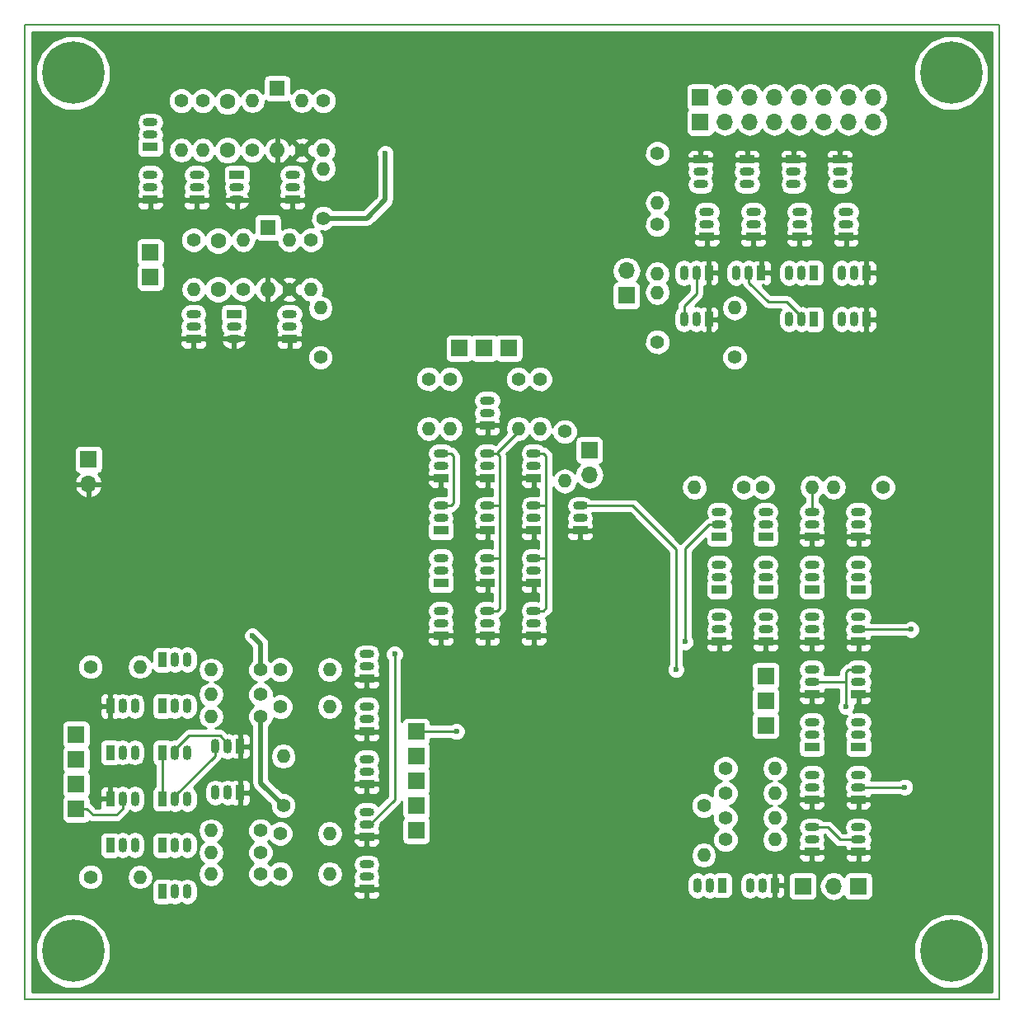
<source format=gbr>
%TF.GenerationSoftware,KiCad,Pcbnew,4.0.7-e2-6376~61~ubuntu18.04.1*%
%TF.CreationDate,2020-08-28T19:46:44+02:00*%
%TF.ProjectId,control,636F6E74726F6C2E6B696361645F7063,rev?*%
%TF.FileFunction,Copper,L2,Bot,Signal*%
%FSLAX46Y46*%
G04 Gerber Fmt 4.6, Leading zero omitted, Abs format (unit mm)*
G04 Created by KiCad (PCBNEW 4.0.7-e2-6376~61~ubuntu18.04.1) date Fri Aug 28 19:46:44 2020*
%MOMM*%
%LPD*%
G01*
G04 APERTURE LIST*
%ADD10C,0.100000*%
%ADD11C,0.150000*%
%ADD12C,6.400000*%
%ADD13C,1.600000*%
%ADD14R,1.600000X1.600000*%
%ADD15O,1.600000X1.600000*%
%ADD16R,1.700000X1.700000*%
%ADD17O,1.700000X1.700000*%
%ADD18O,1.500000X0.900000*%
%ADD19R,1.500000X0.900000*%
%ADD20O,0.900000X1.500000*%
%ADD21R,0.900000X1.500000*%
%ADD22C,1.400000*%
%ADD23O,1.400000X1.400000*%
%ADD24C,0.600000*%
%ADD25C,0.500000*%
%ADD26C,0.250000*%
%ADD27C,0.254000*%
G04 APERTURE END LIST*
D10*
D11*
X41440000Y-15405000D02*
X41440000Y-115405000D01*
X41440000Y-115405000D02*
X141440000Y-115405000D01*
X141440000Y-15405000D02*
X141440000Y-115405000D01*
X41440000Y-15405000D02*
X141440000Y-15405000D01*
D12*
X136525000Y-20320000D03*
X46355000Y-20320000D03*
X46355000Y-110490000D03*
X136525000Y-110490000D03*
D13*
X62230000Y-23257500D03*
X62230000Y-28257500D03*
X61277500Y-37545000D03*
X61277500Y-42545000D03*
D14*
X67310000Y-21907500D03*
D15*
X67310000Y-28257500D03*
D14*
X66357500Y-36195000D03*
D15*
X66357500Y-42545000D03*
D16*
X110779360Y-25344588D03*
D17*
X113319360Y-25344588D03*
X115859360Y-25344588D03*
X118399360Y-25344588D03*
X120939360Y-25344588D03*
X123479360Y-25344588D03*
X126019360Y-25344588D03*
X128559360Y-25344588D03*
D16*
X110779360Y-22804588D03*
D17*
X113319360Y-22804588D03*
X115859360Y-22804588D03*
X118399360Y-22804588D03*
X120939360Y-22804588D03*
X123479360Y-22804588D03*
X126019360Y-22804588D03*
X128559360Y-22804588D03*
D16*
X47942500Y-60007500D03*
D17*
X47942500Y-62547500D03*
D16*
X54292500Y-38735000D03*
X54292500Y-41275000D03*
X103187500Y-43180000D03*
D17*
X103187500Y-40640000D03*
D16*
X99377500Y-59055000D03*
D17*
X99377500Y-61595000D03*
D16*
X86042500Y-48577500D03*
X88582500Y-48577500D03*
X91122500Y-48577500D03*
X121285000Y-103822500D03*
X46672500Y-95885000D03*
X81597500Y-98107500D03*
X81597500Y-87947500D03*
X81597500Y-95567500D03*
X46672500Y-88265000D03*
X81597500Y-90487500D03*
X46672500Y-90805000D03*
X81597500Y-93027500D03*
X46672500Y-93345000D03*
X127000000Y-103822500D03*
D17*
X124460000Y-103822500D03*
D16*
X117475000Y-87312500D03*
X117475000Y-84772500D03*
X117475000Y-82232500D03*
D18*
X54292500Y-26670000D03*
X54292500Y-25400000D03*
D19*
X54292500Y-27940000D03*
D18*
X59055000Y-32067500D03*
X59055000Y-30797500D03*
D19*
X59055000Y-33337500D03*
D18*
X63182500Y-32067500D03*
X63182500Y-33337500D03*
D19*
X63182500Y-30797500D03*
D18*
X68897500Y-32067500D03*
X68897500Y-30797500D03*
D19*
X68897500Y-33337500D03*
D18*
X54292500Y-32067500D03*
X54292500Y-30797500D03*
D19*
X54292500Y-33337500D03*
D18*
X110807500Y-30480000D03*
X110807500Y-31750000D03*
D19*
X110807500Y-29210000D03*
D18*
X115570000Y-30480000D03*
X115570000Y-31750000D03*
D19*
X115570000Y-29210000D03*
D18*
X120332500Y-30480000D03*
X120332500Y-31750000D03*
D19*
X120332500Y-29210000D03*
D18*
X125095000Y-30480000D03*
X125095000Y-31750000D03*
D19*
X125095000Y-29210000D03*
D18*
X125730000Y-35877500D03*
X125730000Y-34607500D03*
D19*
X125730000Y-37147500D03*
D18*
X120967500Y-35877500D03*
X120967500Y-34607500D03*
D19*
X120967500Y-37147500D03*
D18*
X116205000Y-35877500D03*
X116205000Y-34607500D03*
D19*
X116205000Y-37147500D03*
D18*
X111442500Y-35877500D03*
X111442500Y-34607500D03*
D19*
X111442500Y-37147500D03*
D18*
X58737500Y-46355000D03*
X58737500Y-45085000D03*
D19*
X58737500Y-47625000D03*
D18*
X62865000Y-46355000D03*
X62865000Y-47625000D03*
D19*
X62865000Y-45085000D03*
D18*
X68580000Y-46355000D03*
X68580000Y-45085000D03*
D19*
X68580000Y-47625000D03*
D18*
X88900000Y-55245000D03*
X88900000Y-53975000D03*
D19*
X88900000Y-56515000D03*
D18*
X98425000Y-66040000D03*
X98425000Y-64770000D03*
D19*
X98425000Y-67310000D03*
D20*
X111737974Y-103757972D03*
X110467974Y-103757972D03*
D21*
X113007974Y-103757972D03*
D20*
X117135474Y-103757972D03*
X115865474Y-103757972D03*
D21*
X118405474Y-103757972D03*
D18*
X112712500Y-66675000D03*
X112712500Y-65405000D03*
D19*
X112712500Y-67945000D03*
D18*
X117475000Y-66675000D03*
X117475000Y-65405000D03*
D19*
X117475000Y-67945000D03*
D18*
X122237500Y-66675000D03*
X122237500Y-65405000D03*
D19*
X122237500Y-67945000D03*
D20*
X62231126Y-94225876D03*
X60961126Y-94225876D03*
D21*
X63501126Y-94225876D03*
D18*
X112712500Y-72072500D03*
X112712500Y-70802500D03*
D19*
X112712500Y-73342500D03*
D18*
X117475000Y-72072500D03*
X117475000Y-70802500D03*
D19*
X117475000Y-73342500D03*
D20*
X62231126Y-89463376D03*
X60961126Y-89463376D03*
D21*
X63501126Y-89463376D03*
D18*
X112712500Y-77470000D03*
X112712500Y-76200000D03*
D19*
X112712500Y-78740000D03*
D18*
X117475000Y-77470000D03*
X117475000Y-76200000D03*
D19*
X117475000Y-78740000D03*
D20*
X51436126Y-85335876D03*
X52706126Y-85335876D03*
D21*
X50166126Y-85335876D03*
D18*
X76517500Y-81280000D03*
X76517500Y-80010000D03*
D19*
X76517500Y-82550000D03*
D20*
X56833626Y-80573376D03*
X58103626Y-80573376D03*
D21*
X55563626Y-80573376D03*
D20*
X56833626Y-104385876D03*
X58103626Y-104385876D03*
D21*
X55563626Y-104385876D03*
D18*
X76517500Y-97472500D03*
X76517500Y-96202500D03*
D19*
X76517500Y-98742500D03*
D18*
X76517500Y-86677500D03*
X76517500Y-85407500D03*
D19*
X76517500Y-87947500D03*
D20*
X56833626Y-85335876D03*
X58103626Y-85335876D03*
D21*
X55563626Y-85335876D03*
D20*
X56833626Y-99623376D03*
X58103626Y-99623376D03*
D21*
X55563626Y-99623376D03*
D18*
X76517500Y-92075000D03*
X76517500Y-90805000D03*
D19*
X76517500Y-93345000D03*
D20*
X56833626Y-90098376D03*
X58103626Y-90098376D03*
D21*
X55563626Y-90098376D03*
D20*
X56833626Y-94860876D03*
X58103626Y-94860876D03*
D21*
X55563626Y-94860876D03*
D20*
X51436126Y-90098376D03*
X52706126Y-90098376D03*
D21*
X50166126Y-90098376D03*
D20*
X51436126Y-99623376D03*
X52706126Y-99623376D03*
D21*
X50166126Y-99623376D03*
D18*
X76517500Y-102870000D03*
X76517500Y-101600000D03*
D19*
X76517500Y-104140000D03*
D20*
X51436126Y-94860876D03*
X52706126Y-94860876D03*
D21*
X50166126Y-94860876D03*
D18*
X84137500Y-60642500D03*
X84137500Y-59372500D03*
D19*
X84137500Y-61912500D03*
D18*
X84137500Y-66040000D03*
X84137500Y-64770000D03*
D19*
X84137500Y-67310000D03*
D18*
X88900000Y-60642500D03*
X88900000Y-59372500D03*
D19*
X88900000Y-61912500D03*
D18*
X88900000Y-66040000D03*
X88900000Y-64770000D03*
D19*
X88900000Y-67310000D03*
D18*
X88900000Y-71437500D03*
X88900000Y-70167500D03*
D19*
X88900000Y-72707500D03*
D18*
X88900000Y-76835000D03*
X88900000Y-75565000D03*
D19*
X88900000Y-78105000D03*
D18*
X84137500Y-71437500D03*
X84137500Y-70167500D03*
D19*
X84137500Y-72707500D03*
D18*
X84137500Y-76835000D03*
X84137500Y-75565000D03*
D19*
X84137500Y-78105000D03*
D18*
X93662500Y-60642500D03*
X93662500Y-59372500D03*
D19*
X93662500Y-61912500D03*
D18*
X93662500Y-66040000D03*
X93662500Y-64770000D03*
D19*
X93662500Y-67310000D03*
D18*
X93662500Y-71437500D03*
X93662500Y-70167500D03*
D19*
X93662500Y-72707500D03*
D18*
X93662500Y-76835000D03*
X93662500Y-75565000D03*
D19*
X93662500Y-78105000D03*
D18*
X122237500Y-72072500D03*
X122237500Y-70802500D03*
D19*
X122237500Y-73342500D03*
D18*
X122237500Y-82867500D03*
X122237500Y-81597500D03*
D19*
X122237500Y-84137500D03*
D18*
X127000000Y-82867500D03*
X127000000Y-81597500D03*
D19*
X127000000Y-84137500D03*
D18*
X127000000Y-72072500D03*
X127000000Y-70802500D03*
D19*
X127000000Y-73342500D03*
D18*
X127000000Y-66675000D03*
X127000000Y-65405000D03*
D19*
X127000000Y-67945000D03*
D18*
X122237500Y-77470000D03*
X122237500Y-76200000D03*
D19*
X122237500Y-78740000D03*
D18*
X127000000Y-77470000D03*
X127000000Y-76200000D03*
D19*
X127000000Y-78740000D03*
D18*
X122237500Y-88265000D03*
X122237500Y-86995000D03*
D19*
X122237500Y-89535000D03*
D18*
X122237500Y-99060000D03*
X122237500Y-97790000D03*
D19*
X122237500Y-100330000D03*
D18*
X127000000Y-99060000D03*
X127000000Y-97790000D03*
D19*
X127000000Y-100330000D03*
D18*
X127000000Y-88265000D03*
X127000000Y-86995000D03*
D19*
X127000000Y-89535000D03*
D18*
X122237500Y-93662500D03*
X122237500Y-92392500D03*
D19*
X122237500Y-94932500D03*
D18*
X127000000Y-93662500D03*
X127000000Y-92392500D03*
D19*
X127000000Y-94932500D03*
D20*
X121160740Y-45606810D03*
X119890740Y-45606810D03*
D21*
X122430740Y-45606810D03*
D20*
X110365740Y-45606810D03*
X109095740Y-45606810D03*
D21*
X111635740Y-45606810D03*
D20*
X110365740Y-40844310D03*
X109095740Y-40844310D03*
D21*
X111635740Y-40844310D03*
D20*
X121160740Y-40844310D03*
X119890740Y-40844310D03*
D21*
X122430740Y-40844310D03*
D20*
X115763240Y-40844310D03*
X114493240Y-40844310D03*
D21*
X117033240Y-40844310D03*
D20*
X126558240Y-45606810D03*
X125288240Y-45606810D03*
D21*
X127828240Y-45606810D03*
D20*
X126558240Y-40844310D03*
X125288240Y-40844310D03*
D21*
X127828240Y-40844310D03*
D22*
X57467500Y-23177500D03*
D23*
X57467500Y-28257500D03*
D22*
X59690000Y-23177500D03*
D23*
X59690000Y-28257500D03*
D22*
X69850000Y-28257500D03*
D23*
X69850000Y-23177500D03*
D22*
X72072500Y-23177500D03*
D23*
X72072500Y-28257500D03*
D22*
X72072500Y-35242500D03*
D23*
X72072500Y-30162500D03*
D22*
X64770000Y-28257500D03*
D23*
X64770000Y-23177500D03*
D22*
X106362500Y-28575000D03*
D23*
X106362500Y-33655000D03*
D22*
X58737500Y-37465000D03*
D23*
X58737500Y-42545000D03*
D22*
X68580000Y-42545000D03*
D23*
X68580000Y-37465000D03*
D22*
X70802500Y-37465000D03*
D23*
X70802500Y-42545000D03*
D22*
X71755000Y-49530000D03*
D23*
X71755000Y-44450000D03*
D22*
X63817500Y-42545000D03*
D23*
X63817500Y-37465000D03*
D22*
X85090000Y-51752500D03*
D23*
X85090000Y-56832500D03*
D22*
X96837500Y-57150000D03*
D23*
X96837500Y-62230000D03*
D22*
X111125000Y-95567500D03*
D23*
X111125000Y-100647500D03*
D22*
X115252500Y-62865000D03*
D23*
X110172500Y-62865000D03*
D22*
X117157500Y-62865000D03*
D23*
X122237500Y-62865000D03*
D22*
X65604896Y-98126242D03*
D23*
X60524896Y-98126242D03*
D22*
X65604896Y-86378742D03*
D23*
X60524896Y-86378742D03*
D22*
X48142396Y-81298742D03*
D23*
X53222396Y-81298742D03*
D22*
X67627500Y-81597500D03*
D23*
X72707500Y-81597500D03*
D22*
X65604896Y-81616242D03*
D23*
X60524896Y-81616242D03*
D22*
X65604896Y-102571242D03*
D23*
X60524896Y-102571242D03*
D22*
X67627500Y-98425000D03*
D23*
X72707500Y-98425000D03*
D22*
X67627500Y-85407500D03*
D23*
X72707500Y-85407500D03*
D22*
X65604896Y-84156242D03*
D23*
X60524896Y-84156242D03*
D22*
X65604896Y-100348742D03*
D23*
X60524896Y-100348742D03*
D22*
X67945000Y-95567500D03*
D23*
X67945000Y-90487500D03*
D22*
X48142396Y-102888742D03*
D23*
X53222396Y-102888742D03*
D22*
X67627500Y-102552500D03*
D23*
X72707500Y-102552500D03*
D22*
X82867500Y-51752500D03*
D23*
X82867500Y-56832500D03*
D22*
X92075000Y-51752500D03*
D23*
X92075000Y-56832500D03*
D22*
X94297500Y-51752500D03*
D23*
X94297500Y-56832500D03*
D22*
X113347500Y-91757500D03*
D23*
X118427500Y-91757500D03*
D22*
X113347500Y-94297500D03*
D23*
X118427500Y-94297500D03*
D22*
X129540000Y-62865000D03*
D23*
X124460000Y-62865000D03*
D22*
X113347500Y-96837500D03*
D23*
X118427500Y-96837500D03*
D22*
X113347500Y-99060000D03*
D23*
X118427500Y-99060000D03*
D22*
X106362500Y-47942500D03*
D23*
X106362500Y-42862500D03*
D22*
X106362500Y-35877500D03*
D23*
X106362500Y-40957500D03*
D22*
X114300000Y-49530000D03*
D23*
X114300000Y-44450000D03*
D24*
X78422500Y-28575000D03*
X64770000Y-78105000D03*
X85725000Y-87947500D03*
X132397500Y-77470000D03*
X131762500Y-93662500D03*
X108267500Y-81597500D03*
X109220000Y-78740000D03*
X79375000Y-80010000D03*
X125730000Y-85407500D03*
D25*
X76517500Y-35242500D02*
X78422500Y-33337500D01*
X78422500Y-33337500D02*
X78422500Y-28575000D01*
X72072500Y-35242500D02*
X76517500Y-35242500D01*
X65604896Y-81616242D02*
X65604896Y-78939896D01*
X65604896Y-78939896D02*
X64770000Y-78105000D01*
X67945000Y-95567500D02*
X65604896Y-93227396D01*
X65604896Y-93227396D02*
X65604896Y-86378742D01*
D26*
X109095740Y-44256760D02*
X110365740Y-42986760D01*
X110365740Y-42986760D02*
X110365740Y-40844310D01*
X109095740Y-45606810D02*
X109095740Y-44256760D01*
X84137500Y-59372500D02*
X85137500Y-59372500D01*
X85137500Y-59372500D02*
X85407500Y-59642500D01*
X85407500Y-64500000D02*
X85137500Y-64770000D01*
X85407500Y-59642500D02*
X85407500Y-64500000D01*
X85137500Y-64770000D02*
X84137500Y-64770000D01*
X89900000Y-59372500D02*
X89900000Y-59325000D01*
X89900000Y-59325000D02*
X92075000Y-57150000D01*
X92075000Y-57150000D02*
X92075000Y-56832500D01*
X90170000Y-59642500D02*
X90170000Y-64770000D01*
X90170000Y-64770000D02*
X90170000Y-70167500D01*
X88900000Y-64770000D02*
X90170000Y-64770000D01*
X90170000Y-70167500D02*
X90170000Y-75295000D01*
X88900000Y-70167500D02*
X89900000Y-70167500D01*
X89900000Y-70167500D02*
X90170000Y-70167500D01*
X88900000Y-59372500D02*
X89900000Y-59372500D01*
X89900000Y-59372500D02*
X90170000Y-59642500D01*
X89900000Y-75565000D02*
X88900000Y-75565000D01*
X90170000Y-75295000D02*
X89900000Y-75565000D01*
X94932500Y-59642500D02*
X94932500Y-64770000D01*
X94932500Y-64770000D02*
X94932500Y-70167500D01*
X93662500Y-64770000D02*
X94932500Y-64770000D01*
X94932500Y-70167500D02*
X94932500Y-75247500D01*
X93662500Y-70167500D02*
X94932500Y-70167500D01*
X94615000Y-75565000D02*
X93662500Y-75565000D01*
X94932500Y-75247500D02*
X94615000Y-75565000D01*
X93662500Y-59372500D02*
X94662500Y-59372500D01*
X94662500Y-59372500D02*
X94932500Y-59642500D01*
X48407500Y-96520000D02*
X50777002Y-96520000D01*
X50777002Y-96520000D02*
X51436126Y-95860876D01*
X51436126Y-95860876D02*
X51436126Y-94860876D01*
X46672500Y-95885000D02*
X47772500Y-95885000D01*
X47772500Y-95885000D02*
X48407500Y-96520000D01*
X81597500Y-87947500D02*
X85725000Y-87947500D01*
X62231126Y-89463376D02*
X62231126Y-89163376D01*
X62231126Y-89163376D02*
X61456116Y-88388366D01*
X61456116Y-88388366D02*
X58243636Y-88388366D01*
X56833626Y-89798376D02*
X56833626Y-90098376D01*
X58243636Y-88388366D02*
X56833626Y-89798376D01*
X125095000Y-99060000D02*
X127000000Y-99060000D01*
X123825000Y-97790000D02*
X125095000Y-99060000D01*
X122237500Y-97790000D02*
X123825000Y-97790000D01*
X127000000Y-77470000D02*
X132397500Y-77470000D01*
X117733930Y-43815000D02*
X119668930Y-43815000D01*
X119668930Y-43815000D02*
X121160740Y-45306810D01*
X121160740Y-45306810D02*
X121160740Y-45606810D01*
X115763240Y-40844310D02*
X115763240Y-41844310D01*
X115763240Y-41844310D02*
X117733930Y-43815000D01*
X131762500Y-93662500D02*
X127000000Y-93662500D01*
X103822500Y-64770000D02*
X108267500Y-69215000D01*
X108267500Y-69215000D02*
X108267500Y-81597500D01*
X99425000Y-64770000D02*
X103822500Y-64770000D01*
X98425000Y-64770000D02*
X99425000Y-64770000D01*
X112712500Y-66675000D02*
X111712500Y-66675000D01*
X111712500Y-66675000D02*
X109220000Y-69167500D01*
X109220000Y-69167500D02*
X109220000Y-78740000D01*
X122237500Y-62865000D02*
X122237500Y-65405000D01*
X60961126Y-89463376D02*
X60961126Y-90433376D01*
X56833626Y-94560876D02*
X56833626Y-94860876D01*
X60961126Y-90433376D02*
X56833626Y-94560876D01*
X76517500Y-97472500D02*
X76817500Y-97472500D01*
X76817500Y-97472500D02*
X79375000Y-94915000D01*
X79375000Y-94915000D02*
X79375000Y-80010000D01*
X55563626Y-94860876D02*
X55563626Y-90098376D01*
X125730000Y-82867500D02*
X125730000Y-85407500D01*
X125730000Y-81867500D02*
X125730000Y-82867500D01*
X125730000Y-82867500D02*
X122237500Y-82867500D01*
X127000000Y-81597500D02*
X126000000Y-81597500D01*
X126000000Y-81597500D02*
X125730000Y-81867500D01*
D27*
G36*
X140730000Y-114695000D02*
X42150000Y-114695000D01*
X42150000Y-111249482D01*
X42519336Y-111249482D01*
X43101950Y-112659515D01*
X44179811Y-113739259D01*
X45588825Y-114324333D01*
X47114482Y-114325664D01*
X48524515Y-113743050D01*
X49604259Y-112665189D01*
X50189333Y-111256175D01*
X50189338Y-111249482D01*
X132689336Y-111249482D01*
X133271950Y-112659515D01*
X134349811Y-113739259D01*
X135758825Y-114324333D01*
X137284482Y-114325664D01*
X138694515Y-113743050D01*
X139774259Y-112665189D01*
X140359333Y-111256175D01*
X140360664Y-109730518D01*
X139778050Y-108320485D01*
X138700189Y-107240741D01*
X137291175Y-106655667D01*
X135765518Y-106654336D01*
X134355485Y-107236950D01*
X133275741Y-108314811D01*
X132690667Y-109723825D01*
X132689336Y-111249482D01*
X50189338Y-111249482D01*
X50190664Y-109730518D01*
X49608050Y-108320485D01*
X48530189Y-107240741D01*
X47121175Y-106655667D01*
X45595518Y-106654336D01*
X44185485Y-107236950D01*
X43105741Y-108314811D01*
X42520667Y-109723825D01*
X42519336Y-111249482D01*
X42150000Y-111249482D01*
X42150000Y-103153125D01*
X46807165Y-103153125D01*
X47009978Y-103643971D01*
X47385192Y-104019840D01*
X47875683Y-104223510D01*
X48406779Y-104223973D01*
X48897625Y-104021160D01*
X49273494Y-103645946D01*
X49477164Y-103155455D01*
X49477396Y-102888742D01*
X51861242Y-102888742D01*
X51962863Y-103399624D01*
X52252254Y-103832730D01*
X52685360Y-104122121D01*
X53196242Y-104223742D01*
X53248550Y-104223742D01*
X53759432Y-104122121D01*
X54192538Y-103832730D01*
X54324071Y-103635876D01*
X54466186Y-103635876D01*
X54466186Y-105135876D01*
X54510464Y-105371193D01*
X54649536Y-105587317D01*
X54861736Y-105732307D01*
X55113626Y-105783316D01*
X56013626Y-105783316D01*
X56248943Y-105739038D01*
X56353281Y-105671898D01*
X56418414Y-105715419D01*
X56833626Y-105798010D01*
X57248838Y-105715419D01*
X57468626Y-105568561D01*
X57688414Y-105715419D01*
X58103626Y-105798010D01*
X58518838Y-105715419D01*
X58870837Y-105480221D01*
X59106035Y-105128222D01*
X59188626Y-104713010D01*
X59188626Y-104425750D01*
X75132500Y-104425750D01*
X75132500Y-104716309D01*
X75229173Y-104949698D01*
X75407801Y-105128327D01*
X75641190Y-105225000D01*
X76231750Y-105225000D01*
X76390500Y-105066250D01*
X76390500Y-104267000D01*
X76644500Y-104267000D01*
X76644500Y-105066250D01*
X76803250Y-105225000D01*
X77393810Y-105225000D01*
X77627199Y-105128327D01*
X77805827Y-104949698D01*
X77902500Y-104716309D01*
X77902500Y-104425750D01*
X77743750Y-104267000D01*
X76644500Y-104267000D01*
X76390500Y-104267000D01*
X75291250Y-104267000D01*
X75132500Y-104425750D01*
X59188626Y-104425750D01*
X59188626Y-104058742D01*
X59106035Y-103643530D01*
X58870837Y-103291531D01*
X58518838Y-103056333D01*
X58103626Y-102973742D01*
X57688414Y-103056333D01*
X57468626Y-103203191D01*
X57248838Y-103056333D01*
X56833626Y-102973742D01*
X56418414Y-103056333D01*
X56353607Y-103099635D01*
X56265516Y-103039445D01*
X56013626Y-102988436D01*
X55113626Y-102988436D01*
X54878309Y-103032714D01*
X54662185Y-103171786D01*
X54517195Y-103383986D01*
X54466186Y-103635876D01*
X54324071Y-103635876D01*
X54481929Y-103399624D01*
X54583550Y-102888742D01*
X54481929Y-102377860D01*
X54192538Y-101944754D01*
X53759432Y-101655363D01*
X53248550Y-101553742D01*
X53196242Y-101553742D01*
X52685360Y-101655363D01*
X52252254Y-101944754D01*
X51962863Y-102377860D01*
X51861242Y-102888742D01*
X49477396Y-102888742D01*
X49477627Y-102624359D01*
X49274814Y-102133513D01*
X48899600Y-101757644D01*
X48409109Y-101553974D01*
X47878013Y-101553511D01*
X47387167Y-101756324D01*
X47011298Y-102131538D01*
X46807628Y-102622029D01*
X46807165Y-103153125D01*
X42150000Y-103153125D01*
X42150000Y-98873376D01*
X49068686Y-98873376D01*
X49068686Y-100373376D01*
X49112964Y-100608693D01*
X49252036Y-100824817D01*
X49464236Y-100969807D01*
X49716126Y-101020816D01*
X50616126Y-101020816D01*
X50851443Y-100976538D01*
X50955781Y-100909398D01*
X51020914Y-100952919D01*
X51436126Y-101035510D01*
X51851338Y-100952919D01*
X52071126Y-100806061D01*
X52290914Y-100952919D01*
X52706126Y-101035510D01*
X53121338Y-100952919D01*
X53473337Y-100717721D01*
X53708535Y-100365722D01*
X53791126Y-99950510D01*
X53791126Y-99296242D01*
X53708535Y-98881030D01*
X53703421Y-98873376D01*
X54466186Y-98873376D01*
X54466186Y-100373376D01*
X54510464Y-100608693D01*
X54649536Y-100824817D01*
X54861736Y-100969807D01*
X55113626Y-101020816D01*
X56013626Y-101020816D01*
X56248943Y-100976538D01*
X56353281Y-100909398D01*
X56418414Y-100952919D01*
X56833626Y-101035510D01*
X57248838Y-100952919D01*
X57468626Y-100806061D01*
X57688414Y-100952919D01*
X58103626Y-101035510D01*
X58518838Y-100952919D01*
X58870837Y-100717721D01*
X59106035Y-100365722D01*
X59188626Y-99950510D01*
X59188626Y-99296242D01*
X59106035Y-98881030D01*
X58870837Y-98529031D01*
X58518838Y-98293833D01*
X58103626Y-98211242D01*
X57688414Y-98293833D01*
X57468626Y-98440691D01*
X57248838Y-98293833D01*
X56833626Y-98211242D01*
X56418414Y-98293833D01*
X56353607Y-98337135D01*
X56265516Y-98276945D01*
X56013626Y-98225936D01*
X55113626Y-98225936D01*
X54878309Y-98270214D01*
X54662185Y-98409286D01*
X54517195Y-98621486D01*
X54466186Y-98873376D01*
X53703421Y-98873376D01*
X53473337Y-98529031D01*
X53121338Y-98293833D01*
X52706126Y-98211242D01*
X52290914Y-98293833D01*
X52071126Y-98440691D01*
X51851338Y-98293833D01*
X51436126Y-98211242D01*
X51020914Y-98293833D01*
X50956107Y-98337135D01*
X50868016Y-98276945D01*
X50616126Y-98225936D01*
X49716126Y-98225936D01*
X49480809Y-98270214D01*
X49264685Y-98409286D01*
X49119695Y-98621486D01*
X49068686Y-98873376D01*
X42150000Y-98873376D01*
X42150000Y-98126242D01*
X59163742Y-98126242D01*
X59265363Y-98637124D01*
X59554754Y-99070230D01*
X59805080Y-99237492D01*
X59554754Y-99404754D01*
X59265363Y-99837860D01*
X59163742Y-100348742D01*
X59265363Y-100859624D01*
X59554754Y-101292730D01*
X59805080Y-101459992D01*
X59554754Y-101627254D01*
X59265363Y-102060360D01*
X59163742Y-102571242D01*
X59265363Y-103082124D01*
X59554754Y-103515230D01*
X59987860Y-103804621D01*
X60498742Y-103906242D01*
X60551050Y-103906242D01*
X61061932Y-103804621D01*
X61495038Y-103515230D01*
X61784429Y-103082124D01*
X61886050Y-102571242D01*
X61784429Y-102060360D01*
X61495038Y-101627254D01*
X61244712Y-101459992D01*
X61495038Y-101292730D01*
X61784429Y-100859624D01*
X61886050Y-100348742D01*
X61784429Y-99837860D01*
X61495038Y-99404754D01*
X61244712Y-99237492D01*
X61495038Y-99070230D01*
X61784429Y-98637124D01*
X61833460Y-98390625D01*
X64269665Y-98390625D01*
X64472478Y-98881471D01*
X64828170Y-99237784D01*
X64473798Y-99591538D01*
X64270128Y-100082029D01*
X64269665Y-100613125D01*
X64472478Y-101103971D01*
X64828170Y-101460284D01*
X64473798Y-101814038D01*
X64270128Y-102304529D01*
X64269665Y-102835625D01*
X64472478Y-103326471D01*
X64847692Y-103702340D01*
X65338183Y-103906010D01*
X65869279Y-103906473D01*
X66360125Y-103703660D01*
X66625686Y-103438561D01*
X66870296Y-103683598D01*
X67360787Y-103887268D01*
X67891883Y-103887731D01*
X68382729Y-103684918D01*
X68758598Y-103309704D01*
X68962268Y-102819213D01*
X68962500Y-102552500D01*
X71346346Y-102552500D01*
X71447967Y-103063382D01*
X71737358Y-103496488D01*
X72170464Y-103785879D01*
X72681346Y-103887500D01*
X72733654Y-103887500D01*
X73244536Y-103785879D01*
X73677642Y-103496488D01*
X73967033Y-103063382D01*
X74068654Y-102552500D01*
X73967033Y-102041618D01*
X73677642Y-101608512D01*
X73664903Y-101600000D01*
X75105366Y-101600000D01*
X75187957Y-102015212D01*
X75334815Y-102235000D01*
X75187957Y-102454788D01*
X75105366Y-102870000D01*
X75187957Y-103285212D01*
X75224930Y-103340546D01*
X75132500Y-103563691D01*
X75132500Y-103854250D01*
X75291250Y-104013000D01*
X76390500Y-104013000D01*
X76390500Y-103993000D01*
X76644500Y-103993000D01*
X76644500Y-104013000D01*
X77743750Y-104013000D01*
X77902500Y-103854250D01*
X77902500Y-103563691D01*
X77847471Y-103430838D01*
X109382974Y-103430838D01*
X109382974Y-104085106D01*
X109465565Y-104500318D01*
X109700763Y-104852317D01*
X110052762Y-105087515D01*
X110467974Y-105170106D01*
X110883186Y-105087515D01*
X111102974Y-104940657D01*
X111322762Y-105087515D01*
X111737974Y-105170106D01*
X112153186Y-105087515D01*
X112217993Y-105044213D01*
X112306084Y-105104403D01*
X112557974Y-105155412D01*
X113457974Y-105155412D01*
X113693291Y-105111134D01*
X113909415Y-104972062D01*
X114054405Y-104759862D01*
X114105414Y-104507972D01*
X114105414Y-103430838D01*
X114780474Y-103430838D01*
X114780474Y-104085106D01*
X114863065Y-104500318D01*
X115098263Y-104852317D01*
X115450262Y-105087515D01*
X115865474Y-105170106D01*
X116280686Y-105087515D01*
X116500474Y-104940657D01*
X116720262Y-105087515D01*
X117135474Y-105170106D01*
X117550686Y-105087515D01*
X117606020Y-105050542D01*
X117829165Y-105142972D01*
X118119724Y-105142972D01*
X118278474Y-104984222D01*
X118278474Y-103884972D01*
X118532474Y-103884972D01*
X118532474Y-104984222D01*
X118691224Y-105142972D01*
X118981783Y-105142972D01*
X119215172Y-105046299D01*
X119393801Y-104867671D01*
X119490474Y-104634282D01*
X119490474Y-104043722D01*
X119331724Y-103884972D01*
X118532474Y-103884972D01*
X118278474Y-103884972D01*
X118258474Y-103884972D01*
X118258474Y-103630972D01*
X118278474Y-103630972D01*
X118278474Y-102531722D01*
X118532474Y-102531722D01*
X118532474Y-103630972D01*
X119331724Y-103630972D01*
X119490474Y-103472222D01*
X119490474Y-102972500D01*
X119787560Y-102972500D01*
X119787560Y-104672500D01*
X119831838Y-104907817D01*
X119970910Y-105123941D01*
X120183110Y-105268931D01*
X120435000Y-105319940D01*
X122135000Y-105319940D01*
X122370317Y-105275662D01*
X122586441Y-105136590D01*
X122731431Y-104924390D01*
X122782440Y-104672500D01*
X122782440Y-103793407D01*
X122975000Y-103793407D01*
X122975000Y-103851593D01*
X123088039Y-104419878D01*
X123409946Y-104901647D01*
X123891715Y-105223554D01*
X124460000Y-105336593D01*
X125028285Y-105223554D01*
X125510054Y-104901647D01*
X125537850Y-104860048D01*
X125546838Y-104907817D01*
X125685910Y-105123941D01*
X125898110Y-105268931D01*
X126150000Y-105319940D01*
X127850000Y-105319940D01*
X128085317Y-105275662D01*
X128301441Y-105136590D01*
X128446431Y-104924390D01*
X128497440Y-104672500D01*
X128497440Y-102972500D01*
X128453162Y-102737183D01*
X128314090Y-102521059D01*
X128101890Y-102376069D01*
X127850000Y-102325060D01*
X126150000Y-102325060D01*
X125914683Y-102369338D01*
X125698559Y-102508410D01*
X125553569Y-102720610D01*
X125539914Y-102788041D01*
X125510054Y-102743353D01*
X125028285Y-102421446D01*
X124460000Y-102308407D01*
X123891715Y-102421446D01*
X123409946Y-102743353D01*
X123088039Y-103225122D01*
X122975000Y-103793407D01*
X122782440Y-103793407D01*
X122782440Y-102972500D01*
X122738162Y-102737183D01*
X122599090Y-102521059D01*
X122386890Y-102376069D01*
X122135000Y-102325060D01*
X120435000Y-102325060D01*
X120199683Y-102369338D01*
X119983559Y-102508410D01*
X119838569Y-102720610D01*
X119787560Y-102972500D01*
X119490474Y-102972500D01*
X119490474Y-102881662D01*
X119393801Y-102648273D01*
X119215172Y-102469645D01*
X118981783Y-102372972D01*
X118691224Y-102372972D01*
X118532474Y-102531722D01*
X118278474Y-102531722D01*
X118119724Y-102372972D01*
X117829165Y-102372972D01*
X117606020Y-102465402D01*
X117550686Y-102428429D01*
X117135474Y-102345838D01*
X116720262Y-102428429D01*
X116500474Y-102575287D01*
X116280686Y-102428429D01*
X115865474Y-102345838D01*
X115450262Y-102428429D01*
X115098263Y-102663627D01*
X114863065Y-103015626D01*
X114780474Y-103430838D01*
X114105414Y-103430838D01*
X114105414Y-103007972D01*
X114061136Y-102772655D01*
X113922064Y-102556531D01*
X113709864Y-102411541D01*
X113457974Y-102360532D01*
X112557974Y-102360532D01*
X112322657Y-102404810D01*
X112218319Y-102471950D01*
X112153186Y-102428429D01*
X111737974Y-102345838D01*
X111322762Y-102428429D01*
X111102974Y-102575287D01*
X110883186Y-102428429D01*
X110467974Y-102345838D01*
X110052762Y-102428429D01*
X109700763Y-102663627D01*
X109465565Y-103015626D01*
X109382974Y-103430838D01*
X77847471Y-103430838D01*
X77810070Y-103340546D01*
X77847043Y-103285212D01*
X77929634Y-102870000D01*
X77847043Y-102454788D01*
X77700185Y-102235000D01*
X77847043Y-102015212D01*
X77929634Y-101600000D01*
X77847043Y-101184788D01*
X77611845Y-100832789D01*
X77295398Y-100621346D01*
X109790000Y-100621346D01*
X109790000Y-100673654D01*
X109891621Y-101184536D01*
X110181012Y-101617642D01*
X110614118Y-101907033D01*
X111125000Y-102008654D01*
X111635882Y-101907033D01*
X112068988Y-101617642D01*
X112358379Y-101184536D01*
X112460000Y-100673654D01*
X112460000Y-100621346D01*
X112458887Y-100615750D01*
X120852500Y-100615750D01*
X120852500Y-100906309D01*
X120949173Y-101139698D01*
X121127801Y-101318327D01*
X121361190Y-101415000D01*
X121951750Y-101415000D01*
X122110500Y-101256250D01*
X122110500Y-100457000D01*
X122364500Y-100457000D01*
X122364500Y-101256250D01*
X122523250Y-101415000D01*
X123113810Y-101415000D01*
X123347199Y-101318327D01*
X123525827Y-101139698D01*
X123622500Y-100906309D01*
X123622500Y-100615750D01*
X125615000Y-100615750D01*
X125615000Y-100906309D01*
X125711673Y-101139698D01*
X125890301Y-101318327D01*
X126123690Y-101415000D01*
X126714250Y-101415000D01*
X126873000Y-101256250D01*
X126873000Y-100457000D01*
X127127000Y-100457000D01*
X127127000Y-101256250D01*
X127285750Y-101415000D01*
X127876310Y-101415000D01*
X128109699Y-101318327D01*
X128288327Y-101139698D01*
X128385000Y-100906309D01*
X128385000Y-100615750D01*
X128226250Y-100457000D01*
X127127000Y-100457000D01*
X126873000Y-100457000D01*
X125773750Y-100457000D01*
X125615000Y-100615750D01*
X123622500Y-100615750D01*
X123463750Y-100457000D01*
X122364500Y-100457000D01*
X122110500Y-100457000D01*
X121011250Y-100457000D01*
X120852500Y-100615750D01*
X112458887Y-100615750D01*
X112358379Y-100110464D01*
X112068988Y-99677358D01*
X111635882Y-99387967D01*
X111125000Y-99286346D01*
X110614118Y-99387967D01*
X110181012Y-99677358D01*
X109891621Y-100110464D01*
X109790000Y-100621346D01*
X77295398Y-100621346D01*
X77259846Y-100597591D01*
X76844634Y-100515000D01*
X76190366Y-100515000D01*
X75775154Y-100597591D01*
X75423155Y-100832789D01*
X75187957Y-101184788D01*
X75105366Y-101600000D01*
X73664903Y-101600000D01*
X73244536Y-101319121D01*
X72733654Y-101217500D01*
X72681346Y-101217500D01*
X72170464Y-101319121D01*
X71737358Y-101608512D01*
X71447967Y-102041618D01*
X71346346Y-102552500D01*
X68962500Y-102552500D01*
X68962731Y-102288117D01*
X68759918Y-101797271D01*
X68384704Y-101421402D01*
X67894213Y-101217732D01*
X67363117Y-101217269D01*
X66872271Y-101420082D01*
X66606710Y-101685181D01*
X66381622Y-101459700D01*
X66735994Y-101105946D01*
X66939664Y-100615455D01*
X66940127Y-100084359D01*
X66737314Y-99593513D01*
X66381622Y-99237200D01*
X66478615Y-99140376D01*
X66495082Y-99180229D01*
X66870296Y-99556098D01*
X67360787Y-99759768D01*
X67891883Y-99760231D01*
X68382729Y-99557418D01*
X68758598Y-99182204D01*
X68962268Y-98691713D01*
X68962500Y-98425000D01*
X71346346Y-98425000D01*
X71447967Y-98935882D01*
X71737358Y-99368988D01*
X72170464Y-99658379D01*
X72681346Y-99760000D01*
X72733654Y-99760000D01*
X73244536Y-99658379D01*
X73677642Y-99368988D01*
X73905314Y-99028250D01*
X75132500Y-99028250D01*
X75132500Y-99318809D01*
X75229173Y-99552198D01*
X75407801Y-99730827D01*
X75641190Y-99827500D01*
X76231750Y-99827500D01*
X76390500Y-99668750D01*
X76390500Y-98869500D01*
X76644500Y-98869500D01*
X76644500Y-99668750D01*
X76803250Y-99827500D01*
X77393810Y-99827500D01*
X77627199Y-99730827D01*
X77805827Y-99552198D01*
X77902500Y-99318809D01*
X77902500Y-99028250D01*
X77743750Y-98869500D01*
X76644500Y-98869500D01*
X76390500Y-98869500D01*
X75291250Y-98869500D01*
X75132500Y-99028250D01*
X73905314Y-99028250D01*
X73967033Y-98935882D01*
X74068654Y-98425000D01*
X73967033Y-97914118D01*
X73677642Y-97481012D01*
X73244536Y-97191621D01*
X72733654Y-97090000D01*
X72681346Y-97090000D01*
X72170464Y-97191621D01*
X71737358Y-97481012D01*
X71447967Y-97914118D01*
X71346346Y-98425000D01*
X68962500Y-98425000D01*
X68962731Y-98160617D01*
X68759918Y-97669771D01*
X68384704Y-97293902D01*
X67894213Y-97090232D01*
X67363117Y-97089769D01*
X66872271Y-97292582D01*
X66753781Y-97410866D01*
X66737314Y-97371013D01*
X66362100Y-96995144D01*
X65871609Y-96791474D01*
X65340513Y-96791011D01*
X64849667Y-96993824D01*
X64473798Y-97369038D01*
X64270128Y-97859529D01*
X64269665Y-98390625D01*
X61833460Y-98390625D01*
X61886050Y-98126242D01*
X61784429Y-97615360D01*
X61495038Y-97182254D01*
X61061932Y-96892863D01*
X60551050Y-96791242D01*
X60498742Y-96791242D01*
X59987860Y-96892863D01*
X59554754Y-97182254D01*
X59265363Y-97615360D01*
X59163742Y-98126242D01*
X42150000Y-98126242D01*
X42150000Y-87415000D01*
X45175060Y-87415000D01*
X45175060Y-89115000D01*
X45219338Y-89350317D01*
X45339515Y-89537077D01*
X45226069Y-89703110D01*
X45175060Y-89955000D01*
X45175060Y-91655000D01*
X45219338Y-91890317D01*
X45339515Y-92077077D01*
X45226069Y-92243110D01*
X45175060Y-92495000D01*
X45175060Y-94195000D01*
X45219338Y-94430317D01*
X45339515Y-94617077D01*
X45226069Y-94783110D01*
X45175060Y-95035000D01*
X45175060Y-96735000D01*
X45219338Y-96970317D01*
X45358410Y-97186441D01*
X45570610Y-97331431D01*
X45822500Y-97382440D01*
X47522500Y-97382440D01*
X47757817Y-97338162D01*
X47973941Y-97199090D01*
X48007859Y-97149449D01*
X48116661Y-97222148D01*
X48407500Y-97280000D01*
X50777002Y-97280000D01*
X51067841Y-97222148D01*
X51314403Y-97057401D01*
X51973527Y-96398277D01*
X52138274Y-96151715D01*
X52149386Y-96095853D01*
X52290914Y-96190419D01*
X52706126Y-96273010D01*
X53121338Y-96190419D01*
X53473337Y-95955221D01*
X53708535Y-95603222D01*
X53791126Y-95188010D01*
X53791126Y-94533742D01*
X53708535Y-94118530D01*
X53473337Y-93766531D01*
X53121338Y-93531333D01*
X52706126Y-93448742D01*
X52290914Y-93531333D01*
X52071126Y-93678191D01*
X51851338Y-93531333D01*
X51436126Y-93448742D01*
X51020914Y-93531333D01*
X50965580Y-93568306D01*
X50742435Y-93475876D01*
X50451876Y-93475876D01*
X50293126Y-93634626D01*
X50293126Y-94733876D01*
X50313126Y-94733876D01*
X50313126Y-94987876D01*
X50293126Y-94987876D01*
X50293126Y-95007876D01*
X50039126Y-95007876D01*
X50039126Y-94987876D01*
X49239876Y-94987876D01*
X49081126Y-95146626D01*
X49081126Y-95737186D01*
X49090576Y-95760000D01*
X48722302Y-95760000D01*
X48309901Y-95347599D01*
X48169940Y-95254080D01*
X48169940Y-95035000D01*
X48125662Y-94799683D01*
X48005485Y-94612923D01*
X48118931Y-94446890D01*
X48169940Y-94195000D01*
X48169940Y-93984566D01*
X49081126Y-93984566D01*
X49081126Y-94575126D01*
X49239876Y-94733876D01*
X50039126Y-94733876D01*
X50039126Y-93634626D01*
X49880376Y-93475876D01*
X49589817Y-93475876D01*
X49356428Y-93572549D01*
X49177799Y-93751177D01*
X49081126Y-93984566D01*
X48169940Y-93984566D01*
X48169940Y-92495000D01*
X48125662Y-92259683D01*
X48005485Y-92072923D01*
X48118931Y-91906890D01*
X48169940Y-91655000D01*
X48169940Y-89955000D01*
X48125662Y-89719683D01*
X48005485Y-89532923D01*
X48118931Y-89366890D01*
X48122680Y-89348376D01*
X49068686Y-89348376D01*
X49068686Y-90848376D01*
X49112964Y-91083693D01*
X49252036Y-91299817D01*
X49464236Y-91444807D01*
X49716126Y-91495816D01*
X50616126Y-91495816D01*
X50851443Y-91451538D01*
X50955781Y-91384398D01*
X51020914Y-91427919D01*
X51436126Y-91510510D01*
X51851338Y-91427919D01*
X52071126Y-91281061D01*
X52290914Y-91427919D01*
X52706126Y-91510510D01*
X53121338Y-91427919D01*
X53473337Y-91192721D01*
X53708535Y-90840722D01*
X53791126Y-90425510D01*
X53791126Y-89771242D01*
X53708535Y-89356030D01*
X53703421Y-89348376D01*
X54466186Y-89348376D01*
X54466186Y-90848376D01*
X54510464Y-91083693D01*
X54649536Y-91299817D01*
X54803626Y-91405102D01*
X54803626Y-93555771D01*
X54662185Y-93646786D01*
X54517195Y-93858986D01*
X54466186Y-94110876D01*
X54466186Y-95610876D01*
X54510464Y-95846193D01*
X54649536Y-96062317D01*
X54861736Y-96207307D01*
X55113626Y-96258316D01*
X56013626Y-96258316D01*
X56248943Y-96214038D01*
X56353281Y-96146898D01*
X56418414Y-96190419D01*
X56833626Y-96273010D01*
X57248838Y-96190419D01*
X57468626Y-96043561D01*
X57688414Y-96190419D01*
X58103626Y-96273010D01*
X58518838Y-96190419D01*
X58870837Y-95955221D01*
X59106035Y-95603222D01*
X59188626Y-95188010D01*
X59188626Y-94533742D01*
X59106035Y-94118530D01*
X58959178Y-93898742D01*
X59876126Y-93898742D01*
X59876126Y-94553010D01*
X59958717Y-94968222D01*
X60193915Y-95320221D01*
X60545914Y-95555419D01*
X60961126Y-95638010D01*
X61376338Y-95555419D01*
X61596126Y-95408561D01*
X61815914Y-95555419D01*
X62231126Y-95638010D01*
X62646338Y-95555419D01*
X62701672Y-95518446D01*
X62924817Y-95610876D01*
X63215376Y-95610876D01*
X63374126Y-95452126D01*
X63374126Y-94352876D01*
X63628126Y-94352876D01*
X63628126Y-95452126D01*
X63786876Y-95610876D01*
X64077435Y-95610876D01*
X64310824Y-95514203D01*
X64489453Y-95335575D01*
X64586126Y-95102186D01*
X64586126Y-94511626D01*
X64427376Y-94352876D01*
X63628126Y-94352876D01*
X63374126Y-94352876D01*
X63354126Y-94352876D01*
X63354126Y-94098876D01*
X63374126Y-94098876D01*
X63374126Y-92999626D01*
X63628126Y-92999626D01*
X63628126Y-94098876D01*
X64427376Y-94098876D01*
X64586126Y-93940126D01*
X64586126Y-93349566D01*
X64489453Y-93116177D01*
X64310824Y-92937549D01*
X64077435Y-92840876D01*
X63786876Y-92840876D01*
X63628126Y-92999626D01*
X63374126Y-92999626D01*
X63215376Y-92840876D01*
X62924817Y-92840876D01*
X62701672Y-92933306D01*
X62646338Y-92896333D01*
X62231126Y-92813742D01*
X61815914Y-92896333D01*
X61596126Y-93043191D01*
X61376338Y-92896333D01*
X60961126Y-92813742D01*
X60545914Y-92896333D01*
X60193915Y-93131531D01*
X59958717Y-93483530D01*
X59876126Y-93898742D01*
X58959178Y-93898742D01*
X58870837Y-93766531D01*
X58770090Y-93699214D01*
X61498527Y-90970777D01*
X61663274Y-90724216D01*
X61669118Y-90694833D01*
X61815914Y-90792919D01*
X62231126Y-90875510D01*
X62646338Y-90792919D01*
X62701672Y-90755946D01*
X62924817Y-90848376D01*
X63215376Y-90848376D01*
X63374126Y-90689626D01*
X63374126Y-89590376D01*
X63628126Y-89590376D01*
X63628126Y-90689626D01*
X63786876Y-90848376D01*
X64077435Y-90848376D01*
X64310824Y-90751703D01*
X64489453Y-90573075D01*
X64586126Y-90339686D01*
X64586126Y-89749126D01*
X64427376Y-89590376D01*
X63628126Y-89590376D01*
X63374126Y-89590376D01*
X63354126Y-89590376D01*
X63354126Y-89336376D01*
X63374126Y-89336376D01*
X63374126Y-88237126D01*
X63628126Y-88237126D01*
X63628126Y-89336376D01*
X64427376Y-89336376D01*
X64586126Y-89177626D01*
X64586126Y-88587066D01*
X64489453Y-88353677D01*
X64310824Y-88175049D01*
X64077435Y-88078376D01*
X63786876Y-88078376D01*
X63628126Y-88237126D01*
X63374126Y-88237126D01*
X63215376Y-88078376D01*
X62924817Y-88078376D01*
X62701672Y-88170806D01*
X62646338Y-88133833D01*
X62231126Y-88051242D01*
X62199988Y-88057436D01*
X61993517Y-87850965D01*
X61746955Y-87686218D01*
X61456116Y-87628366D01*
X60980263Y-87628366D01*
X61061932Y-87612121D01*
X61495038Y-87322730D01*
X61784429Y-86889624D01*
X61886050Y-86378742D01*
X61784429Y-85867860D01*
X61495038Y-85434754D01*
X61244712Y-85267492D01*
X61495038Y-85100230D01*
X61784429Y-84667124D01*
X61886050Y-84156242D01*
X61784429Y-83645360D01*
X61495038Y-83212254D01*
X61061932Y-82922863D01*
X60877826Y-82886242D01*
X61061932Y-82849621D01*
X61495038Y-82560230D01*
X61784429Y-82127124D01*
X61886050Y-81616242D01*
X61784429Y-81105360D01*
X61495038Y-80672254D01*
X61061932Y-80382863D01*
X60551050Y-80281242D01*
X60498742Y-80281242D01*
X59987860Y-80382863D01*
X59554754Y-80672254D01*
X59265363Y-81105360D01*
X59163742Y-81616242D01*
X59265363Y-82127124D01*
X59554754Y-82560230D01*
X59987860Y-82849621D01*
X60171966Y-82886242D01*
X59987860Y-82922863D01*
X59554754Y-83212254D01*
X59265363Y-83645360D01*
X59163742Y-84156242D01*
X59265363Y-84667124D01*
X59554754Y-85100230D01*
X59805080Y-85267492D01*
X59554754Y-85434754D01*
X59265363Y-85867860D01*
X59163742Y-86378742D01*
X59265363Y-86889624D01*
X59554754Y-87322730D01*
X59987860Y-87612121D01*
X60069529Y-87628366D01*
X58243636Y-87628366D01*
X57952796Y-87686218D01*
X57706235Y-87850965D01*
X56864764Y-88692436D01*
X56833626Y-88686242D01*
X56418414Y-88768833D01*
X56353607Y-88812135D01*
X56265516Y-88751945D01*
X56013626Y-88700936D01*
X55113626Y-88700936D01*
X54878309Y-88745214D01*
X54662185Y-88884286D01*
X54517195Y-89096486D01*
X54466186Y-89348376D01*
X53703421Y-89348376D01*
X53473337Y-89004031D01*
X53121338Y-88768833D01*
X52706126Y-88686242D01*
X52290914Y-88768833D01*
X52071126Y-88915691D01*
X51851338Y-88768833D01*
X51436126Y-88686242D01*
X51020914Y-88768833D01*
X50956107Y-88812135D01*
X50868016Y-88751945D01*
X50616126Y-88700936D01*
X49716126Y-88700936D01*
X49480809Y-88745214D01*
X49264685Y-88884286D01*
X49119695Y-89096486D01*
X49068686Y-89348376D01*
X48122680Y-89348376D01*
X48169940Y-89115000D01*
X48169940Y-87415000D01*
X48125662Y-87179683D01*
X47986590Y-86963559D01*
X47774390Y-86818569D01*
X47522500Y-86767560D01*
X45822500Y-86767560D01*
X45587183Y-86811838D01*
X45371059Y-86950910D01*
X45226069Y-87163110D01*
X45175060Y-87415000D01*
X42150000Y-87415000D01*
X42150000Y-85621626D01*
X49081126Y-85621626D01*
X49081126Y-86212186D01*
X49177799Y-86445575D01*
X49356428Y-86624203D01*
X49589817Y-86720876D01*
X49880376Y-86720876D01*
X50039126Y-86562126D01*
X50039126Y-85462876D01*
X49239876Y-85462876D01*
X49081126Y-85621626D01*
X42150000Y-85621626D01*
X42150000Y-84459566D01*
X49081126Y-84459566D01*
X49081126Y-85050126D01*
X49239876Y-85208876D01*
X50039126Y-85208876D01*
X50039126Y-84109626D01*
X50293126Y-84109626D01*
X50293126Y-85208876D01*
X50313126Y-85208876D01*
X50313126Y-85462876D01*
X50293126Y-85462876D01*
X50293126Y-86562126D01*
X50451876Y-86720876D01*
X50742435Y-86720876D01*
X50965580Y-86628446D01*
X51020914Y-86665419D01*
X51436126Y-86748010D01*
X51851338Y-86665419D01*
X52071126Y-86518561D01*
X52290914Y-86665419D01*
X52706126Y-86748010D01*
X53121338Y-86665419D01*
X53473337Y-86430221D01*
X53708535Y-86078222D01*
X53791126Y-85663010D01*
X53791126Y-85008742D01*
X53708535Y-84593530D01*
X53703421Y-84585876D01*
X54466186Y-84585876D01*
X54466186Y-86085876D01*
X54510464Y-86321193D01*
X54649536Y-86537317D01*
X54861736Y-86682307D01*
X55113626Y-86733316D01*
X56013626Y-86733316D01*
X56248943Y-86689038D01*
X56353281Y-86621898D01*
X56418414Y-86665419D01*
X56833626Y-86748010D01*
X57248838Y-86665419D01*
X57468626Y-86518561D01*
X57688414Y-86665419D01*
X58103626Y-86748010D01*
X58518838Y-86665419D01*
X58870837Y-86430221D01*
X59106035Y-86078222D01*
X59188626Y-85663010D01*
X59188626Y-85008742D01*
X59106035Y-84593530D01*
X58870837Y-84241531D01*
X58518838Y-84006333D01*
X58103626Y-83923742D01*
X57688414Y-84006333D01*
X57468626Y-84153191D01*
X57248838Y-84006333D01*
X56833626Y-83923742D01*
X56418414Y-84006333D01*
X56353607Y-84049635D01*
X56265516Y-83989445D01*
X56013626Y-83938436D01*
X55113626Y-83938436D01*
X54878309Y-83982714D01*
X54662185Y-84121786D01*
X54517195Y-84333986D01*
X54466186Y-84585876D01*
X53703421Y-84585876D01*
X53473337Y-84241531D01*
X53121338Y-84006333D01*
X52706126Y-83923742D01*
X52290914Y-84006333D01*
X52071126Y-84153191D01*
X51851338Y-84006333D01*
X51436126Y-83923742D01*
X51020914Y-84006333D01*
X50965580Y-84043306D01*
X50742435Y-83950876D01*
X50451876Y-83950876D01*
X50293126Y-84109626D01*
X50039126Y-84109626D01*
X49880376Y-83950876D01*
X49589817Y-83950876D01*
X49356428Y-84047549D01*
X49177799Y-84226177D01*
X49081126Y-84459566D01*
X42150000Y-84459566D01*
X42150000Y-81563125D01*
X46807165Y-81563125D01*
X47009978Y-82053971D01*
X47385192Y-82429840D01*
X47875683Y-82633510D01*
X48406779Y-82633973D01*
X48897625Y-82431160D01*
X49273494Y-82055946D01*
X49477164Y-81565455D01*
X49477396Y-81298742D01*
X51861242Y-81298742D01*
X51962863Y-81809624D01*
X52252254Y-82242730D01*
X52685360Y-82532121D01*
X53196242Y-82633742D01*
X53248550Y-82633742D01*
X53759432Y-82532121D01*
X54192538Y-82242730D01*
X54481929Y-81809624D01*
X54526794Y-81584071D01*
X54649536Y-81774817D01*
X54861736Y-81919807D01*
X55113626Y-81970816D01*
X56013626Y-81970816D01*
X56248943Y-81926538D01*
X56353281Y-81859398D01*
X56418414Y-81902919D01*
X56833626Y-81985510D01*
X57248838Y-81902919D01*
X57468626Y-81756061D01*
X57688414Y-81902919D01*
X58103626Y-81985510D01*
X58518838Y-81902919D01*
X58870837Y-81667721D01*
X59106035Y-81315722D01*
X59188626Y-80900510D01*
X59188626Y-80246242D01*
X59106035Y-79831030D01*
X58870837Y-79479031D01*
X58518838Y-79243833D01*
X58103626Y-79161242D01*
X57688414Y-79243833D01*
X57468626Y-79390691D01*
X57248838Y-79243833D01*
X56833626Y-79161242D01*
X56418414Y-79243833D01*
X56353607Y-79287135D01*
X56265516Y-79226945D01*
X56013626Y-79175936D01*
X55113626Y-79175936D01*
X54878309Y-79220214D01*
X54662185Y-79359286D01*
X54517195Y-79571486D01*
X54466186Y-79823376D01*
X54466186Y-80764299D01*
X54192538Y-80354754D01*
X53759432Y-80065363D01*
X53248550Y-79963742D01*
X53196242Y-79963742D01*
X52685360Y-80065363D01*
X52252254Y-80354754D01*
X51962863Y-80787860D01*
X51861242Y-81298742D01*
X49477396Y-81298742D01*
X49477627Y-81034359D01*
X49274814Y-80543513D01*
X48899600Y-80167644D01*
X48409109Y-79963974D01*
X47878013Y-79963511D01*
X47387167Y-80166324D01*
X47011298Y-80541538D01*
X46807628Y-81032029D01*
X46807165Y-81563125D01*
X42150000Y-81563125D01*
X42150000Y-78290167D01*
X63834838Y-78290167D01*
X63976883Y-78633943D01*
X64239673Y-78897192D01*
X64360986Y-78947566D01*
X64719896Y-79306475D01*
X64719896Y-80613369D01*
X64473798Y-80859038D01*
X64270128Y-81349529D01*
X64269665Y-81880625D01*
X64472478Y-82371471D01*
X64847692Y-82747340D01*
X65182423Y-82886333D01*
X64849667Y-83023824D01*
X64473798Y-83399038D01*
X64270128Y-83889529D01*
X64269665Y-84420625D01*
X64472478Y-84911471D01*
X64828170Y-85267784D01*
X64473798Y-85621538D01*
X64270128Y-86112029D01*
X64269665Y-86643125D01*
X64472478Y-87133971D01*
X64719896Y-87381821D01*
X64719896Y-93227391D01*
X64719895Y-93227396D01*
X64768551Y-93472000D01*
X64787263Y-93566071D01*
X64934627Y-93786618D01*
X64979106Y-93853186D01*
X66610072Y-95484151D01*
X66609769Y-95831883D01*
X66812582Y-96322729D01*
X67187796Y-96698598D01*
X67678287Y-96902268D01*
X68209383Y-96902731D01*
X68700229Y-96699918D01*
X69076098Y-96324704D01*
X69126841Y-96202500D01*
X75105366Y-96202500D01*
X75187957Y-96617712D01*
X75334815Y-96837500D01*
X75187957Y-97057288D01*
X75105366Y-97472500D01*
X75187957Y-97887712D01*
X75224930Y-97943046D01*
X75132500Y-98166191D01*
X75132500Y-98456750D01*
X75291250Y-98615500D01*
X76390500Y-98615500D01*
X76390500Y-98595500D01*
X76644500Y-98595500D01*
X76644500Y-98615500D01*
X77743750Y-98615500D01*
X77902500Y-98456750D01*
X77902500Y-98166191D01*
X77810070Y-97943046D01*
X77847043Y-97887712D01*
X77929634Y-97472500D01*
X77923440Y-97441362D01*
X79912401Y-95452401D01*
X80077148Y-95205840D01*
X80100060Y-95090654D01*
X80100060Y-96417500D01*
X80144338Y-96652817D01*
X80264515Y-96839577D01*
X80151069Y-97005610D01*
X80100060Y-97257500D01*
X80100060Y-98957500D01*
X80144338Y-99192817D01*
X80283410Y-99408941D01*
X80495610Y-99553931D01*
X80747500Y-99604940D01*
X82447500Y-99604940D01*
X82682817Y-99560662D01*
X82898941Y-99421590D01*
X83043931Y-99209390D01*
X83094940Y-98957500D01*
X83094940Y-97257500D01*
X83050662Y-97022183D01*
X82930485Y-96835423D01*
X83043931Y-96669390D01*
X83094940Y-96417500D01*
X83094940Y-95831883D01*
X109789769Y-95831883D01*
X109992582Y-96322729D01*
X110367796Y-96698598D01*
X110858287Y-96902268D01*
X111389383Y-96902731D01*
X111880229Y-96699918D01*
X112014960Y-96565422D01*
X112012732Y-96570787D01*
X112012269Y-97101883D01*
X112215082Y-97592729D01*
X112570774Y-97949042D01*
X112216402Y-98302796D01*
X112012732Y-98793287D01*
X112012269Y-99324383D01*
X112215082Y-99815229D01*
X112590296Y-100191098D01*
X113080787Y-100394768D01*
X113611883Y-100395231D01*
X114102729Y-100192418D01*
X114478598Y-99817204D01*
X114682268Y-99326713D01*
X114682731Y-98795617D01*
X114479918Y-98304771D01*
X114124226Y-97948458D01*
X114478598Y-97594704D01*
X114682268Y-97104213D01*
X114682731Y-96573117D01*
X114479918Y-96082271D01*
X114104704Y-95706402D01*
X113769973Y-95567409D01*
X114102729Y-95429918D01*
X114478598Y-95054704D01*
X114682268Y-94564213D01*
X114682731Y-94033117D01*
X114479918Y-93542271D01*
X114104704Y-93166402D01*
X113769973Y-93027409D01*
X114102729Y-92889918D01*
X114478598Y-92514704D01*
X114682268Y-92024213D01*
X114682500Y-91757500D01*
X117066346Y-91757500D01*
X117167967Y-92268382D01*
X117457358Y-92701488D01*
X117890464Y-92990879D01*
X118074570Y-93027500D01*
X117890464Y-93064121D01*
X117457358Y-93353512D01*
X117167967Y-93786618D01*
X117066346Y-94297500D01*
X117167967Y-94808382D01*
X117457358Y-95241488D01*
X117890464Y-95530879D01*
X118074570Y-95567500D01*
X117890464Y-95604121D01*
X117457358Y-95893512D01*
X117167967Y-96326618D01*
X117066346Y-96837500D01*
X117167967Y-97348382D01*
X117457358Y-97781488D01*
X117707684Y-97948750D01*
X117457358Y-98116012D01*
X117167967Y-98549118D01*
X117066346Y-99060000D01*
X117167967Y-99570882D01*
X117457358Y-100003988D01*
X117890464Y-100293379D01*
X118401346Y-100395000D01*
X118453654Y-100395000D01*
X118964536Y-100293379D01*
X119397642Y-100003988D01*
X119687033Y-99570882D01*
X119788654Y-99060000D01*
X119687033Y-98549118D01*
X119397642Y-98116012D01*
X119147316Y-97948750D01*
X119384902Y-97790000D01*
X120825366Y-97790000D01*
X120907957Y-98205212D01*
X121054815Y-98425000D01*
X120907957Y-98644788D01*
X120825366Y-99060000D01*
X120907957Y-99475212D01*
X120944930Y-99530546D01*
X120852500Y-99753691D01*
X120852500Y-100044250D01*
X121011250Y-100203000D01*
X122110500Y-100203000D01*
X122110500Y-100183000D01*
X122364500Y-100183000D01*
X122364500Y-100203000D01*
X123463750Y-100203000D01*
X123622500Y-100044250D01*
X123622500Y-99753691D01*
X123530070Y-99530546D01*
X123567043Y-99475212D01*
X123649634Y-99060000D01*
X123567043Y-98644788D01*
X123503708Y-98550000D01*
X123510198Y-98550000D01*
X124557599Y-99597401D01*
X124804160Y-99762148D01*
X125095000Y-99820000D01*
X125615000Y-99820000D01*
X125615000Y-100044250D01*
X125773750Y-100203000D01*
X126873000Y-100203000D01*
X126873000Y-100183000D01*
X127127000Y-100183000D01*
X127127000Y-100203000D01*
X128226250Y-100203000D01*
X128385000Y-100044250D01*
X128385000Y-99753691D01*
X128292570Y-99530546D01*
X128329543Y-99475212D01*
X128412134Y-99060000D01*
X128329543Y-98644788D01*
X128182685Y-98425000D01*
X128329543Y-98205212D01*
X128412134Y-97790000D01*
X128329543Y-97374788D01*
X128094345Y-97022789D01*
X127742346Y-96787591D01*
X127327134Y-96705000D01*
X126672866Y-96705000D01*
X126257654Y-96787591D01*
X125905655Y-97022789D01*
X125670457Y-97374788D01*
X125587866Y-97790000D01*
X125670457Y-98205212D01*
X125733792Y-98300000D01*
X125409802Y-98300000D01*
X124362401Y-97252599D01*
X124115839Y-97087852D01*
X123825000Y-97030000D01*
X123336663Y-97030000D01*
X123331845Y-97022789D01*
X122979846Y-96787591D01*
X122564634Y-96705000D01*
X121910366Y-96705000D01*
X121495154Y-96787591D01*
X121143155Y-97022789D01*
X120907957Y-97374788D01*
X120825366Y-97790000D01*
X119384902Y-97790000D01*
X119397642Y-97781488D01*
X119687033Y-97348382D01*
X119788654Y-96837500D01*
X119687033Y-96326618D01*
X119397642Y-95893512D01*
X118964536Y-95604121D01*
X118780430Y-95567500D01*
X118964536Y-95530879D01*
X119397642Y-95241488D01*
X119413169Y-95218250D01*
X120852500Y-95218250D01*
X120852500Y-95508809D01*
X120949173Y-95742198D01*
X121127801Y-95920827D01*
X121361190Y-96017500D01*
X121951750Y-96017500D01*
X122110500Y-95858750D01*
X122110500Y-95059500D01*
X122364500Y-95059500D01*
X122364500Y-95858750D01*
X122523250Y-96017500D01*
X123113810Y-96017500D01*
X123347199Y-95920827D01*
X123525827Y-95742198D01*
X123622500Y-95508809D01*
X123622500Y-95218250D01*
X125615000Y-95218250D01*
X125615000Y-95508809D01*
X125711673Y-95742198D01*
X125890301Y-95920827D01*
X126123690Y-96017500D01*
X126714250Y-96017500D01*
X126873000Y-95858750D01*
X126873000Y-95059500D01*
X127127000Y-95059500D01*
X127127000Y-95858750D01*
X127285750Y-96017500D01*
X127876310Y-96017500D01*
X128109699Y-95920827D01*
X128288327Y-95742198D01*
X128385000Y-95508809D01*
X128385000Y-95218250D01*
X128226250Y-95059500D01*
X127127000Y-95059500D01*
X126873000Y-95059500D01*
X125773750Y-95059500D01*
X125615000Y-95218250D01*
X123622500Y-95218250D01*
X123463750Y-95059500D01*
X122364500Y-95059500D01*
X122110500Y-95059500D01*
X121011250Y-95059500D01*
X120852500Y-95218250D01*
X119413169Y-95218250D01*
X119687033Y-94808382D01*
X119788654Y-94297500D01*
X119687033Y-93786618D01*
X119397642Y-93353512D01*
X118964536Y-93064121D01*
X118780430Y-93027500D01*
X118964536Y-92990879D01*
X119397642Y-92701488D01*
X119604100Y-92392500D01*
X120825366Y-92392500D01*
X120907957Y-92807712D01*
X121054815Y-93027500D01*
X120907957Y-93247288D01*
X120825366Y-93662500D01*
X120907957Y-94077712D01*
X120944930Y-94133046D01*
X120852500Y-94356191D01*
X120852500Y-94646750D01*
X121011250Y-94805500D01*
X122110500Y-94805500D01*
X122110500Y-94785500D01*
X122364500Y-94785500D01*
X122364500Y-94805500D01*
X123463750Y-94805500D01*
X123622500Y-94646750D01*
X123622500Y-94356191D01*
X123530070Y-94133046D01*
X123567043Y-94077712D01*
X123649634Y-93662500D01*
X123567043Y-93247288D01*
X123420185Y-93027500D01*
X123567043Y-92807712D01*
X123649634Y-92392500D01*
X125587866Y-92392500D01*
X125670457Y-92807712D01*
X125817315Y-93027500D01*
X125670457Y-93247288D01*
X125587866Y-93662500D01*
X125670457Y-94077712D01*
X125707430Y-94133046D01*
X125615000Y-94356191D01*
X125615000Y-94646750D01*
X125773750Y-94805500D01*
X126873000Y-94805500D01*
X126873000Y-94785500D01*
X127127000Y-94785500D01*
X127127000Y-94805500D01*
X128226250Y-94805500D01*
X128385000Y-94646750D01*
X128385000Y-94422500D01*
X131200037Y-94422500D01*
X131232173Y-94454692D01*
X131575701Y-94597338D01*
X131947667Y-94597662D01*
X132291443Y-94455617D01*
X132554692Y-94192827D01*
X132697338Y-93849299D01*
X132697662Y-93477333D01*
X132555617Y-93133557D01*
X132292827Y-92870308D01*
X131949299Y-92727662D01*
X131577333Y-92727338D01*
X131233557Y-92869383D01*
X131200382Y-92902500D01*
X128266208Y-92902500D01*
X128329543Y-92807712D01*
X128412134Y-92392500D01*
X128329543Y-91977288D01*
X128094345Y-91625289D01*
X127742346Y-91390091D01*
X127327134Y-91307500D01*
X126672866Y-91307500D01*
X126257654Y-91390091D01*
X125905655Y-91625289D01*
X125670457Y-91977288D01*
X125587866Y-92392500D01*
X123649634Y-92392500D01*
X123567043Y-91977288D01*
X123331845Y-91625289D01*
X122979846Y-91390091D01*
X122564634Y-91307500D01*
X121910366Y-91307500D01*
X121495154Y-91390091D01*
X121143155Y-91625289D01*
X120907957Y-91977288D01*
X120825366Y-92392500D01*
X119604100Y-92392500D01*
X119687033Y-92268382D01*
X119788654Y-91757500D01*
X119687033Y-91246618D01*
X119397642Y-90813512D01*
X118964536Y-90524121D01*
X118453654Y-90422500D01*
X118401346Y-90422500D01*
X117890464Y-90524121D01*
X117457358Y-90813512D01*
X117167967Y-91246618D01*
X117066346Y-91757500D01*
X114682500Y-91757500D01*
X114682731Y-91493117D01*
X114479918Y-91002271D01*
X114104704Y-90626402D01*
X113614213Y-90422732D01*
X113083117Y-90422269D01*
X112592271Y-90625082D01*
X112216402Y-91000296D01*
X112012732Y-91490787D01*
X112012269Y-92021883D01*
X112215082Y-92512729D01*
X112590296Y-92888598D01*
X112925027Y-93027591D01*
X112592271Y-93165082D01*
X112216402Y-93540296D01*
X112012732Y-94030787D01*
X112012269Y-94561883D01*
X112015661Y-94570092D01*
X111882204Y-94436402D01*
X111391713Y-94232732D01*
X110860617Y-94232269D01*
X110369771Y-94435082D01*
X109993902Y-94810296D01*
X109790232Y-95300787D01*
X109789769Y-95831883D01*
X83094940Y-95831883D01*
X83094940Y-94717500D01*
X83050662Y-94482183D01*
X82930485Y-94295423D01*
X83043931Y-94129390D01*
X83094940Y-93877500D01*
X83094940Y-92177500D01*
X83050662Y-91942183D01*
X82930485Y-91755423D01*
X83043931Y-91589390D01*
X83094940Y-91337500D01*
X83094940Y-89637500D01*
X83050662Y-89402183D01*
X82930485Y-89215423D01*
X83043931Y-89049390D01*
X83094940Y-88797500D01*
X83094940Y-88707500D01*
X85162537Y-88707500D01*
X85194673Y-88739692D01*
X85538201Y-88882338D01*
X85910167Y-88882662D01*
X86253943Y-88740617D01*
X86517192Y-88477827D01*
X86659838Y-88134299D01*
X86660162Y-87762333D01*
X86518117Y-87418557D01*
X86255327Y-87155308D01*
X85911799Y-87012662D01*
X85539833Y-87012338D01*
X85196057Y-87154383D01*
X85162882Y-87187500D01*
X83094940Y-87187500D01*
X83094940Y-87097500D01*
X83050662Y-86862183D01*
X82911590Y-86646059D01*
X82699390Y-86501069D01*
X82447500Y-86450060D01*
X80747500Y-86450060D01*
X80512183Y-86494338D01*
X80296059Y-86633410D01*
X80151069Y-86845610D01*
X80135000Y-86924961D01*
X80135000Y-80572463D01*
X80167192Y-80540327D01*
X80309838Y-80196799D01*
X80310162Y-79824833D01*
X80168117Y-79481057D01*
X79905327Y-79217808D01*
X79561799Y-79075162D01*
X79189833Y-79074838D01*
X78846057Y-79216883D01*
X78582808Y-79479673D01*
X78440162Y-79823201D01*
X78439838Y-80195167D01*
X78581883Y-80538943D01*
X78615000Y-80572118D01*
X78615000Y-94600198D01*
X77679162Y-95536036D01*
X77611845Y-95435289D01*
X77259846Y-95200091D01*
X76844634Y-95117500D01*
X76190366Y-95117500D01*
X75775154Y-95200091D01*
X75423155Y-95435289D01*
X75187957Y-95787288D01*
X75105366Y-96202500D01*
X69126841Y-96202500D01*
X69279768Y-95834213D01*
X69280231Y-95303117D01*
X69077418Y-94812271D01*
X68702204Y-94436402D01*
X68211713Y-94232732D01*
X67861506Y-94232427D01*
X67259830Y-93630750D01*
X75132500Y-93630750D01*
X75132500Y-93921309D01*
X75229173Y-94154698D01*
X75407801Y-94333327D01*
X75641190Y-94430000D01*
X76231750Y-94430000D01*
X76390500Y-94271250D01*
X76390500Y-93472000D01*
X76644500Y-93472000D01*
X76644500Y-94271250D01*
X76803250Y-94430000D01*
X77393810Y-94430000D01*
X77627199Y-94333327D01*
X77805827Y-94154698D01*
X77902500Y-93921309D01*
X77902500Y-93630750D01*
X77743750Y-93472000D01*
X76644500Y-93472000D01*
X76390500Y-93472000D01*
X75291250Y-93472000D01*
X75132500Y-93630750D01*
X67259830Y-93630750D01*
X66489896Y-92860816D01*
X66489896Y-90461346D01*
X66610000Y-90461346D01*
X66610000Y-90513654D01*
X66711621Y-91024536D01*
X67001012Y-91457642D01*
X67434118Y-91747033D01*
X67945000Y-91848654D01*
X68455882Y-91747033D01*
X68888988Y-91457642D01*
X69178379Y-91024536D01*
X69222047Y-90805000D01*
X75105366Y-90805000D01*
X75187957Y-91220212D01*
X75334815Y-91440000D01*
X75187957Y-91659788D01*
X75105366Y-92075000D01*
X75187957Y-92490212D01*
X75224930Y-92545546D01*
X75132500Y-92768691D01*
X75132500Y-93059250D01*
X75291250Y-93218000D01*
X76390500Y-93218000D01*
X76390500Y-93198000D01*
X76644500Y-93198000D01*
X76644500Y-93218000D01*
X77743750Y-93218000D01*
X77902500Y-93059250D01*
X77902500Y-92768691D01*
X77810070Y-92545546D01*
X77847043Y-92490212D01*
X77929634Y-92075000D01*
X77847043Y-91659788D01*
X77700185Y-91440000D01*
X77847043Y-91220212D01*
X77929634Y-90805000D01*
X77847043Y-90389788D01*
X77611845Y-90037789D01*
X77259846Y-89802591D01*
X76844634Y-89720000D01*
X76190366Y-89720000D01*
X75775154Y-89802591D01*
X75423155Y-90037789D01*
X75187957Y-90389788D01*
X75105366Y-90805000D01*
X69222047Y-90805000D01*
X69280000Y-90513654D01*
X69280000Y-90461346D01*
X69178379Y-89950464D01*
X68888988Y-89517358D01*
X68455882Y-89227967D01*
X67945000Y-89126346D01*
X67434118Y-89227967D01*
X67001012Y-89517358D01*
X66711621Y-89950464D01*
X66610000Y-90461346D01*
X66489896Y-90461346D01*
X66489896Y-88233250D01*
X75132500Y-88233250D01*
X75132500Y-88523809D01*
X75229173Y-88757198D01*
X75407801Y-88935827D01*
X75641190Y-89032500D01*
X76231750Y-89032500D01*
X76390500Y-88873750D01*
X76390500Y-88074500D01*
X76644500Y-88074500D01*
X76644500Y-88873750D01*
X76803250Y-89032500D01*
X77393810Y-89032500D01*
X77627199Y-88935827D01*
X77805827Y-88757198D01*
X77902500Y-88523809D01*
X77902500Y-88233250D01*
X77743750Y-88074500D01*
X76644500Y-88074500D01*
X76390500Y-88074500D01*
X75291250Y-88074500D01*
X75132500Y-88233250D01*
X66489896Y-88233250D01*
X66489896Y-87381615D01*
X66735994Y-87135946D01*
X66939664Y-86645455D01*
X66939732Y-86567430D01*
X67360787Y-86742268D01*
X67891883Y-86742731D01*
X68382729Y-86539918D01*
X68758598Y-86164704D01*
X68962268Y-85674213D01*
X68962500Y-85407500D01*
X71346346Y-85407500D01*
X71447967Y-85918382D01*
X71737358Y-86351488D01*
X72170464Y-86640879D01*
X72681346Y-86742500D01*
X72733654Y-86742500D01*
X73244536Y-86640879D01*
X73677642Y-86351488D01*
X73967033Y-85918382D01*
X74068654Y-85407500D01*
X75105366Y-85407500D01*
X75187957Y-85822712D01*
X75334815Y-86042500D01*
X75187957Y-86262288D01*
X75105366Y-86677500D01*
X75187957Y-87092712D01*
X75224930Y-87148046D01*
X75132500Y-87371191D01*
X75132500Y-87661750D01*
X75291250Y-87820500D01*
X76390500Y-87820500D01*
X76390500Y-87800500D01*
X76644500Y-87800500D01*
X76644500Y-87820500D01*
X77743750Y-87820500D01*
X77902500Y-87661750D01*
X77902500Y-87371191D01*
X77810070Y-87148046D01*
X77847043Y-87092712D01*
X77929634Y-86677500D01*
X77847043Y-86262288D01*
X77700185Y-86042500D01*
X77847043Y-85822712D01*
X77929634Y-85407500D01*
X77847043Y-84992288D01*
X77611845Y-84640289D01*
X77259846Y-84405091D01*
X76844634Y-84322500D01*
X76190366Y-84322500D01*
X75775154Y-84405091D01*
X75423155Y-84640289D01*
X75187957Y-84992288D01*
X75105366Y-85407500D01*
X74068654Y-85407500D01*
X73967033Y-84896618D01*
X73677642Y-84463512D01*
X73244536Y-84174121D01*
X72733654Y-84072500D01*
X72681346Y-84072500D01*
X72170464Y-84174121D01*
X71737358Y-84463512D01*
X71447967Y-84896618D01*
X71346346Y-85407500D01*
X68962500Y-85407500D01*
X68962731Y-85143117D01*
X68759918Y-84652271D01*
X68384704Y-84276402D01*
X67894213Y-84072732D01*
X67363117Y-84072269D01*
X66939817Y-84247173D01*
X66940127Y-83891859D01*
X66737314Y-83401013D01*
X66362100Y-83025144D01*
X66027369Y-82886151D01*
X66360125Y-82748660D01*
X66625686Y-82483561D01*
X66870296Y-82728598D01*
X67360787Y-82932268D01*
X67891883Y-82932731D01*
X68382729Y-82729918D01*
X68758598Y-82354704D01*
X68962268Y-81864213D01*
X68962500Y-81597500D01*
X71346346Y-81597500D01*
X71447967Y-82108382D01*
X71737358Y-82541488D01*
X72170464Y-82830879D01*
X72681346Y-82932500D01*
X72733654Y-82932500D01*
X73220047Y-82835750D01*
X75132500Y-82835750D01*
X75132500Y-83126309D01*
X75229173Y-83359698D01*
X75407801Y-83538327D01*
X75641190Y-83635000D01*
X76231750Y-83635000D01*
X76390500Y-83476250D01*
X76390500Y-82677000D01*
X76644500Y-82677000D01*
X76644500Y-83476250D01*
X76803250Y-83635000D01*
X77393810Y-83635000D01*
X77627199Y-83538327D01*
X77805827Y-83359698D01*
X77902500Y-83126309D01*
X77902500Y-82835750D01*
X77743750Y-82677000D01*
X76644500Y-82677000D01*
X76390500Y-82677000D01*
X75291250Y-82677000D01*
X75132500Y-82835750D01*
X73220047Y-82835750D01*
X73244536Y-82830879D01*
X73677642Y-82541488D01*
X73967033Y-82108382D01*
X74068654Y-81597500D01*
X73967033Y-81086618D01*
X73677642Y-80653512D01*
X73244536Y-80364121D01*
X72733654Y-80262500D01*
X72681346Y-80262500D01*
X72170464Y-80364121D01*
X71737358Y-80653512D01*
X71447967Y-81086618D01*
X71346346Y-81597500D01*
X68962500Y-81597500D01*
X68962731Y-81333117D01*
X68759918Y-80842271D01*
X68384704Y-80466402D01*
X67894213Y-80262732D01*
X67363117Y-80262269D01*
X66872271Y-80465082D01*
X66606710Y-80730181D01*
X66489896Y-80613163D01*
X66489896Y-80010000D01*
X75105366Y-80010000D01*
X75187957Y-80425212D01*
X75334815Y-80645000D01*
X75187957Y-80864788D01*
X75105366Y-81280000D01*
X75187957Y-81695212D01*
X75224930Y-81750546D01*
X75132500Y-81973691D01*
X75132500Y-82264250D01*
X75291250Y-82423000D01*
X76390500Y-82423000D01*
X76390500Y-82403000D01*
X76644500Y-82403000D01*
X76644500Y-82423000D01*
X77743750Y-82423000D01*
X77902500Y-82264250D01*
X77902500Y-81973691D01*
X77810070Y-81750546D01*
X77847043Y-81695212D01*
X77929634Y-81280000D01*
X77847043Y-80864788D01*
X77700185Y-80645000D01*
X77847043Y-80425212D01*
X77929634Y-80010000D01*
X77847043Y-79594788D01*
X77611845Y-79242789D01*
X77259846Y-79007591D01*
X76844634Y-78925000D01*
X76190366Y-78925000D01*
X75775154Y-79007591D01*
X75423155Y-79242789D01*
X75187957Y-79594788D01*
X75105366Y-80010000D01*
X66489896Y-80010000D01*
X66489896Y-78939901D01*
X66489897Y-78939896D01*
X66422529Y-78601221D01*
X66336460Y-78472409D01*
X66281898Y-78390750D01*
X82752500Y-78390750D01*
X82752500Y-78681309D01*
X82849173Y-78914698D01*
X83027801Y-79093327D01*
X83261190Y-79190000D01*
X83851750Y-79190000D01*
X84010500Y-79031250D01*
X84010500Y-78232000D01*
X84264500Y-78232000D01*
X84264500Y-79031250D01*
X84423250Y-79190000D01*
X85013810Y-79190000D01*
X85247199Y-79093327D01*
X85425827Y-78914698D01*
X85522500Y-78681309D01*
X85522500Y-78390750D01*
X87515000Y-78390750D01*
X87515000Y-78681309D01*
X87611673Y-78914698D01*
X87790301Y-79093327D01*
X88023690Y-79190000D01*
X88614250Y-79190000D01*
X88773000Y-79031250D01*
X88773000Y-78232000D01*
X89027000Y-78232000D01*
X89027000Y-79031250D01*
X89185750Y-79190000D01*
X89776310Y-79190000D01*
X90009699Y-79093327D01*
X90188327Y-78914698D01*
X90285000Y-78681309D01*
X90285000Y-78390750D01*
X92277500Y-78390750D01*
X92277500Y-78681309D01*
X92374173Y-78914698D01*
X92552801Y-79093327D01*
X92786190Y-79190000D01*
X93376750Y-79190000D01*
X93535500Y-79031250D01*
X93535500Y-78232000D01*
X93789500Y-78232000D01*
X93789500Y-79031250D01*
X93948250Y-79190000D01*
X94538810Y-79190000D01*
X94772199Y-79093327D01*
X94950827Y-78914698D01*
X95047500Y-78681309D01*
X95047500Y-78390750D01*
X94888750Y-78232000D01*
X93789500Y-78232000D01*
X93535500Y-78232000D01*
X92436250Y-78232000D01*
X92277500Y-78390750D01*
X90285000Y-78390750D01*
X90126250Y-78232000D01*
X89027000Y-78232000D01*
X88773000Y-78232000D01*
X87673750Y-78232000D01*
X87515000Y-78390750D01*
X85522500Y-78390750D01*
X85363750Y-78232000D01*
X84264500Y-78232000D01*
X84010500Y-78232000D01*
X82911250Y-78232000D01*
X82752500Y-78390750D01*
X66281898Y-78390750D01*
X66230686Y-78314106D01*
X66230683Y-78314104D01*
X65612744Y-77696165D01*
X65563117Y-77576057D01*
X65300327Y-77312808D01*
X64956799Y-77170162D01*
X64584833Y-77169838D01*
X64241057Y-77311883D01*
X63977808Y-77574673D01*
X63835162Y-77918201D01*
X63834838Y-78290167D01*
X42150000Y-78290167D01*
X42150000Y-75565000D01*
X82725366Y-75565000D01*
X82807957Y-75980212D01*
X82954815Y-76200000D01*
X82807957Y-76419788D01*
X82725366Y-76835000D01*
X82807957Y-77250212D01*
X82844930Y-77305546D01*
X82752500Y-77528691D01*
X82752500Y-77819250D01*
X82911250Y-77978000D01*
X84010500Y-77978000D01*
X84010500Y-77958000D01*
X84264500Y-77958000D01*
X84264500Y-77978000D01*
X85363750Y-77978000D01*
X85522500Y-77819250D01*
X85522500Y-77528691D01*
X85430070Y-77305546D01*
X85467043Y-77250212D01*
X85549634Y-76835000D01*
X85467043Y-76419788D01*
X85320185Y-76200000D01*
X85467043Y-75980212D01*
X85549634Y-75565000D01*
X85467043Y-75149788D01*
X85231845Y-74797789D01*
X84879846Y-74562591D01*
X84464634Y-74480000D01*
X83810366Y-74480000D01*
X83395154Y-74562591D01*
X83043155Y-74797789D01*
X82807957Y-75149788D01*
X82725366Y-75565000D01*
X42150000Y-75565000D01*
X42150000Y-70167500D01*
X82725366Y-70167500D01*
X82807957Y-70582712D01*
X82954815Y-70802500D01*
X82807957Y-71022288D01*
X82725366Y-71437500D01*
X82807957Y-71852712D01*
X82851259Y-71917519D01*
X82791069Y-72005610D01*
X82740060Y-72257500D01*
X82740060Y-73157500D01*
X82784338Y-73392817D01*
X82923410Y-73608941D01*
X83135610Y-73753931D01*
X83387500Y-73804940D01*
X84887500Y-73804940D01*
X85122817Y-73760662D01*
X85338941Y-73621590D01*
X85483931Y-73409390D01*
X85534940Y-73157500D01*
X85534940Y-72993250D01*
X87515000Y-72993250D01*
X87515000Y-73283809D01*
X87611673Y-73517198D01*
X87790301Y-73695827D01*
X88023690Y-73792500D01*
X88614250Y-73792500D01*
X88773000Y-73633750D01*
X88773000Y-72834500D01*
X87673750Y-72834500D01*
X87515000Y-72993250D01*
X85534940Y-72993250D01*
X85534940Y-72257500D01*
X85490662Y-72022183D01*
X85423522Y-71917845D01*
X85467043Y-71852712D01*
X85549634Y-71437500D01*
X85467043Y-71022288D01*
X85320185Y-70802500D01*
X85467043Y-70582712D01*
X85549634Y-70167500D01*
X85467043Y-69752288D01*
X85231845Y-69400289D01*
X84879846Y-69165091D01*
X84464634Y-69082500D01*
X83810366Y-69082500D01*
X83395154Y-69165091D01*
X83043155Y-69400289D01*
X82807957Y-69752288D01*
X82725366Y-70167500D01*
X42150000Y-70167500D01*
X42150000Y-62904390D01*
X46501024Y-62904390D01*
X46670855Y-63314424D01*
X47061142Y-63742683D01*
X47585608Y-63988986D01*
X47815500Y-63868319D01*
X47815500Y-62674500D01*
X48069500Y-62674500D01*
X48069500Y-63868319D01*
X48299392Y-63988986D01*
X48823858Y-63742683D01*
X49214145Y-63314424D01*
X49383976Y-62904390D01*
X49262655Y-62674500D01*
X48069500Y-62674500D01*
X47815500Y-62674500D01*
X46622345Y-62674500D01*
X46501024Y-62904390D01*
X42150000Y-62904390D01*
X42150000Y-59157500D01*
X46445060Y-59157500D01*
X46445060Y-60857500D01*
X46489338Y-61092817D01*
X46628410Y-61308941D01*
X46840610Y-61453931D01*
X46948607Y-61475801D01*
X46670855Y-61780576D01*
X46501024Y-62190610D01*
X46622345Y-62420500D01*
X47815500Y-62420500D01*
X47815500Y-62400500D01*
X48069500Y-62400500D01*
X48069500Y-62420500D01*
X49262655Y-62420500D01*
X49379944Y-62198250D01*
X82752500Y-62198250D01*
X82752500Y-62488809D01*
X82849173Y-62722198D01*
X83027801Y-62900827D01*
X83261190Y-62997500D01*
X83851750Y-62997500D01*
X84010500Y-62838750D01*
X84010500Y-62039500D01*
X82911250Y-62039500D01*
X82752500Y-62198250D01*
X49379944Y-62198250D01*
X49383976Y-62190610D01*
X49214145Y-61780576D01*
X48937999Y-61477563D01*
X49027817Y-61460662D01*
X49243941Y-61321590D01*
X49388931Y-61109390D01*
X49439940Y-60857500D01*
X49439940Y-59372500D01*
X82725366Y-59372500D01*
X82807957Y-59787712D01*
X82954815Y-60007500D01*
X82807957Y-60227288D01*
X82725366Y-60642500D01*
X82807957Y-61057712D01*
X82844930Y-61113046D01*
X82752500Y-61336191D01*
X82752500Y-61626750D01*
X82911250Y-61785500D01*
X84010500Y-61785500D01*
X84010500Y-61765500D01*
X84264500Y-61765500D01*
X84264500Y-61785500D01*
X84284500Y-61785500D01*
X84284500Y-62039500D01*
X84264500Y-62039500D01*
X84264500Y-62838750D01*
X84423250Y-62997500D01*
X84647500Y-62997500D01*
X84647500Y-63721374D01*
X84464634Y-63685000D01*
X83810366Y-63685000D01*
X83395154Y-63767591D01*
X83043155Y-64002789D01*
X82807957Y-64354788D01*
X82725366Y-64770000D01*
X82807957Y-65185212D01*
X82954815Y-65405000D01*
X82807957Y-65624788D01*
X82725366Y-66040000D01*
X82807957Y-66455212D01*
X82851259Y-66520019D01*
X82791069Y-66608110D01*
X82740060Y-66860000D01*
X82740060Y-67760000D01*
X82784338Y-67995317D01*
X82923410Y-68211441D01*
X83135610Y-68356431D01*
X83387500Y-68407440D01*
X84887500Y-68407440D01*
X85122817Y-68363162D01*
X85338941Y-68224090D01*
X85483931Y-68011890D01*
X85534940Y-67760000D01*
X85534940Y-67595750D01*
X87515000Y-67595750D01*
X87515000Y-67886309D01*
X87611673Y-68119698D01*
X87790301Y-68298327D01*
X88023690Y-68395000D01*
X88614250Y-68395000D01*
X88773000Y-68236250D01*
X88773000Y-67437000D01*
X87673750Y-67437000D01*
X87515000Y-67595750D01*
X85534940Y-67595750D01*
X85534940Y-66860000D01*
X85490662Y-66624683D01*
X85423522Y-66520345D01*
X85467043Y-66455212D01*
X85549634Y-66040000D01*
X85467043Y-65624788D01*
X85372477Y-65483260D01*
X85428339Y-65472148D01*
X85674901Y-65307401D01*
X85944901Y-65037401D01*
X86109648Y-64790839D01*
X86167500Y-64500000D01*
X86167500Y-62198250D01*
X87515000Y-62198250D01*
X87515000Y-62488809D01*
X87611673Y-62722198D01*
X87790301Y-62900827D01*
X88023690Y-62997500D01*
X88614250Y-62997500D01*
X88773000Y-62838750D01*
X88773000Y-62039500D01*
X87673750Y-62039500D01*
X87515000Y-62198250D01*
X86167500Y-62198250D01*
X86167500Y-59642500D01*
X86113794Y-59372500D01*
X87487866Y-59372500D01*
X87570457Y-59787712D01*
X87717315Y-60007500D01*
X87570457Y-60227288D01*
X87487866Y-60642500D01*
X87570457Y-61057712D01*
X87607430Y-61113046D01*
X87515000Y-61336191D01*
X87515000Y-61626750D01*
X87673750Y-61785500D01*
X88773000Y-61785500D01*
X88773000Y-61765500D01*
X89027000Y-61765500D01*
X89027000Y-61785500D01*
X89047000Y-61785500D01*
X89047000Y-62039500D01*
X89027000Y-62039500D01*
X89027000Y-62838750D01*
X89185750Y-62997500D01*
X89410000Y-62997500D01*
X89410000Y-63721374D01*
X89227134Y-63685000D01*
X88572866Y-63685000D01*
X88157654Y-63767591D01*
X87805655Y-64002789D01*
X87570457Y-64354788D01*
X87487866Y-64770000D01*
X87570457Y-65185212D01*
X87717315Y-65405000D01*
X87570457Y-65624788D01*
X87487866Y-66040000D01*
X87570457Y-66455212D01*
X87607430Y-66510546D01*
X87515000Y-66733691D01*
X87515000Y-67024250D01*
X87673750Y-67183000D01*
X88773000Y-67183000D01*
X88773000Y-67163000D01*
X89027000Y-67163000D01*
X89027000Y-67183000D01*
X89047000Y-67183000D01*
X89047000Y-67437000D01*
X89027000Y-67437000D01*
X89027000Y-68236250D01*
X89185750Y-68395000D01*
X89410000Y-68395000D01*
X89410000Y-69118874D01*
X89227134Y-69082500D01*
X88572866Y-69082500D01*
X88157654Y-69165091D01*
X87805655Y-69400289D01*
X87570457Y-69752288D01*
X87487866Y-70167500D01*
X87570457Y-70582712D01*
X87717315Y-70802500D01*
X87570457Y-71022288D01*
X87487866Y-71437500D01*
X87570457Y-71852712D01*
X87607430Y-71908046D01*
X87515000Y-72131191D01*
X87515000Y-72421750D01*
X87673750Y-72580500D01*
X88773000Y-72580500D01*
X88773000Y-72560500D01*
X89027000Y-72560500D01*
X89027000Y-72580500D01*
X89047000Y-72580500D01*
X89047000Y-72834500D01*
X89027000Y-72834500D01*
X89027000Y-73633750D01*
X89185750Y-73792500D01*
X89410000Y-73792500D01*
X89410000Y-74516374D01*
X89227134Y-74480000D01*
X88572866Y-74480000D01*
X88157654Y-74562591D01*
X87805655Y-74797789D01*
X87570457Y-75149788D01*
X87487866Y-75565000D01*
X87570457Y-75980212D01*
X87717315Y-76200000D01*
X87570457Y-76419788D01*
X87487866Y-76835000D01*
X87570457Y-77250212D01*
X87607430Y-77305546D01*
X87515000Y-77528691D01*
X87515000Y-77819250D01*
X87673750Y-77978000D01*
X88773000Y-77978000D01*
X88773000Y-77958000D01*
X89027000Y-77958000D01*
X89027000Y-77978000D01*
X90126250Y-77978000D01*
X90285000Y-77819250D01*
X90285000Y-77528691D01*
X90192570Y-77305546D01*
X90229543Y-77250212D01*
X90312134Y-76835000D01*
X90229543Y-76419788D01*
X90134977Y-76278260D01*
X90190839Y-76267148D01*
X90437401Y-76102401D01*
X90707401Y-75832401D01*
X90872148Y-75585839D01*
X90930000Y-75295000D01*
X90930000Y-72993250D01*
X92277500Y-72993250D01*
X92277500Y-73283809D01*
X92374173Y-73517198D01*
X92552801Y-73695827D01*
X92786190Y-73792500D01*
X93376750Y-73792500D01*
X93535500Y-73633750D01*
X93535500Y-72834500D01*
X92436250Y-72834500D01*
X92277500Y-72993250D01*
X90930000Y-72993250D01*
X90930000Y-67595750D01*
X92277500Y-67595750D01*
X92277500Y-67886309D01*
X92374173Y-68119698D01*
X92552801Y-68298327D01*
X92786190Y-68395000D01*
X93376750Y-68395000D01*
X93535500Y-68236250D01*
X93535500Y-67437000D01*
X92436250Y-67437000D01*
X92277500Y-67595750D01*
X90930000Y-67595750D01*
X90930000Y-62198250D01*
X92277500Y-62198250D01*
X92277500Y-62488809D01*
X92374173Y-62722198D01*
X92552801Y-62900827D01*
X92786190Y-62997500D01*
X93376750Y-62997500D01*
X93535500Y-62838750D01*
X93535500Y-62039500D01*
X92436250Y-62039500D01*
X92277500Y-62198250D01*
X90930000Y-62198250D01*
X90930000Y-59642500D01*
X90884756Y-59415046D01*
X92113883Y-58185920D01*
X92585882Y-58092033D01*
X93018988Y-57802642D01*
X93186250Y-57552316D01*
X93353512Y-57802642D01*
X93786618Y-58092033D01*
X94297500Y-58193654D01*
X94808382Y-58092033D01*
X95241488Y-57802642D01*
X95502271Y-57412351D01*
X95502269Y-57414383D01*
X95705082Y-57905229D01*
X96080296Y-58281098D01*
X96570787Y-58484768D01*
X97101883Y-58485231D01*
X97592729Y-58282418D01*
X97949213Y-57926555D01*
X97931069Y-57953110D01*
X97880060Y-58205000D01*
X97880060Y-59905000D01*
X97924338Y-60140317D01*
X98063410Y-60356441D01*
X98275610Y-60501431D01*
X98343041Y-60515086D01*
X98298353Y-60544946D01*
X97976446Y-61026715D01*
X97895986Y-61431216D01*
X97781488Y-61259858D01*
X97348382Y-60970467D01*
X96837500Y-60868846D01*
X96326618Y-60970467D01*
X95893512Y-61259858D01*
X95692500Y-61560695D01*
X95692500Y-59642500D01*
X95634648Y-59351661D01*
X95469901Y-59105099D01*
X95199901Y-58835099D01*
X94953339Y-58670352D01*
X94776863Y-58635248D01*
X94756845Y-58605289D01*
X94404846Y-58370091D01*
X93989634Y-58287500D01*
X93335366Y-58287500D01*
X92920154Y-58370091D01*
X92568155Y-58605289D01*
X92332957Y-58957288D01*
X92250366Y-59372500D01*
X92332957Y-59787712D01*
X92479815Y-60007500D01*
X92332957Y-60227288D01*
X92250366Y-60642500D01*
X92332957Y-61057712D01*
X92369930Y-61113046D01*
X92277500Y-61336191D01*
X92277500Y-61626750D01*
X92436250Y-61785500D01*
X93535500Y-61785500D01*
X93535500Y-61765500D01*
X93789500Y-61765500D01*
X93789500Y-61785500D01*
X93809500Y-61785500D01*
X93809500Y-62039500D01*
X93789500Y-62039500D01*
X93789500Y-62838750D01*
X93948250Y-62997500D01*
X94172500Y-62997500D01*
X94172500Y-63721374D01*
X93989634Y-63685000D01*
X93335366Y-63685000D01*
X92920154Y-63767591D01*
X92568155Y-64002789D01*
X92332957Y-64354788D01*
X92250366Y-64770000D01*
X92332957Y-65185212D01*
X92479815Y-65405000D01*
X92332957Y-65624788D01*
X92250366Y-66040000D01*
X92332957Y-66455212D01*
X92369930Y-66510546D01*
X92277500Y-66733691D01*
X92277500Y-67024250D01*
X92436250Y-67183000D01*
X93535500Y-67183000D01*
X93535500Y-67163000D01*
X93789500Y-67163000D01*
X93789500Y-67183000D01*
X93809500Y-67183000D01*
X93809500Y-67437000D01*
X93789500Y-67437000D01*
X93789500Y-68236250D01*
X93948250Y-68395000D01*
X94172500Y-68395000D01*
X94172500Y-69118874D01*
X93989634Y-69082500D01*
X93335366Y-69082500D01*
X92920154Y-69165091D01*
X92568155Y-69400289D01*
X92332957Y-69752288D01*
X92250366Y-70167500D01*
X92332957Y-70582712D01*
X92479815Y-70802500D01*
X92332957Y-71022288D01*
X92250366Y-71437500D01*
X92332957Y-71852712D01*
X92369930Y-71908046D01*
X92277500Y-72131191D01*
X92277500Y-72421750D01*
X92436250Y-72580500D01*
X93535500Y-72580500D01*
X93535500Y-72560500D01*
X93789500Y-72560500D01*
X93789500Y-72580500D01*
X93809500Y-72580500D01*
X93809500Y-72834500D01*
X93789500Y-72834500D01*
X93789500Y-73633750D01*
X93948250Y-73792500D01*
X94172500Y-73792500D01*
X94172500Y-74516374D01*
X93989634Y-74480000D01*
X93335366Y-74480000D01*
X92920154Y-74562591D01*
X92568155Y-74797789D01*
X92332957Y-75149788D01*
X92250366Y-75565000D01*
X92332957Y-75980212D01*
X92479815Y-76200000D01*
X92332957Y-76419788D01*
X92250366Y-76835000D01*
X92332957Y-77250212D01*
X92369930Y-77305546D01*
X92277500Y-77528691D01*
X92277500Y-77819250D01*
X92436250Y-77978000D01*
X93535500Y-77978000D01*
X93535500Y-77958000D01*
X93789500Y-77958000D01*
X93789500Y-77978000D01*
X94888750Y-77978000D01*
X95047500Y-77819250D01*
X95047500Y-77528691D01*
X94955070Y-77305546D01*
X94992043Y-77250212D01*
X95074634Y-76835000D01*
X94992043Y-76419788D01*
X94891904Y-76269920D01*
X94905839Y-76267148D01*
X95152401Y-76102401D01*
X95469901Y-75784901D01*
X95634648Y-75538339D01*
X95692500Y-75247500D01*
X95692500Y-67595750D01*
X97040000Y-67595750D01*
X97040000Y-67886309D01*
X97136673Y-68119698D01*
X97315301Y-68298327D01*
X97548690Y-68395000D01*
X98139250Y-68395000D01*
X98298000Y-68236250D01*
X98298000Y-67437000D01*
X98552000Y-67437000D01*
X98552000Y-68236250D01*
X98710750Y-68395000D01*
X99301310Y-68395000D01*
X99534699Y-68298327D01*
X99713327Y-68119698D01*
X99810000Y-67886309D01*
X99810000Y-67595750D01*
X99651250Y-67437000D01*
X98552000Y-67437000D01*
X98298000Y-67437000D01*
X97198750Y-67437000D01*
X97040000Y-67595750D01*
X95692500Y-67595750D01*
X95692500Y-64770000D01*
X97012866Y-64770000D01*
X97095457Y-65185212D01*
X97242315Y-65405000D01*
X97095457Y-65624788D01*
X97012866Y-66040000D01*
X97095457Y-66455212D01*
X97132430Y-66510546D01*
X97040000Y-66733691D01*
X97040000Y-67024250D01*
X97198750Y-67183000D01*
X98298000Y-67183000D01*
X98298000Y-67163000D01*
X98552000Y-67163000D01*
X98552000Y-67183000D01*
X99651250Y-67183000D01*
X99810000Y-67024250D01*
X99810000Y-66733691D01*
X99717570Y-66510546D01*
X99754543Y-66455212D01*
X99837134Y-66040000D01*
X99754543Y-65624788D01*
X99691208Y-65530000D01*
X103507698Y-65530000D01*
X107507500Y-69529802D01*
X107507500Y-81035037D01*
X107475308Y-81067173D01*
X107332662Y-81410701D01*
X107332338Y-81782667D01*
X107474383Y-82126443D01*
X107737173Y-82389692D01*
X108080701Y-82532338D01*
X108452667Y-82532662D01*
X108796443Y-82390617D01*
X109059692Y-82127827D01*
X109202338Y-81784299D01*
X109202662Y-81412333D01*
X109190336Y-81382500D01*
X115977560Y-81382500D01*
X115977560Y-83082500D01*
X116021838Y-83317817D01*
X116142015Y-83504577D01*
X116028569Y-83670610D01*
X115977560Y-83922500D01*
X115977560Y-85622500D01*
X116021838Y-85857817D01*
X116142015Y-86044577D01*
X116028569Y-86210610D01*
X115977560Y-86462500D01*
X115977560Y-88162500D01*
X116021838Y-88397817D01*
X116160910Y-88613941D01*
X116373110Y-88758931D01*
X116625000Y-88809940D01*
X118325000Y-88809940D01*
X118560317Y-88765662D01*
X118776441Y-88626590D01*
X118921431Y-88414390D01*
X118972440Y-88162500D01*
X118972440Y-86995000D01*
X120825366Y-86995000D01*
X120907957Y-87410212D01*
X121054815Y-87630000D01*
X120907957Y-87849788D01*
X120825366Y-88265000D01*
X120907957Y-88680212D01*
X120951259Y-88745019D01*
X120891069Y-88833110D01*
X120840060Y-89085000D01*
X120840060Y-89985000D01*
X120884338Y-90220317D01*
X121023410Y-90436441D01*
X121235610Y-90581431D01*
X121487500Y-90632440D01*
X122987500Y-90632440D01*
X123222817Y-90588162D01*
X123438941Y-90449090D01*
X123583931Y-90236890D01*
X123634940Y-89985000D01*
X123634940Y-89085000D01*
X123590662Y-88849683D01*
X123523522Y-88745345D01*
X123567043Y-88680212D01*
X123649634Y-88265000D01*
X123567043Y-87849788D01*
X123420185Y-87630000D01*
X123567043Y-87410212D01*
X123649634Y-86995000D01*
X123567043Y-86579788D01*
X123331845Y-86227789D01*
X122979846Y-85992591D01*
X122564634Y-85910000D01*
X121910366Y-85910000D01*
X121495154Y-85992591D01*
X121143155Y-86227789D01*
X120907957Y-86579788D01*
X120825366Y-86995000D01*
X118972440Y-86995000D01*
X118972440Y-86462500D01*
X118928162Y-86227183D01*
X118807985Y-86040423D01*
X118921431Y-85874390D01*
X118972440Y-85622500D01*
X118972440Y-84423250D01*
X120852500Y-84423250D01*
X120852500Y-84713809D01*
X120949173Y-84947198D01*
X121127801Y-85125827D01*
X121361190Y-85222500D01*
X121951750Y-85222500D01*
X122110500Y-85063750D01*
X122110500Y-84264500D01*
X122364500Y-84264500D01*
X122364500Y-85063750D01*
X122523250Y-85222500D01*
X123113810Y-85222500D01*
X123347199Y-85125827D01*
X123525827Y-84947198D01*
X123622500Y-84713809D01*
X123622500Y-84423250D01*
X123463750Y-84264500D01*
X122364500Y-84264500D01*
X122110500Y-84264500D01*
X121011250Y-84264500D01*
X120852500Y-84423250D01*
X118972440Y-84423250D01*
X118972440Y-83922500D01*
X118928162Y-83687183D01*
X118807985Y-83500423D01*
X118921431Y-83334390D01*
X118972440Y-83082500D01*
X118972440Y-81597500D01*
X120825366Y-81597500D01*
X120907957Y-82012712D01*
X121054815Y-82232500D01*
X120907957Y-82452288D01*
X120825366Y-82867500D01*
X120907957Y-83282712D01*
X120944930Y-83338046D01*
X120852500Y-83561191D01*
X120852500Y-83851750D01*
X121011250Y-84010500D01*
X122110500Y-84010500D01*
X122110500Y-83990500D01*
X122364500Y-83990500D01*
X122364500Y-84010500D01*
X123463750Y-84010500D01*
X123622500Y-83851750D01*
X123622500Y-83627500D01*
X124970000Y-83627500D01*
X124970000Y-84845037D01*
X124937808Y-84877173D01*
X124795162Y-85220701D01*
X124794838Y-85592667D01*
X124936883Y-85936443D01*
X125199673Y-86199692D01*
X125543201Y-86342338D01*
X125828950Y-86342587D01*
X125670457Y-86579788D01*
X125587866Y-86995000D01*
X125670457Y-87410212D01*
X125817315Y-87630000D01*
X125670457Y-87849788D01*
X125587866Y-88265000D01*
X125670457Y-88680212D01*
X125713759Y-88745019D01*
X125653569Y-88833110D01*
X125602560Y-89085000D01*
X125602560Y-89985000D01*
X125646838Y-90220317D01*
X125785910Y-90436441D01*
X125998110Y-90581431D01*
X126250000Y-90632440D01*
X127750000Y-90632440D01*
X127985317Y-90588162D01*
X128201441Y-90449090D01*
X128346431Y-90236890D01*
X128397440Y-89985000D01*
X128397440Y-89085000D01*
X128353162Y-88849683D01*
X128286022Y-88745345D01*
X128329543Y-88680212D01*
X128412134Y-88265000D01*
X128329543Y-87849788D01*
X128182685Y-87630000D01*
X128329543Y-87410212D01*
X128412134Y-86995000D01*
X128329543Y-86579788D01*
X128094345Y-86227789D01*
X127742346Y-85992591D01*
X127327134Y-85910000D01*
X126672866Y-85910000D01*
X126519510Y-85940505D01*
X126522192Y-85937827D01*
X126664838Y-85594299D01*
X126665162Y-85222500D01*
X126714250Y-85222500D01*
X126873000Y-85063750D01*
X126873000Y-84264500D01*
X127127000Y-84264500D01*
X127127000Y-85063750D01*
X127285750Y-85222500D01*
X127876310Y-85222500D01*
X128109699Y-85125827D01*
X128288327Y-84947198D01*
X128385000Y-84713809D01*
X128385000Y-84423250D01*
X128226250Y-84264500D01*
X127127000Y-84264500D01*
X126873000Y-84264500D01*
X126853000Y-84264500D01*
X126853000Y-84010500D01*
X126873000Y-84010500D01*
X126873000Y-83990500D01*
X127127000Y-83990500D01*
X127127000Y-84010500D01*
X128226250Y-84010500D01*
X128385000Y-83851750D01*
X128385000Y-83561191D01*
X128292570Y-83338046D01*
X128329543Y-83282712D01*
X128412134Y-82867500D01*
X128329543Y-82452288D01*
X128182685Y-82232500D01*
X128329543Y-82012712D01*
X128412134Y-81597500D01*
X128329543Y-81182288D01*
X128094345Y-80830289D01*
X127742346Y-80595091D01*
X127327134Y-80512500D01*
X126672866Y-80512500D01*
X126257654Y-80595091D01*
X125905655Y-80830289D01*
X125885637Y-80860248D01*
X125709161Y-80895352D01*
X125462599Y-81060099D01*
X125192599Y-81330099D01*
X125027852Y-81576661D01*
X124970000Y-81867500D01*
X124970000Y-82107500D01*
X123503708Y-82107500D01*
X123567043Y-82012712D01*
X123649634Y-81597500D01*
X123567043Y-81182288D01*
X123331845Y-80830289D01*
X122979846Y-80595091D01*
X122564634Y-80512500D01*
X121910366Y-80512500D01*
X121495154Y-80595091D01*
X121143155Y-80830289D01*
X120907957Y-81182288D01*
X120825366Y-81597500D01*
X118972440Y-81597500D01*
X118972440Y-81382500D01*
X118928162Y-81147183D01*
X118789090Y-80931059D01*
X118576890Y-80786069D01*
X118325000Y-80735060D01*
X116625000Y-80735060D01*
X116389683Y-80779338D01*
X116173559Y-80918410D01*
X116028569Y-81130610D01*
X115977560Y-81382500D01*
X109190336Y-81382500D01*
X109060617Y-81068557D01*
X109027500Y-81035382D01*
X109027500Y-79672471D01*
X109033201Y-79674838D01*
X109405167Y-79675162D01*
X109748943Y-79533117D01*
X110012192Y-79270327D01*
X110113749Y-79025750D01*
X111327500Y-79025750D01*
X111327500Y-79316309D01*
X111424173Y-79549698D01*
X111602801Y-79728327D01*
X111836190Y-79825000D01*
X112426750Y-79825000D01*
X112585500Y-79666250D01*
X112585500Y-78867000D01*
X112839500Y-78867000D01*
X112839500Y-79666250D01*
X112998250Y-79825000D01*
X113588810Y-79825000D01*
X113822199Y-79728327D01*
X114000827Y-79549698D01*
X114097500Y-79316309D01*
X114097500Y-79025750D01*
X116090000Y-79025750D01*
X116090000Y-79316309D01*
X116186673Y-79549698D01*
X116365301Y-79728327D01*
X116598690Y-79825000D01*
X117189250Y-79825000D01*
X117348000Y-79666250D01*
X117348000Y-78867000D01*
X117602000Y-78867000D01*
X117602000Y-79666250D01*
X117760750Y-79825000D01*
X118351310Y-79825000D01*
X118584699Y-79728327D01*
X118763327Y-79549698D01*
X118860000Y-79316309D01*
X118860000Y-79025750D01*
X120852500Y-79025750D01*
X120852500Y-79316309D01*
X120949173Y-79549698D01*
X121127801Y-79728327D01*
X121361190Y-79825000D01*
X121951750Y-79825000D01*
X122110500Y-79666250D01*
X122110500Y-78867000D01*
X122364500Y-78867000D01*
X122364500Y-79666250D01*
X122523250Y-79825000D01*
X123113810Y-79825000D01*
X123347199Y-79728327D01*
X123525827Y-79549698D01*
X123622500Y-79316309D01*
X123622500Y-79025750D01*
X125615000Y-79025750D01*
X125615000Y-79316309D01*
X125711673Y-79549698D01*
X125890301Y-79728327D01*
X126123690Y-79825000D01*
X126714250Y-79825000D01*
X126873000Y-79666250D01*
X126873000Y-78867000D01*
X127127000Y-78867000D01*
X127127000Y-79666250D01*
X127285750Y-79825000D01*
X127876310Y-79825000D01*
X128109699Y-79728327D01*
X128288327Y-79549698D01*
X128385000Y-79316309D01*
X128385000Y-79025750D01*
X128226250Y-78867000D01*
X127127000Y-78867000D01*
X126873000Y-78867000D01*
X125773750Y-78867000D01*
X125615000Y-79025750D01*
X123622500Y-79025750D01*
X123463750Y-78867000D01*
X122364500Y-78867000D01*
X122110500Y-78867000D01*
X121011250Y-78867000D01*
X120852500Y-79025750D01*
X118860000Y-79025750D01*
X118701250Y-78867000D01*
X117602000Y-78867000D01*
X117348000Y-78867000D01*
X116248750Y-78867000D01*
X116090000Y-79025750D01*
X114097500Y-79025750D01*
X113938750Y-78867000D01*
X112839500Y-78867000D01*
X112585500Y-78867000D01*
X111486250Y-78867000D01*
X111327500Y-79025750D01*
X110113749Y-79025750D01*
X110154838Y-78926799D01*
X110155162Y-78554833D01*
X110013117Y-78211057D01*
X109980000Y-78177882D01*
X109980000Y-76200000D01*
X111300366Y-76200000D01*
X111382957Y-76615212D01*
X111529815Y-76835000D01*
X111382957Y-77054788D01*
X111300366Y-77470000D01*
X111382957Y-77885212D01*
X111419930Y-77940546D01*
X111327500Y-78163691D01*
X111327500Y-78454250D01*
X111486250Y-78613000D01*
X112585500Y-78613000D01*
X112585500Y-78593000D01*
X112839500Y-78593000D01*
X112839500Y-78613000D01*
X113938750Y-78613000D01*
X114097500Y-78454250D01*
X114097500Y-78163691D01*
X114005070Y-77940546D01*
X114042043Y-77885212D01*
X114124634Y-77470000D01*
X114042043Y-77054788D01*
X113895185Y-76835000D01*
X114042043Y-76615212D01*
X114124634Y-76200000D01*
X116062866Y-76200000D01*
X116145457Y-76615212D01*
X116292315Y-76835000D01*
X116145457Y-77054788D01*
X116062866Y-77470000D01*
X116145457Y-77885212D01*
X116182430Y-77940546D01*
X116090000Y-78163691D01*
X116090000Y-78454250D01*
X116248750Y-78613000D01*
X117348000Y-78613000D01*
X117348000Y-78593000D01*
X117602000Y-78593000D01*
X117602000Y-78613000D01*
X118701250Y-78613000D01*
X118860000Y-78454250D01*
X118860000Y-78163691D01*
X118767570Y-77940546D01*
X118804543Y-77885212D01*
X118887134Y-77470000D01*
X118804543Y-77054788D01*
X118657685Y-76835000D01*
X118804543Y-76615212D01*
X118887134Y-76200000D01*
X120825366Y-76200000D01*
X120907957Y-76615212D01*
X121054815Y-76835000D01*
X120907957Y-77054788D01*
X120825366Y-77470000D01*
X120907957Y-77885212D01*
X120944930Y-77940546D01*
X120852500Y-78163691D01*
X120852500Y-78454250D01*
X121011250Y-78613000D01*
X122110500Y-78613000D01*
X122110500Y-78593000D01*
X122364500Y-78593000D01*
X122364500Y-78613000D01*
X123463750Y-78613000D01*
X123622500Y-78454250D01*
X123622500Y-78163691D01*
X123530070Y-77940546D01*
X123567043Y-77885212D01*
X123649634Y-77470000D01*
X123567043Y-77054788D01*
X123420185Y-76835000D01*
X123567043Y-76615212D01*
X123649634Y-76200000D01*
X125587866Y-76200000D01*
X125670457Y-76615212D01*
X125817315Y-76835000D01*
X125670457Y-77054788D01*
X125587866Y-77470000D01*
X125670457Y-77885212D01*
X125707430Y-77940546D01*
X125615000Y-78163691D01*
X125615000Y-78454250D01*
X125773750Y-78613000D01*
X126873000Y-78613000D01*
X126873000Y-78593000D01*
X127127000Y-78593000D01*
X127127000Y-78613000D01*
X128226250Y-78613000D01*
X128385000Y-78454250D01*
X128385000Y-78230000D01*
X131835037Y-78230000D01*
X131867173Y-78262192D01*
X132210701Y-78404838D01*
X132582667Y-78405162D01*
X132926443Y-78263117D01*
X133189692Y-78000327D01*
X133332338Y-77656799D01*
X133332662Y-77284833D01*
X133190617Y-76941057D01*
X132927827Y-76677808D01*
X132584299Y-76535162D01*
X132212333Y-76534838D01*
X131868557Y-76676883D01*
X131835382Y-76710000D01*
X128266208Y-76710000D01*
X128329543Y-76615212D01*
X128412134Y-76200000D01*
X128329543Y-75784788D01*
X128094345Y-75432789D01*
X127742346Y-75197591D01*
X127327134Y-75115000D01*
X126672866Y-75115000D01*
X126257654Y-75197591D01*
X125905655Y-75432789D01*
X125670457Y-75784788D01*
X125587866Y-76200000D01*
X123649634Y-76200000D01*
X123567043Y-75784788D01*
X123331845Y-75432789D01*
X122979846Y-75197591D01*
X122564634Y-75115000D01*
X121910366Y-75115000D01*
X121495154Y-75197591D01*
X121143155Y-75432789D01*
X120907957Y-75784788D01*
X120825366Y-76200000D01*
X118887134Y-76200000D01*
X118804543Y-75784788D01*
X118569345Y-75432789D01*
X118217346Y-75197591D01*
X117802134Y-75115000D01*
X117147866Y-75115000D01*
X116732654Y-75197591D01*
X116380655Y-75432789D01*
X116145457Y-75784788D01*
X116062866Y-76200000D01*
X114124634Y-76200000D01*
X114042043Y-75784788D01*
X113806845Y-75432789D01*
X113454846Y-75197591D01*
X113039634Y-75115000D01*
X112385366Y-75115000D01*
X111970154Y-75197591D01*
X111618155Y-75432789D01*
X111382957Y-75784788D01*
X111300366Y-76200000D01*
X109980000Y-76200000D01*
X109980000Y-70802500D01*
X111300366Y-70802500D01*
X111382957Y-71217712D01*
X111529815Y-71437500D01*
X111382957Y-71657288D01*
X111300366Y-72072500D01*
X111382957Y-72487712D01*
X111426259Y-72552519D01*
X111366069Y-72640610D01*
X111315060Y-72892500D01*
X111315060Y-73792500D01*
X111359338Y-74027817D01*
X111498410Y-74243941D01*
X111710610Y-74388931D01*
X111962500Y-74439940D01*
X113462500Y-74439940D01*
X113697817Y-74395662D01*
X113913941Y-74256590D01*
X114058931Y-74044390D01*
X114109940Y-73792500D01*
X114109940Y-72892500D01*
X114065662Y-72657183D01*
X113998522Y-72552845D01*
X114042043Y-72487712D01*
X114124634Y-72072500D01*
X114042043Y-71657288D01*
X113895185Y-71437500D01*
X114042043Y-71217712D01*
X114124634Y-70802500D01*
X116062866Y-70802500D01*
X116145457Y-71217712D01*
X116292315Y-71437500D01*
X116145457Y-71657288D01*
X116062866Y-72072500D01*
X116145457Y-72487712D01*
X116188759Y-72552519D01*
X116128569Y-72640610D01*
X116077560Y-72892500D01*
X116077560Y-73792500D01*
X116121838Y-74027817D01*
X116260910Y-74243941D01*
X116473110Y-74388931D01*
X116725000Y-74439940D01*
X118225000Y-74439940D01*
X118460317Y-74395662D01*
X118676441Y-74256590D01*
X118821431Y-74044390D01*
X118872440Y-73792500D01*
X118872440Y-72892500D01*
X118828162Y-72657183D01*
X118761022Y-72552845D01*
X118804543Y-72487712D01*
X118887134Y-72072500D01*
X118804543Y-71657288D01*
X118657685Y-71437500D01*
X118804543Y-71217712D01*
X118887134Y-70802500D01*
X120825366Y-70802500D01*
X120907957Y-71217712D01*
X121054815Y-71437500D01*
X120907957Y-71657288D01*
X120825366Y-72072500D01*
X120907957Y-72487712D01*
X120951259Y-72552519D01*
X120891069Y-72640610D01*
X120840060Y-72892500D01*
X120840060Y-73792500D01*
X120884338Y-74027817D01*
X121023410Y-74243941D01*
X121235610Y-74388931D01*
X121487500Y-74439940D01*
X122987500Y-74439940D01*
X123222817Y-74395662D01*
X123438941Y-74256590D01*
X123583931Y-74044390D01*
X123634940Y-73792500D01*
X123634940Y-72892500D01*
X123590662Y-72657183D01*
X123523522Y-72552845D01*
X123567043Y-72487712D01*
X123649634Y-72072500D01*
X123567043Y-71657288D01*
X123420185Y-71437500D01*
X123567043Y-71217712D01*
X123649634Y-70802500D01*
X125587866Y-70802500D01*
X125670457Y-71217712D01*
X125817315Y-71437500D01*
X125670457Y-71657288D01*
X125587866Y-72072500D01*
X125670457Y-72487712D01*
X125713759Y-72552519D01*
X125653569Y-72640610D01*
X125602560Y-72892500D01*
X125602560Y-73792500D01*
X125646838Y-74027817D01*
X125785910Y-74243941D01*
X125998110Y-74388931D01*
X126250000Y-74439940D01*
X127750000Y-74439940D01*
X127985317Y-74395662D01*
X128201441Y-74256590D01*
X128346431Y-74044390D01*
X128397440Y-73792500D01*
X128397440Y-72892500D01*
X128353162Y-72657183D01*
X128286022Y-72552845D01*
X128329543Y-72487712D01*
X128412134Y-72072500D01*
X128329543Y-71657288D01*
X128182685Y-71437500D01*
X128329543Y-71217712D01*
X128412134Y-70802500D01*
X128329543Y-70387288D01*
X128094345Y-70035289D01*
X127742346Y-69800091D01*
X127327134Y-69717500D01*
X126672866Y-69717500D01*
X126257654Y-69800091D01*
X125905655Y-70035289D01*
X125670457Y-70387288D01*
X125587866Y-70802500D01*
X123649634Y-70802500D01*
X123567043Y-70387288D01*
X123331845Y-70035289D01*
X122979846Y-69800091D01*
X122564634Y-69717500D01*
X121910366Y-69717500D01*
X121495154Y-69800091D01*
X121143155Y-70035289D01*
X120907957Y-70387288D01*
X120825366Y-70802500D01*
X118887134Y-70802500D01*
X118804543Y-70387288D01*
X118569345Y-70035289D01*
X118217346Y-69800091D01*
X117802134Y-69717500D01*
X117147866Y-69717500D01*
X116732654Y-69800091D01*
X116380655Y-70035289D01*
X116145457Y-70387288D01*
X116062866Y-70802500D01*
X114124634Y-70802500D01*
X114042043Y-70387288D01*
X113806845Y-70035289D01*
X113454846Y-69800091D01*
X113039634Y-69717500D01*
X112385366Y-69717500D01*
X111970154Y-69800091D01*
X111618155Y-70035289D01*
X111382957Y-70387288D01*
X111300366Y-70802500D01*
X109980000Y-70802500D01*
X109980000Y-69482302D01*
X111315060Y-68147242D01*
X111315060Y-68395000D01*
X111359338Y-68630317D01*
X111498410Y-68846441D01*
X111710610Y-68991431D01*
X111962500Y-69042440D01*
X113462500Y-69042440D01*
X113697817Y-68998162D01*
X113913941Y-68859090D01*
X114058931Y-68646890D01*
X114109940Y-68395000D01*
X114109940Y-67495000D01*
X114065662Y-67259683D01*
X113998522Y-67155345D01*
X114042043Y-67090212D01*
X114124634Y-66675000D01*
X114042043Y-66259788D01*
X113895185Y-66040000D01*
X114042043Y-65820212D01*
X114124634Y-65405000D01*
X116062866Y-65405000D01*
X116145457Y-65820212D01*
X116292315Y-66040000D01*
X116145457Y-66259788D01*
X116062866Y-66675000D01*
X116145457Y-67090212D01*
X116188759Y-67155019D01*
X116128569Y-67243110D01*
X116077560Y-67495000D01*
X116077560Y-68395000D01*
X116121838Y-68630317D01*
X116260910Y-68846441D01*
X116473110Y-68991431D01*
X116725000Y-69042440D01*
X118225000Y-69042440D01*
X118460317Y-68998162D01*
X118676441Y-68859090D01*
X118821431Y-68646890D01*
X118872440Y-68395000D01*
X118872440Y-68230750D01*
X120852500Y-68230750D01*
X120852500Y-68521309D01*
X120949173Y-68754698D01*
X121127801Y-68933327D01*
X121361190Y-69030000D01*
X121951750Y-69030000D01*
X122110500Y-68871250D01*
X122110500Y-68072000D01*
X122364500Y-68072000D01*
X122364500Y-68871250D01*
X122523250Y-69030000D01*
X123113810Y-69030000D01*
X123347199Y-68933327D01*
X123525827Y-68754698D01*
X123622500Y-68521309D01*
X123622500Y-68230750D01*
X125615000Y-68230750D01*
X125615000Y-68521309D01*
X125711673Y-68754698D01*
X125890301Y-68933327D01*
X126123690Y-69030000D01*
X126714250Y-69030000D01*
X126873000Y-68871250D01*
X126873000Y-68072000D01*
X127127000Y-68072000D01*
X127127000Y-68871250D01*
X127285750Y-69030000D01*
X127876310Y-69030000D01*
X128109699Y-68933327D01*
X128288327Y-68754698D01*
X128385000Y-68521309D01*
X128385000Y-68230750D01*
X128226250Y-68072000D01*
X127127000Y-68072000D01*
X126873000Y-68072000D01*
X125773750Y-68072000D01*
X125615000Y-68230750D01*
X123622500Y-68230750D01*
X123463750Y-68072000D01*
X122364500Y-68072000D01*
X122110500Y-68072000D01*
X121011250Y-68072000D01*
X120852500Y-68230750D01*
X118872440Y-68230750D01*
X118872440Y-67495000D01*
X118828162Y-67259683D01*
X118761022Y-67155345D01*
X118804543Y-67090212D01*
X118887134Y-66675000D01*
X118804543Y-66259788D01*
X118657685Y-66040000D01*
X118804543Y-65820212D01*
X118887134Y-65405000D01*
X120825366Y-65405000D01*
X120907957Y-65820212D01*
X121054815Y-66040000D01*
X120907957Y-66259788D01*
X120825366Y-66675000D01*
X120907957Y-67090212D01*
X120944930Y-67145546D01*
X120852500Y-67368691D01*
X120852500Y-67659250D01*
X121011250Y-67818000D01*
X122110500Y-67818000D01*
X122110500Y-67798000D01*
X122364500Y-67798000D01*
X122364500Y-67818000D01*
X123463750Y-67818000D01*
X123622500Y-67659250D01*
X123622500Y-67368691D01*
X123530070Y-67145546D01*
X123567043Y-67090212D01*
X123649634Y-66675000D01*
X123567043Y-66259788D01*
X123420185Y-66040000D01*
X123567043Y-65820212D01*
X123649634Y-65405000D01*
X125587866Y-65405000D01*
X125670457Y-65820212D01*
X125817315Y-66040000D01*
X125670457Y-66259788D01*
X125587866Y-66675000D01*
X125670457Y-67090212D01*
X125707430Y-67145546D01*
X125615000Y-67368691D01*
X125615000Y-67659250D01*
X125773750Y-67818000D01*
X126873000Y-67818000D01*
X126873000Y-67798000D01*
X127127000Y-67798000D01*
X127127000Y-67818000D01*
X128226250Y-67818000D01*
X128385000Y-67659250D01*
X128385000Y-67368691D01*
X128292570Y-67145546D01*
X128329543Y-67090212D01*
X128412134Y-66675000D01*
X128329543Y-66259788D01*
X128182685Y-66040000D01*
X128329543Y-65820212D01*
X128412134Y-65405000D01*
X128329543Y-64989788D01*
X128094345Y-64637789D01*
X127742346Y-64402591D01*
X127327134Y-64320000D01*
X126672866Y-64320000D01*
X126257654Y-64402591D01*
X125905655Y-64637789D01*
X125670457Y-64989788D01*
X125587866Y-65405000D01*
X123649634Y-65405000D01*
X123567043Y-64989788D01*
X123331845Y-64637789D01*
X122997500Y-64414387D01*
X122997500Y-63949400D01*
X123207642Y-63808988D01*
X123348750Y-63597804D01*
X123489858Y-63808988D01*
X123922964Y-64098379D01*
X124433846Y-64200000D01*
X124486154Y-64200000D01*
X124997036Y-64098379D01*
X125430142Y-63808988D01*
X125719533Y-63375882D01*
X125768564Y-63129383D01*
X128204769Y-63129383D01*
X128407582Y-63620229D01*
X128782796Y-63996098D01*
X129273287Y-64199768D01*
X129804383Y-64200231D01*
X130295229Y-63997418D01*
X130671098Y-63622204D01*
X130874768Y-63131713D01*
X130875231Y-62600617D01*
X130672418Y-62109771D01*
X130297204Y-61733902D01*
X129806713Y-61530232D01*
X129275617Y-61529769D01*
X128784771Y-61732582D01*
X128408902Y-62107796D01*
X128205232Y-62598287D01*
X128204769Y-63129383D01*
X125768564Y-63129383D01*
X125821154Y-62865000D01*
X125719533Y-62354118D01*
X125430142Y-61921012D01*
X124997036Y-61631621D01*
X124486154Y-61530000D01*
X124433846Y-61530000D01*
X123922964Y-61631621D01*
X123489858Y-61921012D01*
X123348750Y-62132196D01*
X123207642Y-61921012D01*
X122774536Y-61631621D01*
X122263654Y-61530000D01*
X122211346Y-61530000D01*
X121700464Y-61631621D01*
X121267358Y-61921012D01*
X120977967Y-62354118D01*
X120876346Y-62865000D01*
X120977967Y-63375882D01*
X121267358Y-63808988D01*
X121477500Y-63949400D01*
X121477500Y-64414387D01*
X121143155Y-64637789D01*
X120907957Y-64989788D01*
X120825366Y-65405000D01*
X118887134Y-65405000D01*
X118804543Y-64989788D01*
X118569345Y-64637789D01*
X118217346Y-64402591D01*
X117802134Y-64320000D01*
X117147866Y-64320000D01*
X116732654Y-64402591D01*
X116380655Y-64637789D01*
X116145457Y-64989788D01*
X116062866Y-65405000D01*
X114124634Y-65405000D01*
X114042043Y-64989788D01*
X113806845Y-64637789D01*
X113454846Y-64402591D01*
X113039634Y-64320000D01*
X112385366Y-64320000D01*
X111970154Y-64402591D01*
X111618155Y-64637789D01*
X111382957Y-64989788D01*
X111300366Y-65405000D01*
X111382957Y-65820212D01*
X111477523Y-65961740D01*
X111421660Y-65972852D01*
X111175099Y-66137599D01*
X108720000Y-68592698D01*
X104359901Y-64232599D01*
X104113339Y-64067852D01*
X103822500Y-64010000D01*
X99524163Y-64010000D01*
X99519345Y-64002789D01*
X99167346Y-63767591D01*
X98752134Y-63685000D01*
X98097866Y-63685000D01*
X97682654Y-63767591D01*
X97330655Y-64002789D01*
X97095457Y-64354788D01*
X97012866Y-64770000D01*
X95692500Y-64770000D01*
X95692500Y-62899305D01*
X95893512Y-63200142D01*
X96326618Y-63489533D01*
X96837500Y-63591154D01*
X97348382Y-63489533D01*
X97781488Y-63200142D01*
X98070879Y-62767036D01*
X98141760Y-62410695D01*
X98298353Y-62645054D01*
X98780122Y-62966961D01*
X99348407Y-63080000D01*
X99406593Y-63080000D01*
X99974878Y-62966961D01*
X100127473Y-62865000D01*
X108811346Y-62865000D01*
X108912967Y-63375882D01*
X109202358Y-63808988D01*
X109635464Y-64098379D01*
X110146346Y-64200000D01*
X110198654Y-64200000D01*
X110709536Y-64098379D01*
X111142642Y-63808988D01*
X111432033Y-63375882D01*
X111481064Y-63129383D01*
X113917269Y-63129383D01*
X114120082Y-63620229D01*
X114495296Y-63996098D01*
X114985787Y-64199768D01*
X115516883Y-64200231D01*
X116007729Y-63997418D01*
X116205015Y-63800476D01*
X116400296Y-63996098D01*
X116890787Y-64199768D01*
X117421883Y-64200231D01*
X117912729Y-63997418D01*
X118288598Y-63622204D01*
X118492268Y-63131713D01*
X118492731Y-62600617D01*
X118289918Y-62109771D01*
X117914704Y-61733902D01*
X117424213Y-61530232D01*
X116893117Y-61529769D01*
X116402271Y-61732582D01*
X116204985Y-61929524D01*
X116009704Y-61733902D01*
X115519213Y-61530232D01*
X114988117Y-61529769D01*
X114497271Y-61732582D01*
X114121402Y-62107796D01*
X113917732Y-62598287D01*
X113917269Y-63129383D01*
X111481064Y-63129383D01*
X111533654Y-62865000D01*
X111432033Y-62354118D01*
X111142642Y-61921012D01*
X110709536Y-61631621D01*
X110198654Y-61530000D01*
X110146346Y-61530000D01*
X109635464Y-61631621D01*
X109202358Y-61921012D01*
X108912967Y-62354118D01*
X108811346Y-62865000D01*
X100127473Y-62865000D01*
X100456647Y-62645054D01*
X100778554Y-62163285D01*
X100891593Y-61595000D01*
X100778554Y-61026715D01*
X100456647Y-60544946D01*
X100415048Y-60517150D01*
X100462817Y-60508162D01*
X100678941Y-60369090D01*
X100823931Y-60156890D01*
X100874940Y-59905000D01*
X100874940Y-58205000D01*
X100830662Y-57969683D01*
X100691590Y-57753559D01*
X100479390Y-57608569D01*
X100227500Y-57557560D01*
X98527500Y-57557560D01*
X98292183Y-57601838D01*
X98076059Y-57740910D01*
X97978145Y-57884211D01*
X98172268Y-57416713D01*
X98172731Y-56885617D01*
X97969918Y-56394771D01*
X97594704Y-56018902D01*
X97104213Y-55815232D01*
X96573117Y-55814769D01*
X96082271Y-56017582D01*
X95706402Y-56392796D01*
X95600818Y-56647070D01*
X95530879Y-56295464D01*
X95241488Y-55862358D01*
X94808382Y-55572967D01*
X94297500Y-55471346D01*
X93786618Y-55572967D01*
X93353512Y-55862358D01*
X93186250Y-56112684D01*
X93018988Y-55862358D01*
X92585882Y-55572967D01*
X92075000Y-55471346D01*
X91564118Y-55572967D01*
X91131012Y-55862358D01*
X90841621Y-56295464D01*
X90740000Y-56806346D01*
X90740000Y-56858654D01*
X90831507Y-57318690D01*
X89724928Y-58425270D01*
X89642346Y-58370091D01*
X89227134Y-58287500D01*
X88572866Y-58287500D01*
X88157654Y-58370091D01*
X87805655Y-58605289D01*
X87570457Y-58957288D01*
X87487866Y-59372500D01*
X86113794Y-59372500D01*
X86109648Y-59351661D01*
X85944901Y-59105099D01*
X85674901Y-58835099D01*
X85428339Y-58670352D01*
X85251863Y-58635248D01*
X85231845Y-58605289D01*
X84879846Y-58370091D01*
X84464634Y-58287500D01*
X83810366Y-58287500D01*
X83395154Y-58370091D01*
X83043155Y-58605289D01*
X82807957Y-58957288D01*
X82725366Y-59372500D01*
X49439940Y-59372500D01*
X49439940Y-59157500D01*
X49395662Y-58922183D01*
X49256590Y-58706059D01*
X49044390Y-58561069D01*
X48792500Y-58510060D01*
X47092500Y-58510060D01*
X46857183Y-58554338D01*
X46641059Y-58693410D01*
X46496069Y-58905610D01*
X46445060Y-59157500D01*
X42150000Y-59157500D01*
X42150000Y-56806346D01*
X81532500Y-56806346D01*
X81532500Y-56858654D01*
X81634121Y-57369536D01*
X81923512Y-57802642D01*
X82356618Y-58092033D01*
X82867500Y-58193654D01*
X83378382Y-58092033D01*
X83811488Y-57802642D01*
X83978750Y-57552316D01*
X84146012Y-57802642D01*
X84579118Y-58092033D01*
X85090000Y-58193654D01*
X85600882Y-58092033D01*
X86033988Y-57802642D01*
X86323379Y-57369536D01*
X86425000Y-56858654D01*
X86425000Y-56806346D01*
X86423887Y-56800750D01*
X87515000Y-56800750D01*
X87515000Y-57091309D01*
X87611673Y-57324698D01*
X87790301Y-57503327D01*
X88023690Y-57600000D01*
X88614250Y-57600000D01*
X88773000Y-57441250D01*
X88773000Y-56642000D01*
X89027000Y-56642000D01*
X89027000Y-57441250D01*
X89185750Y-57600000D01*
X89776310Y-57600000D01*
X90009699Y-57503327D01*
X90188327Y-57324698D01*
X90285000Y-57091309D01*
X90285000Y-56800750D01*
X90126250Y-56642000D01*
X89027000Y-56642000D01*
X88773000Y-56642000D01*
X87673750Y-56642000D01*
X87515000Y-56800750D01*
X86423887Y-56800750D01*
X86323379Y-56295464D01*
X86033988Y-55862358D01*
X85600882Y-55572967D01*
X85090000Y-55471346D01*
X84579118Y-55572967D01*
X84146012Y-55862358D01*
X83978750Y-56112684D01*
X83811488Y-55862358D01*
X83378382Y-55572967D01*
X82867500Y-55471346D01*
X82356618Y-55572967D01*
X81923512Y-55862358D01*
X81634121Y-56295464D01*
X81532500Y-56806346D01*
X42150000Y-56806346D01*
X42150000Y-53975000D01*
X87487866Y-53975000D01*
X87570457Y-54390212D01*
X87717315Y-54610000D01*
X87570457Y-54829788D01*
X87487866Y-55245000D01*
X87570457Y-55660212D01*
X87607430Y-55715546D01*
X87515000Y-55938691D01*
X87515000Y-56229250D01*
X87673750Y-56388000D01*
X88773000Y-56388000D01*
X88773000Y-56368000D01*
X89027000Y-56368000D01*
X89027000Y-56388000D01*
X90126250Y-56388000D01*
X90285000Y-56229250D01*
X90285000Y-55938691D01*
X90192570Y-55715546D01*
X90229543Y-55660212D01*
X90312134Y-55245000D01*
X90229543Y-54829788D01*
X90082685Y-54610000D01*
X90229543Y-54390212D01*
X90312134Y-53975000D01*
X90229543Y-53559788D01*
X89994345Y-53207789D01*
X89642346Y-52972591D01*
X89227134Y-52890000D01*
X88572866Y-52890000D01*
X88157654Y-52972591D01*
X87805655Y-53207789D01*
X87570457Y-53559788D01*
X87487866Y-53975000D01*
X42150000Y-53975000D01*
X42150000Y-52016883D01*
X81532269Y-52016883D01*
X81735082Y-52507729D01*
X82110296Y-52883598D01*
X82600787Y-53087268D01*
X83131883Y-53087731D01*
X83622729Y-52884918D01*
X83979042Y-52529226D01*
X84332796Y-52883598D01*
X84823287Y-53087268D01*
X85354383Y-53087731D01*
X85845229Y-52884918D01*
X86221098Y-52509704D01*
X86424768Y-52019213D01*
X86424770Y-52016883D01*
X90739769Y-52016883D01*
X90942582Y-52507729D01*
X91317796Y-52883598D01*
X91808287Y-53087268D01*
X92339383Y-53087731D01*
X92830229Y-52884918D01*
X93186542Y-52529226D01*
X93540296Y-52883598D01*
X94030787Y-53087268D01*
X94561883Y-53087731D01*
X95052729Y-52884918D01*
X95428598Y-52509704D01*
X95632268Y-52019213D01*
X95632731Y-51488117D01*
X95429918Y-50997271D01*
X95054704Y-50621402D01*
X94564213Y-50417732D01*
X94033117Y-50417269D01*
X93542271Y-50620082D01*
X93185958Y-50975774D01*
X92832204Y-50621402D01*
X92341713Y-50417732D01*
X91810617Y-50417269D01*
X91319771Y-50620082D01*
X90943902Y-50995296D01*
X90740232Y-51485787D01*
X90739769Y-52016883D01*
X86424770Y-52016883D01*
X86425231Y-51488117D01*
X86222418Y-50997271D01*
X85847204Y-50621402D01*
X85356713Y-50417732D01*
X84825617Y-50417269D01*
X84334771Y-50620082D01*
X83978458Y-50975774D01*
X83624704Y-50621402D01*
X83134213Y-50417732D01*
X82603117Y-50417269D01*
X82112271Y-50620082D01*
X81736402Y-50995296D01*
X81532732Y-51485787D01*
X81532269Y-52016883D01*
X42150000Y-52016883D01*
X42150000Y-49794383D01*
X70419769Y-49794383D01*
X70622582Y-50285229D01*
X70997796Y-50661098D01*
X71488287Y-50864768D01*
X72019383Y-50865231D01*
X72510229Y-50662418D01*
X72886098Y-50287204D01*
X73089768Y-49796713D01*
X73090231Y-49265617D01*
X72887418Y-48774771D01*
X72512204Y-48398902D01*
X72021713Y-48195232D01*
X71490617Y-48194769D01*
X70999771Y-48397582D01*
X70623902Y-48772796D01*
X70420232Y-49263287D01*
X70419769Y-49794383D01*
X42150000Y-49794383D01*
X42150000Y-47910750D01*
X57352500Y-47910750D01*
X57352500Y-48201309D01*
X57449173Y-48434698D01*
X57627801Y-48613327D01*
X57861190Y-48710000D01*
X58451750Y-48710000D01*
X58610500Y-48551250D01*
X58610500Y-47752000D01*
X58864500Y-47752000D01*
X58864500Y-48551250D01*
X59023250Y-48710000D01*
X59613810Y-48710000D01*
X59847199Y-48613327D01*
X60025827Y-48434698D01*
X60122500Y-48201309D01*
X60122500Y-47919001D01*
X61520592Y-47919001D01*
X61707987Y-48302408D01*
X62032456Y-48578808D01*
X62438000Y-48710000D01*
X62738000Y-48710000D01*
X62738000Y-47752000D01*
X62992000Y-47752000D01*
X62992000Y-48710000D01*
X63292000Y-48710000D01*
X63697544Y-48578808D01*
X64022013Y-48302408D01*
X64209408Y-47919001D01*
X64203138Y-47910750D01*
X67195000Y-47910750D01*
X67195000Y-48201309D01*
X67291673Y-48434698D01*
X67470301Y-48613327D01*
X67703690Y-48710000D01*
X68294250Y-48710000D01*
X68453000Y-48551250D01*
X68453000Y-47752000D01*
X68707000Y-47752000D01*
X68707000Y-48551250D01*
X68865750Y-48710000D01*
X69456310Y-48710000D01*
X69689699Y-48613327D01*
X69868327Y-48434698D01*
X69965000Y-48201309D01*
X69965000Y-47910750D01*
X69806250Y-47752000D01*
X68707000Y-47752000D01*
X68453000Y-47752000D01*
X67353750Y-47752000D01*
X67195000Y-47910750D01*
X64203138Y-47910750D01*
X64082502Y-47752000D01*
X62992000Y-47752000D01*
X62738000Y-47752000D01*
X61647498Y-47752000D01*
X61520592Y-47919001D01*
X60122500Y-47919001D01*
X60122500Y-47910750D01*
X59963750Y-47752000D01*
X58864500Y-47752000D01*
X58610500Y-47752000D01*
X57511250Y-47752000D01*
X57352500Y-47910750D01*
X42150000Y-47910750D01*
X42150000Y-47727500D01*
X84545060Y-47727500D01*
X84545060Y-49427500D01*
X84589338Y-49662817D01*
X84728410Y-49878941D01*
X84940610Y-50023931D01*
X85192500Y-50074940D01*
X86892500Y-50074940D01*
X87127817Y-50030662D01*
X87314577Y-49910485D01*
X87480610Y-50023931D01*
X87732500Y-50074940D01*
X89432500Y-50074940D01*
X89667817Y-50030662D01*
X89854577Y-49910485D01*
X90020610Y-50023931D01*
X90272500Y-50074940D01*
X91972500Y-50074940D01*
X92207817Y-50030662D01*
X92423941Y-49891590D01*
X92490359Y-49794383D01*
X112964769Y-49794383D01*
X113167582Y-50285229D01*
X113542796Y-50661098D01*
X114033287Y-50864768D01*
X114564383Y-50865231D01*
X115055229Y-50662418D01*
X115431098Y-50287204D01*
X115634768Y-49796713D01*
X115635231Y-49265617D01*
X115432418Y-48774771D01*
X115057204Y-48398902D01*
X114566713Y-48195232D01*
X114035617Y-48194769D01*
X113544771Y-48397582D01*
X113168902Y-48772796D01*
X112965232Y-49263287D01*
X112964769Y-49794383D01*
X92490359Y-49794383D01*
X92568931Y-49679390D01*
X92619940Y-49427500D01*
X92619940Y-48206883D01*
X105027269Y-48206883D01*
X105230082Y-48697729D01*
X105605296Y-49073598D01*
X106095787Y-49277268D01*
X106626883Y-49277731D01*
X107117729Y-49074918D01*
X107493598Y-48699704D01*
X107697268Y-48209213D01*
X107697731Y-47678117D01*
X107494918Y-47187271D01*
X107119704Y-46811402D01*
X106629213Y-46607732D01*
X106098117Y-46607269D01*
X105607271Y-46810082D01*
X105231402Y-47185296D01*
X105027732Y-47675787D01*
X105027269Y-48206883D01*
X92619940Y-48206883D01*
X92619940Y-47727500D01*
X92575662Y-47492183D01*
X92436590Y-47276059D01*
X92224390Y-47131069D01*
X91972500Y-47080060D01*
X90272500Y-47080060D01*
X90037183Y-47124338D01*
X89850423Y-47244515D01*
X89684390Y-47131069D01*
X89432500Y-47080060D01*
X87732500Y-47080060D01*
X87497183Y-47124338D01*
X87310423Y-47244515D01*
X87144390Y-47131069D01*
X86892500Y-47080060D01*
X85192500Y-47080060D01*
X84957183Y-47124338D01*
X84741059Y-47263410D01*
X84596069Y-47475610D01*
X84545060Y-47727500D01*
X42150000Y-47727500D01*
X42150000Y-45085000D01*
X57325366Y-45085000D01*
X57407957Y-45500212D01*
X57554815Y-45720000D01*
X57407957Y-45939788D01*
X57325366Y-46355000D01*
X57407957Y-46770212D01*
X57444930Y-46825546D01*
X57352500Y-47048691D01*
X57352500Y-47339250D01*
X57511250Y-47498000D01*
X58610500Y-47498000D01*
X58610500Y-47478000D01*
X58864500Y-47478000D01*
X58864500Y-47498000D01*
X59963750Y-47498000D01*
X60122500Y-47339250D01*
X60122500Y-47048691D01*
X60030070Y-46825546D01*
X60067043Y-46770212D01*
X60149634Y-46355000D01*
X61452866Y-46355000D01*
X61535457Y-46770212D01*
X61685170Y-46994274D01*
X61520592Y-47330999D01*
X61647498Y-47498000D01*
X62738000Y-47498000D01*
X62738000Y-47478000D01*
X62992000Y-47478000D01*
X62992000Y-47498000D01*
X64082502Y-47498000D01*
X64209408Y-47330999D01*
X64044830Y-46994274D01*
X64194543Y-46770212D01*
X64277134Y-46355000D01*
X64194543Y-45939788D01*
X64151241Y-45874981D01*
X64211431Y-45786890D01*
X64262440Y-45535000D01*
X64262440Y-45085000D01*
X67167866Y-45085000D01*
X67250457Y-45500212D01*
X67397315Y-45720000D01*
X67250457Y-45939788D01*
X67167866Y-46355000D01*
X67250457Y-46770212D01*
X67287430Y-46825546D01*
X67195000Y-47048691D01*
X67195000Y-47339250D01*
X67353750Y-47498000D01*
X68453000Y-47498000D01*
X68453000Y-47478000D01*
X68707000Y-47478000D01*
X68707000Y-47498000D01*
X69806250Y-47498000D01*
X69965000Y-47339250D01*
X69965000Y-47048691D01*
X69872570Y-46825546D01*
X69909543Y-46770212D01*
X69992134Y-46355000D01*
X69909543Y-45939788D01*
X69762685Y-45720000D01*
X69909543Y-45500212D01*
X69992134Y-45085000D01*
X69909543Y-44669788D01*
X69674345Y-44317789D01*
X69322346Y-44082591D01*
X68907134Y-44000000D01*
X68252866Y-44000000D01*
X67837654Y-44082591D01*
X67485655Y-44317789D01*
X67250457Y-44669788D01*
X67167866Y-45085000D01*
X64262440Y-45085000D01*
X64262440Y-44635000D01*
X64218162Y-44399683D01*
X64079090Y-44183559D01*
X63866890Y-44038569D01*
X63615000Y-43987560D01*
X62115000Y-43987560D01*
X61879683Y-44031838D01*
X61663559Y-44170910D01*
X61518569Y-44383110D01*
X61467560Y-44635000D01*
X61467560Y-45535000D01*
X61511838Y-45770317D01*
X61578978Y-45874655D01*
X61535457Y-45939788D01*
X61452866Y-46355000D01*
X60149634Y-46355000D01*
X60067043Y-45939788D01*
X59920185Y-45720000D01*
X60067043Y-45500212D01*
X60149634Y-45085000D01*
X60067043Y-44669788D01*
X59831845Y-44317789D01*
X59479846Y-44082591D01*
X59064634Y-44000000D01*
X58410366Y-44000000D01*
X57995154Y-44082591D01*
X57643155Y-44317789D01*
X57407957Y-44669788D01*
X57325366Y-45085000D01*
X42150000Y-45085000D01*
X42150000Y-37885000D01*
X52795060Y-37885000D01*
X52795060Y-39585000D01*
X52839338Y-39820317D01*
X52959515Y-40007077D01*
X52846069Y-40173110D01*
X52795060Y-40425000D01*
X52795060Y-42125000D01*
X52839338Y-42360317D01*
X52978410Y-42576441D01*
X53190610Y-42721431D01*
X53442500Y-42772440D01*
X55142500Y-42772440D01*
X55377817Y-42728162D01*
X55593941Y-42589090D01*
X55641936Y-42518846D01*
X57402500Y-42518846D01*
X57402500Y-42571154D01*
X57504121Y-43082036D01*
X57793512Y-43515142D01*
X58226618Y-43804533D01*
X58737500Y-43906154D01*
X59248382Y-43804533D01*
X59681488Y-43515142D01*
X59955955Y-43104371D01*
X60060257Y-43356800D01*
X60463577Y-43760824D01*
X60990809Y-43979750D01*
X61561687Y-43980248D01*
X62089300Y-43762243D01*
X62493324Y-43358923D01*
X62601596Y-43098176D01*
X62685082Y-43300229D01*
X63060296Y-43676098D01*
X63550787Y-43879768D01*
X64081883Y-43880231D01*
X64572729Y-43677418D01*
X64948598Y-43302204D01*
X65046815Y-43065671D01*
X65205111Y-43400134D01*
X65620077Y-43776041D01*
X66008461Y-43936904D01*
X66230500Y-43814915D01*
X66230500Y-42672000D01*
X66210500Y-42672000D01*
X66210500Y-42418000D01*
X66230500Y-42418000D01*
X66230500Y-41275085D01*
X66484500Y-41275085D01*
X66484500Y-42418000D01*
X66504500Y-42418000D01*
X66504500Y-42672000D01*
X66484500Y-42672000D01*
X66484500Y-43814915D01*
X66706539Y-43936904D01*
X67094923Y-43776041D01*
X67421420Y-43480275D01*
X67824331Y-43480275D01*
X67886169Y-43716042D01*
X68387122Y-43892419D01*
X68917440Y-43863664D01*
X69273831Y-43716042D01*
X69335669Y-43480275D01*
X68580000Y-42724605D01*
X67824331Y-43480275D01*
X67421420Y-43480275D01*
X67509889Y-43400134D01*
X67566655Y-43280193D01*
X67644725Y-43300669D01*
X68400395Y-42545000D01*
X68759605Y-42545000D01*
X69515275Y-43300669D01*
X69685393Y-43256050D01*
X69858512Y-43515142D01*
X70291618Y-43804533D01*
X70558589Y-43857637D01*
X70521621Y-43912964D01*
X70420000Y-44423846D01*
X70420000Y-44476154D01*
X70521621Y-44987036D01*
X70811012Y-45420142D01*
X71244118Y-45709533D01*
X71755000Y-45811154D01*
X72265882Y-45709533D01*
X72698988Y-45420142D01*
X72988379Y-44987036D01*
X73090000Y-44476154D01*
X73090000Y-44423846D01*
X72988379Y-43912964D01*
X72698988Y-43479858D01*
X72265882Y-43190467D01*
X71998911Y-43137363D01*
X72035879Y-43082036D01*
X72137500Y-42571154D01*
X72137500Y-42518846D01*
X72035879Y-42007964D01*
X71746488Y-41574858D01*
X71313382Y-41285467D01*
X70802500Y-41183846D01*
X70291618Y-41285467D01*
X69858512Y-41574858D01*
X69685393Y-41833950D01*
X69515275Y-41789331D01*
X68759605Y-42545000D01*
X68400395Y-42545000D01*
X67644725Y-41789331D01*
X67566655Y-41809807D01*
X67509889Y-41689866D01*
X67421421Y-41609725D01*
X67824331Y-41609725D01*
X68580000Y-42365395D01*
X69335669Y-41609725D01*
X69273831Y-41373958D01*
X68772878Y-41197581D01*
X68242560Y-41226336D01*
X67886169Y-41373958D01*
X67824331Y-41609725D01*
X67421421Y-41609725D01*
X67094923Y-41313959D01*
X66706539Y-41153096D01*
X66484500Y-41275085D01*
X66230500Y-41275085D01*
X66008461Y-41153096D01*
X65620077Y-41313959D01*
X65205111Y-41689866D01*
X65046826Y-42024307D01*
X64949918Y-41789771D01*
X64574704Y-41413902D01*
X64084213Y-41210232D01*
X63553117Y-41209769D01*
X63062271Y-41412582D01*
X62686402Y-41787796D01*
X62601643Y-41991918D01*
X62494743Y-41733200D01*
X62091423Y-41329176D01*
X61564191Y-41110250D01*
X60993313Y-41109752D01*
X60465700Y-41327757D01*
X60061676Y-41731077D01*
X59955968Y-41985649D01*
X59681488Y-41574858D01*
X59248382Y-41285467D01*
X58737500Y-41183846D01*
X58226618Y-41285467D01*
X57793512Y-41574858D01*
X57504121Y-42007964D01*
X57402500Y-42518846D01*
X55641936Y-42518846D01*
X55738931Y-42376890D01*
X55789940Y-42125000D01*
X55789940Y-40640000D01*
X101673407Y-40640000D01*
X101786446Y-41208285D01*
X102108353Y-41690054D01*
X102149952Y-41717850D01*
X102102183Y-41726838D01*
X101886059Y-41865910D01*
X101741069Y-42078110D01*
X101690060Y-42330000D01*
X101690060Y-44030000D01*
X101734338Y-44265317D01*
X101873410Y-44481441D01*
X102085610Y-44626431D01*
X102337500Y-44677440D01*
X104037500Y-44677440D01*
X104272817Y-44633162D01*
X104488941Y-44494090D01*
X104633931Y-44281890D01*
X104684940Y-44030000D01*
X104684940Y-42330000D01*
X104640662Y-42094683D01*
X104501590Y-41878559D01*
X104289390Y-41733569D01*
X104221959Y-41719914D01*
X104266647Y-41690054D01*
X104588554Y-41208285D01*
X104643640Y-40931346D01*
X105027500Y-40931346D01*
X105027500Y-40983654D01*
X105129121Y-41494536D01*
X105406724Y-41910000D01*
X105129121Y-42325464D01*
X105027500Y-42836346D01*
X105027500Y-42888654D01*
X105129121Y-43399536D01*
X105418512Y-43832642D01*
X105851618Y-44122033D01*
X106362500Y-44223654D01*
X106873382Y-44122033D01*
X107306488Y-43832642D01*
X107595879Y-43399536D01*
X107697500Y-42888654D01*
X107697500Y-42836346D01*
X107595879Y-42325464D01*
X107318276Y-41910000D01*
X107595879Y-41494536D01*
X107697500Y-40983654D01*
X107697500Y-40931346D01*
X107615117Y-40517176D01*
X108010740Y-40517176D01*
X108010740Y-41171444D01*
X108093331Y-41586656D01*
X108328529Y-41938655D01*
X108680528Y-42173853D01*
X109095740Y-42256444D01*
X109510952Y-42173853D01*
X109605740Y-42110518D01*
X109605740Y-42671958D01*
X108558339Y-43719359D01*
X108393592Y-43965921D01*
X108335740Y-44256760D01*
X108335740Y-44507647D01*
X108328529Y-44512465D01*
X108093331Y-44864464D01*
X108010740Y-45279676D01*
X108010740Y-45933944D01*
X108093331Y-46349156D01*
X108328529Y-46701155D01*
X108680528Y-46936353D01*
X109095740Y-47018944D01*
X109510952Y-46936353D01*
X109730740Y-46789495D01*
X109950528Y-46936353D01*
X110365740Y-47018944D01*
X110780952Y-46936353D01*
X110836286Y-46899380D01*
X111059431Y-46991810D01*
X111349990Y-46991810D01*
X111508740Y-46833060D01*
X111508740Y-45733810D01*
X111762740Y-45733810D01*
X111762740Y-46833060D01*
X111921490Y-46991810D01*
X112212049Y-46991810D01*
X112445438Y-46895137D01*
X112624067Y-46716509D01*
X112720740Y-46483120D01*
X112720740Y-45892560D01*
X112561990Y-45733810D01*
X111762740Y-45733810D01*
X111508740Y-45733810D01*
X111488740Y-45733810D01*
X111488740Y-45479810D01*
X111508740Y-45479810D01*
X111508740Y-44380560D01*
X111762740Y-44380560D01*
X111762740Y-45479810D01*
X112561990Y-45479810D01*
X112720740Y-45321060D01*
X112720740Y-44730500D01*
X112624067Y-44497111D01*
X112550802Y-44423846D01*
X112965000Y-44423846D01*
X112965000Y-44476154D01*
X113066621Y-44987036D01*
X113356012Y-45420142D01*
X113789118Y-45709533D01*
X114300000Y-45811154D01*
X114810882Y-45709533D01*
X115243988Y-45420142D01*
X115533379Y-44987036D01*
X115635000Y-44476154D01*
X115635000Y-44423846D01*
X115533379Y-43912964D01*
X115243988Y-43479858D01*
X114810882Y-43190467D01*
X114300000Y-43088846D01*
X113789118Y-43190467D01*
X113356012Y-43479858D01*
X113066621Y-43912964D01*
X112965000Y-44423846D01*
X112550802Y-44423846D01*
X112445438Y-44318483D01*
X112212049Y-44221810D01*
X111921490Y-44221810D01*
X111762740Y-44380560D01*
X111508740Y-44380560D01*
X111349990Y-44221810D01*
X111059431Y-44221810D01*
X110836286Y-44314240D01*
X110780952Y-44277267D01*
X110365740Y-44194676D01*
X110199573Y-44227729D01*
X110903141Y-43524161D01*
X111067888Y-43277600D01*
X111125740Y-42986760D01*
X111125740Y-42229310D01*
X111349990Y-42229310D01*
X111508740Y-42070560D01*
X111508740Y-40971310D01*
X111762740Y-40971310D01*
X111762740Y-42070560D01*
X111921490Y-42229310D01*
X112212049Y-42229310D01*
X112445438Y-42132637D01*
X112624067Y-41954009D01*
X112720740Y-41720620D01*
X112720740Y-41130060D01*
X112561990Y-40971310D01*
X111762740Y-40971310D01*
X111508740Y-40971310D01*
X111488740Y-40971310D01*
X111488740Y-40717310D01*
X111508740Y-40717310D01*
X111508740Y-39618060D01*
X111762740Y-39618060D01*
X111762740Y-40717310D01*
X112561990Y-40717310D01*
X112720740Y-40558560D01*
X112720740Y-40517176D01*
X113408240Y-40517176D01*
X113408240Y-41171444D01*
X113490831Y-41586656D01*
X113726029Y-41938655D01*
X114078028Y-42173853D01*
X114493240Y-42256444D01*
X114908452Y-42173853D01*
X115049980Y-42079287D01*
X115061092Y-42135149D01*
X115225839Y-42381711D01*
X117196529Y-44352401D01*
X117443091Y-44517148D01*
X117733930Y-44575000D01*
X119081744Y-44575000D01*
X118888331Y-44864464D01*
X118805740Y-45279676D01*
X118805740Y-45933944D01*
X118888331Y-46349156D01*
X119123529Y-46701155D01*
X119475528Y-46936353D01*
X119890740Y-47018944D01*
X120305952Y-46936353D01*
X120525740Y-46789495D01*
X120745528Y-46936353D01*
X121160740Y-47018944D01*
X121575952Y-46936353D01*
X121640759Y-46893051D01*
X121728850Y-46953241D01*
X121980740Y-47004250D01*
X122880740Y-47004250D01*
X123116057Y-46959972D01*
X123332181Y-46820900D01*
X123477171Y-46608700D01*
X123528180Y-46356810D01*
X123528180Y-45279676D01*
X124203240Y-45279676D01*
X124203240Y-45933944D01*
X124285831Y-46349156D01*
X124521029Y-46701155D01*
X124873028Y-46936353D01*
X125288240Y-47018944D01*
X125703452Y-46936353D01*
X125923240Y-46789495D01*
X126143028Y-46936353D01*
X126558240Y-47018944D01*
X126973452Y-46936353D01*
X127028786Y-46899380D01*
X127251931Y-46991810D01*
X127542490Y-46991810D01*
X127701240Y-46833060D01*
X127701240Y-45733810D01*
X127955240Y-45733810D01*
X127955240Y-46833060D01*
X128113990Y-46991810D01*
X128404549Y-46991810D01*
X128637938Y-46895137D01*
X128816567Y-46716509D01*
X128913240Y-46483120D01*
X128913240Y-45892560D01*
X128754490Y-45733810D01*
X127955240Y-45733810D01*
X127701240Y-45733810D01*
X127681240Y-45733810D01*
X127681240Y-45479810D01*
X127701240Y-45479810D01*
X127701240Y-44380560D01*
X127955240Y-44380560D01*
X127955240Y-45479810D01*
X128754490Y-45479810D01*
X128913240Y-45321060D01*
X128913240Y-44730500D01*
X128816567Y-44497111D01*
X128637938Y-44318483D01*
X128404549Y-44221810D01*
X128113990Y-44221810D01*
X127955240Y-44380560D01*
X127701240Y-44380560D01*
X127542490Y-44221810D01*
X127251931Y-44221810D01*
X127028786Y-44314240D01*
X126973452Y-44277267D01*
X126558240Y-44194676D01*
X126143028Y-44277267D01*
X125923240Y-44424125D01*
X125703452Y-44277267D01*
X125288240Y-44194676D01*
X124873028Y-44277267D01*
X124521029Y-44512465D01*
X124285831Y-44864464D01*
X124203240Y-45279676D01*
X123528180Y-45279676D01*
X123528180Y-44856810D01*
X123483902Y-44621493D01*
X123344830Y-44405369D01*
X123132630Y-44260379D01*
X122880740Y-44209370D01*
X121980740Y-44209370D01*
X121745423Y-44253648D01*
X121641085Y-44320788D01*
X121575952Y-44277267D01*
X121160740Y-44194676D01*
X121129602Y-44200870D01*
X120206331Y-43277599D01*
X119959769Y-43112852D01*
X119668930Y-43055000D01*
X118048732Y-43055000D01*
X117160242Y-42166510D01*
X117160242Y-42070562D01*
X117318990Y-42229310D01*
X117609549Y-42229310D01*
X117842938Y-42132637D01*
X118021567Y-41954009D01*
X118118240Y-41720620D01*
X118118240Y-41130060D01*
X117959490Y-40971310D01*
X117160240Y-40971310D01*
X117160240Y-40991310D01*
X116906240Y-40991310D01*
X116906240Y-40971310D01*
X116886240Y-40971310D01*
X116886240Y-40717310D01*
X116906240Y-40717310D01*
X116906240Y-39618060D01*
X117160240Y-39618060D01*
X117160240Y-40717310D01*
X117959490Y-40717310D01*
X118118240Y-40558560D01*
X118118240Y-40517176D01*
X118805740Y-40517176D01*
X118805740Y-41171444D01*
X118888331Y-41586656D01*
X119123529Y-41938655D01*
X119475528Y-42173853D01*
X119890740Y-42256444D01*
X120305952Y-42173853D01*
X120525740Y-42026995D01*
X120745528Y-42173853D01*
X121160740Y-42256444D01*
X121575952Y-42173853D01*
X121640759Y-42130551D01*
X121728850Y-42190741D01*
X121980740Y-42241750D01*
X122880740Y-42241750D01*
X123116057Y-42197472D01*
X123332181Y-42058400D01*
X123477171Y-41846200D01*
X123528180Y-41594310D01*
X123528180Y-40517176D01*
X124203240Y-40517176D01*
X124203240Y-41171444D01*
X124285831Y-41586656D01*
X124521029Y-41938655D01*
X124873028Y-42173853D01*
X125288240Y-42256444D01*
X125703452Y-42173853D01*
X125923240Y-42026995D01*
X126143028Y-42173853D01*
X126558240Y-42256444D01*
X126973452Y-42173853D01*
X127028786Y-42136880D01*
X127251931Y-42229310D01*
X127542490Y-42229310D01*
X127701240Y-42070560D01*
X127701240Y-40971310D01*
X127955240Y-40971310D01*
X127955240Y-42070560D01*
X128113990Y-42229310D01*
X128404549Y-42229310D01*
X128637938Y-42132637D01*
X128816567Y-41954009D01*
X128913240Y-41720620D01*
X128913240Y-41130060D01*
X128754490Y-40971310D01*
X127955240Y-40971310D01*
X127701240Y-40971310D01*
X127681240Y-40971310D01*
X127681240Y-40717310D01*
X127701240Y-40717310D01*
X127701240Y-39618060D01*
X127955240Y-39618060D01*
X127955240Y-40717310D01*
X128754490Y-40717310D01*
X128913240Y-40558560D01*
X128913240Y-39968000D01*
X128816567Y-39734611D01*
X128637938Y-39555983D01*
X128404549Y-39459310D01*
X128113990Y-39459310D01*
X127955240Y-39618060D01*
X127701240Y-39618060D01*
X127542490Y-39459310D01*
X127251931Y-39459310D01*
X127028786Y-39551740D01*
X126973452Y-39514767D01*
X126558240Y-39432176D01*
X126143028Y-39514767D01*
X125923240Y-39661625D01*
X125703452Y-39514767D01*
X125288240Y-39432176D01*
X124873028Y-39514767D01*
X124521029Y-39749965D01*
X124285831Y-40101964D01*
X124203240Y-40517176D01*
X123528180Y-40517176D01*
X123528180Y-40094310D01*
X123483902Y-39858993D01*
X123344830Y-39642869D01*
X123132630Y-39497879D01*
X122880740Y-39446870D01*
X121980740Y-39446870D01*
X121745423Y-39491148D01*
X121641085Y-39558288D01*
X121575952Y-39514767D01*
X121160740Y-39432176D01*
X120745528Y-39514767D01*
X120525740Y-39661625D01*
X120305952Y-39514767D01*
X119890740Y-39432176D01*
X119475528Y-39514767D01*
X119123529Y-39749965D01*
X118888331Y-40101964D01*
X118805740Y-40517176D01*
X118118240Y-40517176D01*
X118118240Y-39968000D01*
X118021567Y-39734611D01*
X117842938Y-39555983D01*
X117609549Y-39459310D01*
X117318990Y-39459310D01*
X117160240Y-39618060D01*
X116906240Y-39618060D01*
X116747490Y-39459310D01*
X116456931Y-39459310D01*
X116233786Y-39551740D01*
X116178452Y-39514767D01*
X115763240Y-39432176D01*
X115348028Y-39514767D01*
X115128240Y-39661625D01*
X114908452Y-39514767D01*
X114493240Y-39432176D01*
X114078028Y-39514767D01*
X113726029Y-39749965D01*
X113490831Y-40101964D01*
X113408240Y-40517176D01*
X112720740Y-40517176D01*
X112720740Y-39968000D01*
X112624067Y-39734611D01*
X112445438Y-39555983D01*
X112212049Y-39459310D01*
X111921490Y-39459310D01*
X111762740Y-39618060D01*
X111508740Y-39618060D01*
X111349990Y-39459310D01*
X111059431Y-39459310D01*
X110836286Y-39551740D01*
X110780952Y-39514767D01*
X110365740Y-39432176D01*
X109950528Y-39514767D01*
X109730740Y-39661625D01*
X109510952Y-39514767D01*
X109095740Y-39432176D01*
X108680528Y-39514767D01*
X108328529Y-39749965D01*
X108093331Y-40101964D01*
X108010740Y-40517176D01*
X107615117Y-40517176D01*
X107595879Y-40420464D01*
X107306488Y-39987358D01*
X106873382Y-39697967D01*
X106362500Y-39596346D01*
X105851618Y-39697967D01*
X105418512Y-39987358D01*
X105129121Y-40420464D01*
X105027500Y-40931346D01*
X104643640Y-40931346D01*
X104701593Y-40640000D01*
X104588554Y-40071715D01*
X104266647Y-39589946D01*
X103784878Y-39268039D01*
X103216593Y-39155000D01*
X103158407Y-39155000D01*
X102590122Y-39268039D01*
X102108353Y-39589946D01*
X101786446Y-40071715D01*
X101673407Y-40640000D01*
X55789940Y-40640000D01*
X55789940Y-40425000D01*
X55745662Y-40189683D01*
X55625485Y-40002923D01*
X55738931Y-39836890D01*
X55789940Y-39585000D01*
X55789940Y-37885000D01*
X55760659Y-37729383D01*
X57402269Y-37729383D01*
X57605082Y-38220229D01*
X57980296Y-38596098D01*
X58470787Y-38799768D01*
X59001883Y-38800231D01*
X59492729Y-38597418D01*
X59868598Y-38222204D01*
X59936789Y-38057983D01*
X60060257Y-38356800D01*
X60463577Y-38760824D01*
X60990809Y-38979750D01*
X61561687Y-38980248D01*
X62089300Y-38762243D01*
X62493324Y-38358923D01*
X62619519Y-38055013D01*
X62873512Y-38435142D01*
X63306618Y-38724533D01*
X63817500Y-38826154D01*
X64328382Y-38724533D01*
X64761488Y-38435142D01*
X65050879Y-38002036D01*
X65152500Y-37491154D01*
X65152500Y-37486815D01*
X65305610Y-37591431D01*
X65557500Y-37642440D01*
X67157500Y-37642440D01*
X67270850Y-37621112D01*
X67346621Y-38002036D01*
X67636012Y-38435142D01*
X68069118Y-38724533D01*
X68580000Y-38826154D01*
X69090882Y-38724533D01*
X69523988Y-38435142D01*
X69669129Y-38217922D01*
X69670082Y-38220229D01*
X70045296Y-38596098D01*
X70535787Y-38799768D01*
X71066883Y-38800231D01*
X71557729Y-38597418D01*
X71933598Y-38222204D01*
X72137268Y-37731713D01*
X72137528Y-37433250D01*
X110057500Y-37433250D01*
X110057500Y-37723809D01*
X110154173Y-37957198D01*
X110332801Y-38135827D01*
X110566190Y-38232500D01*
X111156750Y-38232500D01*
X111315500Y-38073750D01*
X111315500Y-37274500D01*
X111569500Y-37274500D01*
X111569500Y-38073750D01*
X111728250Y-38232500D01*
X112318810Y-38232500D01*
X112552199Y-38135827D01*
X112730827Y-37957198D01*
X112827500Y-37723809D01*
X112827500Y-37433250D01*
X114820000Y-37433250D01*
X114820000Y-37723809D01*
X114916673Y-37957198D01*
X115095301Y-38135827D01*
X115328690Y-38232500D01*
X115919250Y-38232500D01*
X116078000Y-38073750D01*
X116078000Y-37274500D01*
X116332000Y-37274500D01*
X116332000Y-38073750D01*
X116490750Y-38232500D01*
X117081310Y-38232500D01*
X117314699Y-38135827D01*
X117493327Y-37957198D01*
X117590000Y-37723809D01*
X117590000Y-37433250D01*
X119582500Y-37433250D01*
X119582500Y-37723809D01*
X119679173Y-37957198D01*
X119857801Y-38135827D01*
X120091190Y-38232500D01*
X120681750Y-38232500D01*
X120840500Y-38073750D01*
X120840500Y-37274500D01*
X121094500Y-37274500D01*
X121094500Y-38073750D01*
X121253250Y-38232500D01*
X121843810Y-38232500D01*
X122077199Y-38135827D01*
X122255827Y-37957198D01*
X122352500Y-37723809D01*
X122352500Y-37433250D01*
X124345000Y-37433250D01*
X124345000Y-37723809D01*
X124441673Y-37957198D01*
X124620301Y-38135827D01*
X124853690Y-38232500D01*
X125444250Y-38232500D01*
X125603000Y-38073750D01*
X125603000Y-37274500D01*
X125857000Y-37274500D01*
X125857000Y-38073750D01*
X126015750Y-38232500D01*
X126606310Y-38232500D01*
X126839699Y-38135827D01*
X127018327Y-37957198D01*
X127115000Y-37723809D01*
X127115000Y-37433250D01*
X126956250Y-37274500D01*
X125857000Y-37274500D01*
X125603000Y-37274500D01*
X124503750Y-37274500D01*
X124345000Y-37433250D01*
X122352500Y-37433250D01*
X122193750Y-37274500D01*
X121094500Y-37274500D01*
X120840500Y-37274500D01*
X119741250Y-37274500D01*
X119582500Y-37433250D01*
X117590000Y-37433250D01*
X117431250Y-37274500D01*
X116332000Y-37274500D01*
X116078000Y-37274500D01*
X114978750Y-37274500D01*
X114820000Y-37433250D01*
X112827500Y-37433250D01*
X112668750Y-37274500D01*
X111569500Y-37274500D01*
X111315500Y-37274500D01*
X110216250Y-37274500D01*
X110057500Y-37433250D01*
X72137528Y-37433250D01*
X72137731Y-37200617D01*
X71934918Y-36709771D01*
X71800422Y-36575040D01*
X71805787Y-36577268D01*
X72336883Y-36577731D01*
X72827729Y-36374918D01*
X73061170Y-36141883D01*
X105027269Y-36141883D01*
X105230082Y-36632729D01*
X105605296Y-37008598D01*
X106095787Y-37212268D01*
X106626883Y-37212731D01*
X107117729Y-37009918D01*
X107493598Y-36634704D01*
X107697268Y-36144213D01*
X107697731Y-35613117D01*
X107494918Y-35122271D01*
X107121827Y-34748528D01*
X107306488Y-34625142D01*
X107318275Y-34607500D01*
X110030366Y-34607500D01*
X110112957Y-35022712D01*
X110259815Y-35242500D01*
X110112957Y-35462288D01*
X110030366Y-35877500D01*
X110112957Y-36292712D01*
X110149930Y-36348046D01*
X110057500Y-36571191D01*
X110057500Y-36861750D01*
X110216250Y-37020500D01*
X111315500Y-37020500D01*
X111315500Y-37000500D01*
X111569500Y-37000500D01*
X111569500Y-37020500D01*
X112668750Y-37020500D01*
X112827500Y-36861750D01*
X112827500Y-36571191D01*
X112735070Y-36348046D01*
X112772043Y-36292712D01*
X112854634Y-35877500D01*
X112772043Y-35462288D01*
X112625185Y-35242500D01*
X112772043Y-35022712D01*
X112854634Y-34607500D01*
X114792866Y-34607500D01*
X114875457Y-35022712D01*
X115022315Y-35242500D01*
X114875457Y-35462288D01*
X114792866Y-35877500D01*
X114875457Y-36292712D01*
X114912430Y-36348046D01*
X114820000Y-36571191D01*
X114820000Y-36861750D01*
X114978750Y-37020500D01*
X116078000Y-37020500D01*
X116078000Y-37000500D01*
X116332000Y-37000500D01*
X116332000Y-37020500D01*
X117431250Y-37020500D01*
X117590000Y-36861750D01*
X117590000Y-36571191D01*
X117497570Y-36348046D01*
X117534543Y-36292712D01*
X117617134Y-35877500D01*
X117534543Y-35462288D01*
X117387685Y-35242500D01*
X117534543Y-35022712D01*
X117617134Y-34607500D01*
X119555366Y-34607500D01*
X119637957Y-35022712D01*
X119784815Y-35242500D01*
X119637957Y-35462288D01*
X119555366Y-35877500D01*
X119637957Y-36292712D01*
X119674930Y-36348046D01*
X119582500Y-36571191D01*
X119582500Y-36861750D01*
X119741250Y-37020500D01*
X120840500Y-37020500D01*
X120840500Y-37000500D01*
X121094500Y-37000500D01*
X121094500Y-37020500D01*
X122193750Y-37020500D01*
X122352500Y-36861750D01*
X122352500Y-36571191D01*
X122260070Y-36348046D01*
X122297043Y-36292712D01*
X122379634Y-35877500D01*
X122297043Y-35462288D01*
X122150185Y-35242500D01*
X122297043Y-35022712D01*
X122379634Y-34607500D01*
X124317866Y-34607500D01*
X124400457Y-35022712D01*
X124547315Y-35242500D01*
X124400457Y-35462288D01*
X124317866Y-35877500D01*
X124400457Y-36292712D01*
X124437430Y-36348046D01*
X124345000Y-36571191D01*
X124345000Y-36861750D01*
X124503750Y-37020500D01*
X125603000Y-37020500D01*
X125603000Y-37000500D01*
X125857000Y-37000500D01*
X125857000Y-37020500D01*
X126956250Y-37020500D01*
X127115000Y-36861750D01*
X127115000Y-36571191D01*
X127022570Y-36348046D01*
X127059543Y-36292712D01*
X127142134Y-35877500D01*
X127059543Y-35462288D01*
X126912685Y-35242500D01*
X127059543Y-35022712D01*
X127142134Y-34607500D01*
X127059543Y-34192288D01*
X126824345Y-33840289D01*
X126472346Y-33605091D01*
X126057134Y-33522500D01*
X125402866Y-33522500D01*
X124987654Y-33605091D01*
X124635655Y-33840289D01*
X124400457Y-34192288D01*
X124317866Y-34607500D01*
X122379634Y-34607500D01*
X122297043Y-34192288D01*
X122061845Y-33840289D01*
X121709846Y-33605091D01*
X121294634Y-33522500D01*
X120640366Y-33522500D01*
X120225154Y-33605091D01*
X119873155Y-33840289D01*
X119637957Y-34192288D01*
X119555366Y-34607500D01*
X117617134Y-34607500D01*
X117534543Y-34192288D01*
X117299345Y-33840289D01*
X116947346Y-33605091D01*
X116532134Y-33522500D01*
X115877866Y-33522500D01*
X115462654Y-33605091D01*
X115110655Y-33840289D01*
X114875457Y-34192288D01*
X114792866Y-34607500D01*
X112854634Y-34607500D01*
X112772043Y-34192288D01*
X112536845Y-33840289D01*
X112184846Y-33605091D01*
X111769634Y-33522500D01*
X111115366Y-33522500D01*
X110700154Y-33605091D01*
X110348155Y-33840289D01*
X110112957Y-34192288D01*
X110030366Y-34607500D01*
X107318275Y-34607500D01*
X107595879Y-34192036D01*
X107697500Y-33681154D01*
X107697500Y-33628846D01*
X107595879Y-33117964D01*
X107306488Y-32684858D01*
X106873382Y-32395467D01*
X106362500Y-32293846D01*
X105851618Y-32395467D01*
X105418512Y-32684858D01*
X105129121Y-33117964D01*
X105027500Y-33628846D01*
X105027500Y-33681154D01*
X105129121Y-34192036D01*
X105418512Y-34625142D01*
X105603560Y-34748787D01*
X105231402Y-35120296D01*
X105027732Y-35610787D01*
X105027269Y-36141883D01*
X73061170Y-36141883D01*
X73075579Y-36127500D01*
X76517495Y-36127500D01*
X76517500Y-36127501D01*
X76844275Y-36062500D01*
X76856175Y-36060133D01*
X77143290Y-35868290D01*
X79048287Y-33963292D01*
X79048290Y-33963290D01*
X79240133Y-33676175D01*
X79270701Y-33522500D01*
X79307501Y-33337500D01*
X79307500Y-33337495D01*
X79307500Y-30480000D01*
X109395366Y-30480000D01*
X109477957Y-30895212D01*
X109624815Y-31115000D01*
X109477957Y-31334788D01*
X109395366Y-31750000D01*
X109477957Y-32165212D01*
X109713155Y-32517211D01*
X110065154Y-32752409D01*
X110480366Y-32835000D01*
X111134634Y-32835000D01*
X111549846Y-32752409D01*
X111901845Y-32517211D01*
X112137043Y-32165212D01*
X112219634Y-31750000D01*
X112137043Y-31334788D01*
X111990185Y-31115000D01*
X112137043Y-30895212D01*
X112219634Y-30480000D01*
X114157866Y-30480000D01*
X114240457Y-30895212D01*
X114387315Y-31115000D01*
X114240457Y-31334788D01*
X114157866Y-31750000D01*
X114240457Y-32165212D01*
X114475655Y-32517211D01*
X114827654Y-32752409D01*
X115242866Y-32835000D01*
X115897134Y-32835000D01*
X116312346Y-32752409D01*
X116664345Y-32517211D01*
X116899543Y-32165212D01*
X116982134Y-31750000D01*
X116899543Y-31334788D01*
X116752685Y-31115000D01*
X116899543Y-30895212D01*
X116982134Y-30480000D01*
X118920366Y-30480000D01*
X119002957Y-30895212D01*
X119149815Y-31115000D01*
X119002957Y-31334788D01*
X118920366Y-31750000D01*
X119002957Y-32165212D01*
X119238155Y-32517211D01*
X119590154Y-32752409D01*
X120005366Y-32835000D01*
X120659634Y-32835000D01*
X121074846Y-32752409D01*
X121426845Y-32517211D01*
X121662043Y-32165212D01*
X121744634Y-31750000D01*
X121662043Y-31334788D01*
X121515185Y-31115000D01*
X121662043Y-30895212D01*
X121744634Y-30480000D01*
X123682866Y-30480000D01*
X123765457Y-30895212D01*
X123912315Y-31115000D01*
X123765457Y-31334788D01*
X123682866Y-31750000D01*
X123765457Y-32165212D01*
X124000655Y-32517211D01*
X124352654Y-32752409D01*
X124767866Y-32835000D01*
X125422134Y-32835000D01*
X125837346Y-32752409D01*
X126189345Y-32517211D01*
X126424543Y-32165212D01*
X126507134Y-31750000D01*
X126424543Y-31334788D01*
X126277685Y-31115000D01*
X126424543Y-30895212D01*
X126507134Y-30480000D01*
X126424543Y-30064788D01*
X126387570Y-30009454D01*
X126480000Y-29786309D01*
X126480000Y-29495750D01*
X126321250Y-29337000D01*
X125222000Y-29337000D01*
X125222000Y-29357000D01*
X124968000Y-29357000D01*
X124968000Y-29337000D01*
X123868750Y-29337000D01*
X123710000Y-29495750D01*
X123710000Y-29786309D01*
X123802430Y-30009454D01*
X123765457Y-30064788D01*
X123682866Y-30480000D01*
X121744634Y-30480000D01*
X121662043Y-30064788D01*
X121625070Y-30009454D01*
X121717500Y-29786309D01*
X121717500Y-29495750D01*
X121558750Y-29337000D01*
X120459500Y-29337000D01*
X120459500Y-29357000D01*
X120205500Y-29357000D01*
X120205500Y-29337000D01*
X119106250Y-29337000D01*
X118947500Y-29495750D01*
X118947500Y-29786309D01*
X119039930Y-30009454D01*
X119002957Y-30064788D01*
X118920366Y-30480000D01*
X116982134Y-30480000D01*
X116899543Y-30064788D01*
X116862570Y-30009454D01*
X116955000Y-29786309D01*
X116955000Y-29495750D01*
X116796250Y-29337000D01*
X115697000Y-29337000D01*
X115697000Y-29357000D01*
X115443000Y-29357000D01*
X115443000Y-29337000D01*
X114343750Y-29337000D01*
X114185000Y-29495750D01*
X114185000Y-29786309D01*
X114277430Y-30009454D01*
X114240457Y-30064788D01*
X114157866Y-30480000D01*
X112219634Y-30480000D01*
X112137043Y-30064788D01*
X112100070Y-30009454D01*
X112192500Y-29786309D01*
X112192500Y-29495750D01*
X112033750Y-29337000D01*
X110934500Y-29337000D01*
X110934500Y-29357000D01*
X110680500Y-29357000D01*
X110680500Y-29337000D01*
X109581250Y-29337000D01*
X109422500Y-29495750D01*
X109422500Y-29786309D01*
X109514930Y-30009454D01*
X109477957Y-30064788D01*
X109395366Y-30480000D01*
X79307500Y-30480000D01*
X79307500Y-28881822D01*
X79325122Y-28839383D01*
X105027269Y-28839383D01*
X105230082Y-29330229D01*
X105605296Y-29706098D01*
X106095787Y-29909768D01*
X106626883Y-29910231D01*
X107117729Y-29707418D01*
X107493598Y-29332204D01*
X107697268Y-28841713D01*
X107697449Y-28633691D01*
X109422500Y-28633691D01*
X109422500Y-28924250D01*
X109581250Y-29083000D01*
X110680500Y-29083000D01*
X110680500Y-28283750D01*
X110934500Y-28283750D01*
X110934500Y-29083000D01*
X112033750Y-29083000D01*
X112192500Y-28924250D01*
X112192500Y-28633691D01*
X114185000Y-28633691D01*
X114185000Y-28924250D01*
X114343750Y-29083000D01*
X115443000Y-29083000D01*
X115443000Y-28283750D01*
X115697000Y-28283750D01*
X115697000Y-29083000D01*
X116796250Y-29083000D01*
X116955000Y-28924250D01*
X116955000Y-28633691D01*
X118947500Y-28633691D01*
X118947500Y-28924250D01*
X119106250Y-29083000D01*
X120205500Y-29083000D01*
X120205500Y-28283750D01*
X120459500Y-28283750D01*
X120459500Y-29083000D01*
X121558750Y-29083000D01*
X121717500Y-28924250D01*
X121717500Y-28633691D01*
X123710000Y-28633691D01*
X123710000Y-28924250D01*
X123868750Y-29083000D01*
X124968000Y-29083000D01*
X124968000Y-28283750D01*
X125222000Y-28283750D01*
X125222000Y-29083000D01*
X126321250Y-29083000D01*
X126480000Y-28924250D01*
X126480000Y-28633691D01*
X126383327Y-28400302D01*
X126204699Y-28221673D01*
X125971310Y-28125000D01*
X125380750Y-28125000D01*
X125222000Y-28283750D01*
X124968000Y-28283750D01*
X124809250Y-28125000D01*
X124218690Y-28125000D01*
X123985301Y-28221673D01*
X123806673Y-28400302D01*
X123710000Y-28633691D01*
X121717500Y-28633691D01*
X121620827Y-28400302D01*
X121442199Y-28221673D01*
X121208810Y-28125000D01*
X120618250Y-28125000D01*
X120459500Y-28283750D01*
X120205500Y-28283750D01*
X120046750Y-28125000D01*
X119456190Y-28125000D01*
X119222801Y-28221673D01*
X119044173Y-28400302D01*
X118947500Y-28633691D01*
X116955000Y-28633691D01*
X116858327Y-28400302D01*
X116679699Y-28221673D01*
X116446310Y-28125000D01*
X115855750Y-28125000D01*
X115697000Y-28283750D01*
X115443000Y-28283750D01*
X115284250Y-28125000D01*
X114693690Y-28125000D01*
X114460301Y-28221673D01*
X114281673Y-28400302D01*
X114185000Y-28633691D01*
X112192500Y-28633691D01*
X112095827Y-28400302D01*
X111917199Y-28221673D01*
X111683810Y-28125000D01*
X111093250Y-28125000D01*
X110934500Y-28283750D01*
X110680500Y-28283750D01*
X110521750Y-28125000D01*
X109931190Y-28125000D01*
X109697801Y-28221673D01*
X109519173Y-28400302D01*
X109422500Y-28633691D01*
X107697449Y-28633691D01*
X107697731Y-28310617D01*
X107494918Y-27819771D01*
X107119704Y-27443902D01*
X106629213Y-27240232D01*
X106098117Y-27239769D01*
X105607271Y-27442582D01*
X105231402Y-27817796D01*
X105027732Y-28308287D01*
X105027269Y-28839383D01*
X79325122Y-28839383D01*
X79357338Y-28761799D01*
X79357662Y-28389833D01*
X79215617Y-28046057D01*
X78952827Y-27782808D01*
X78609299Y-27640162D01*
X78237333Y-27639838D01*
X77893557Y-27781883D01*
X77630308Y-28044673D01*
X77487662Y-28388201D01*
X77487338Y-28760167D01*
X77537500Y-28881569D01*
X77537500Y-32970921D01*
X76150920Y-34357500D01*
X73075373Y-34357500D01*
X72829704Y-34111402D01*
X72339213Y-33907732D01*
X71808117Y-33907269D01*
X71317271Y-34110082D01*
X70941402Y-34485296D01*
X70737732Y-34975787D01*
X70737269Y-35506883D01*
X70940082Y-35997729D01*
X71074578Y-36132460D01*
X71069213Y-36130232D01*
X70538117Y-36129769D01*
X70047271Y-36332582D01*
X69671402Y-36707796D01*
X69669434Y-36712535D01*
X69523988Y-36494858D01*
X69090882Y-36205467D01*
X68580000Y-36103846D01*
X68069118Y-36205467D01*
X67804940Y-36381984D01*
X67804940Y-35395000D01*
X67760662Y-35159683D01*
X67621590Y-34943559D01*
X67409390Y-34798569D01*
X67157500Y-34747560D01*
X65557500Y-34747560D01*
X65322183Y-34791838D01*
X65106059Y-34930910D01*
X64961069Y-35143110D01*
X64910060Y-35395000D01*
X64910060Y-36717213D01*
X64761488Y-36494858D01*
X64328382Y-36205467D01*
X63817500Y-36103846D01*
X63306618Y-36205467D01*
X62873512Y-36494858D01*
X62584121Y-36927964D01*
X62581228Y-36942509D01*
X62494743Y-36733200D01*
X62091423Y-36329176D01*
X61564191Y-36110250D01*
X60993313Y-36109752D01*
X60465700Y-36327757D01*
X60061676Y-36731077D01*
X59969973Y-36951923D01*
X59869918Y-36709771D01*
X59494704Y-36333902D01*
X59004213Y-36130232D01*
X58473117Y-36129769D01*
X57982271Y-36332582D01*
X57606402Y-36707796D01*
X57402732Y-37198287D01*
X57402269Y-37729383D01*
X55760659Y-37729383D01*
X55745662Y-37649683D01*
X55606590Y-37433559D01*
X55394390Y-37288569D01*
X55142500Y-37237560D01*
X53442500Y-37237560D01*
X53207183Y-37281838D01*
X52991059Y-37420910D01*
X52846069Y-37633110D01*
X52795060Y-37885000D01*
X42150000Y-37885000D01*
X42150000Y-33623250D01*
X52907500Y-33623250D01*
X52907500Y-33913809D01*
X53004173Y-34147198D01*
X53182801Y-34325827D01*
X53416190Y-34422500D01*
X54006750Y-34422500D01*
X54165500Y-34263750D01*
X54165500Y-33464500D01*
X54419500Y-33464500D01*
X54419500Y-34263750D01*
X54578250Y-34422500D01*
X55168810Y-34422500D01*
X55402199Y-34325827D01*
X55580827Y-34147198D01*
X55677500Y-33913809D01*
X55677500Y-33623250D01*
X57670000Y-33623250D01*
X57670000Y-33913809D01*
X57766673Y-34147198D01*
X57945301Y-34325827D01*
X58178690Y-34422500D01*
X58769250Y-34422500D01*
X58928000Y-34263750D01*
X58928000Y-33464500D01*
X59182000Y-33464500D01*
X59182000Y-34263750D01*
X59340750Y-34422500D01*
X59931310Y-34422500D01*
X60164699Y-34325827D01*
X60343327Y-34147198D01*
X60440000Y-33913809D01*
X60440000Y-33631501D01*
X61838092Y-33631501D01*
X62025487Y-34014908D01*
X62349956Y-34291308D01*
X62755500Y-34422500D01*
X63055500Y-34422500D01*
X63055500Y-33464500D01*
X63309500Y-33464500D01*
X63309500Y-34422500D01*
X63609500Y-34422500D01*
X64015044Y-34291308D01*
X64339513Y-34014908D01*
X64526908Y-33631501D01*
X64520638Y-33623250D01*
X67512500Y-33623250D01*
X67512500Y-33913809D01*
X67609173Y-34147198D01*
X67787801Y-34325827D01*
X68021190Y-34422500D01*
X68611750Y-34422500D01*
X68770500Y-34263750D01*
X68770500Y-33464500D01*
X69024500Y-33464500D01*
X69024500Y-34263750D01*
X69183250Y-34422500D01*
X69773810Y-34422500D01*
X70007199Y-34325827D01*
X70185827Y-34147198D01*
X70282500Y-33913809D01*
X70282500Y-33623250D01*
X70123750Y-33464500D01*
X69024500Y-33464500D01*
X68770500Y-33464500D01*
X67671250Y-33464500D01*
X67512500Y-33623250D01*
X64520638Y-33623250D01*
X64400002Y-33464500D01*
X63309500Y-33464500D01*
X63055500Y-33464500D01*
X61964998Y-33464500D01*
X61838092Y-33631501D01*
X60440000Y-33631501D01*
X60440000Y-33623250D01*
X60281250Y-33464500D01*
X59182000Y-33464500D01*
X58928000Y-33464500D01*
X57828750Y-33464500D01*
X57670000Y-33623250D01*
X55677500Y-33623250D01*
X55518750Y-33464500D01*
X54419500Y-33464500D01*
X54165500Y-33464500D01*
X53066250Y-33464500D01*
X52907500Y-33623250D01*
X42150000Y-33623250D01*
X42150000Y-30797500D01*
X52880366Y-30797500D01*
X52962957Y-31212712D01*
X53109815Y-31432500D01*
X52962957Y-31652288D01*
X52880366Y-32067500D01*
X52962957Y-32482712D01*
X52999930Y-32538046D01*
X52907500Y-32761191D01*
X52907500Y-33051750D01*
X53066250Y-33210500D01*
X54165500Y-33210500D01*
X54165500Y-33190500D01*
X54419500Y-33190500D01*
X54419500Y-33210500D01*
X55518750Y-33210500D01*
X55677500Y-33051750D01*
X55677500Y-32761191D01*
X55585070Y-32538046D01*
X55622043Y-32482712D01*
X55704634Y-32067500D01*
X55622043Y-31652288D01*
X55475185Y-31432500D01*
X55622043Y-31212712D01*
X55704634Y-30797500D01*
X57642866Y-30797500D01*
X57725457Y-31212712D01*
X57872315Y-31432500D01*
X57725457Y-31652288D01*
X57642866Y-32067500D01*
X57725457Y-32482712D01*
X57762430Y-32538046D01*
X57670000Y-32761191D01*
X57670000Y-33051750D01*
X57828750Y-33210500D01*
X58928000Y-33210500D01*
X58928000Y-33190500D01*
X59182000Y-33190500D01*
X59182000Y-33210500D01*
X60281250Y-33210500D01*
X60440000Y-33051750D01*
X60440000Y-32761191D01*
X60347570Y-32538046D01*
X60384543Y-32482712D01*
X60467134Y-32067500D01*
X61770366Y-32067500D01*
X61852957Y-32482712D01*
X62002670Y-32706774D01*
X61838092Y-33043499D01*
X61964998Y-33210500D01*
X63055500Y-33210500D01*
X63055500Y-33190500D01*
X63309500Y-33190500D01*
X63309500Y-33210500D01*
X64400002Y-33210500D01*
X64526908Y-33043499D01*
X64362330Y-32706774D01*
X64512043Y-32482712D01*
X64594634Y-32067500D01*
X64512043Y-31652288D01*
X64468741Y-31587481D01*
X64528931Y-31499390D01*
X64579940Y-31247500D01*
X64579940Y-30797500D01*
X67485366Y-30797500D01*
X67567957Y-31212712D01*
X67714815Y-31432500D01*
X67567957Y-31652288D01*
X67485366Y-32067500D01*
X67567957Y-32482712D01*
X67604930Y-32538046D01*
X67512500Y-32761191D01*
X67512500Y-33051750D01*
X67671250Y-33210500D01*
X68770500Y-33210500D01*
X68770500Y-33190500D01*
X69024500Y-33190500D01*
X69024500Y-33210500D01*
X70123750Y-33210500D01*
X70282500Y-33051750D01*
X70282500Y-32761191D01*
X70190070Y-32538046D01*
X70227043Y-32482712D01*
X70309634Y-32067500D01*
X70227043Y-31652288D01*
X70080185Y-31432500D01*
X70227043Y-31212712D01*
X70309634Y-30797500D01*
X70227043Y-30382288D01*
X69991845Y-30030289D01*
X69639846Y-29795091D01*
X69224634Y-29712500D01*
X68570366Y-29712500D01*
X68155154Y-29795091D01*
X67803155Y-30030289D01*
X67567957Y-30382288D01*
X67485366Y-30797500D01*
X64579940Y-30797500D01*
X64579940Y-30347500D01*
X64535662Y-30112183D01*
X64396590Y-29896059D01*
X64184390Y-29751069D01*
X63932500Y-29700060D01*
X62432500Y-29700060D01*
X62197183Y-29744338D01*
X61981059Y-29883410D01*
X61836069Y-30095610D01*
X61785060Y-30347500D01*
X61785060Y-31247500D01*
X61829338Y-31482817D01*
X61896478Y-31587155D01*
X61852957Y-31652288D01*
X61770366Y-32067500D01*
X60467134Y-32067500D01*
X60384543Y-31652288D01*
X60237685Y-31432500D01*
X60384543Y-31212712D01*
X60467134Y-30797500D01*
X60384543Y-30382288D01*
X60149345Y-30030289D01*
X59797346Y-29795091D01*
X59382134Y-29712500D01*
X58727866Y-29712500D01*
X58312654Y-29795091D01*
X57960655Y-30030289D01*
X57725457Y-30382288D01*
X57642866Y-30797500D01*
X55704634Y-30797500D01*
X55622043Y-30382288D01*
X55386845Y-30030289D01*
X55034846Y-29795091D01*
X54619634Y-29712500D01*
X53965366Y-29712500D01*
X53550154Y-29795091D01*
X53198155Y-30030289D01*
X52962957Y-30382288D01*
X52880366Y-30797500D01*
X42150000Y-30797500D01*
X42150000Y-25400000D01*
X52880366Y-25400000D01*
X52962957Y-25815212D01*
X53109815Y-26035000D01*
X52962957Y-26254788D01*
X52880366Y-26670000D01*
X52962957Y-27085212D01*
X53006259Y-27150019D01*
X52946069Y-27238110D01*
X52895060Y-27490000D01*
X52895060Y-28390000D01*
X52939338Y-28625317D01*
X53078410Y-28841441D01*
X53290610Y-28986431D01*
X53542500Y-29037440D01*
X55042500Y-29037440D01*
X55277817Y-28993162D01*
X55493941Y-28854090D01*
X55638931Y-28641890D01*
X55689940Y-28390000D01*
X55689940Y-28231346D01*
X56132500Y-28231346D01*
X56132500Y-28283654D01*
X56234121Y-28794536D01*
X56523512Y-29227642D01*
X56956618Y-29517033D01*
X57467500Y-29618654D01*
X57978382Y-29517033D01*
X58411488Y-29227642D01*
X58578750Y-28977316D01*
X58746012Y-29227642D01*
X59179118Y-29517033D01*
X59690000Y-29618654D01*
X60200882Y-29517033D01*
X60633988Y-29227642D01*
X60908455Y-28816871D01*
X61012757Y-29069300D01*
X61416077Y-29473324D01*
X61943309Y-29692250D01*
X62514187Y-29692748D01*
X63041800Y-29474743D01*
X63445824Y-29071423D01*
X63554096Y-28810676D01*
X63637582Y-29012729D01*
X64012796Y-29388598D01*
X64503287Y-29592268D01*
X65034383Y-29592731D01*
X65525229Y-29389918D01*
X65901098Y-29014704D01*
X65999315Y-28778171D01*
X66157611Y-29112634D01*
X66572577Y-29488541D01*
X66960961Y-29649404D01*
X67183000Y-29527415D01*
X67183000Y-28384500D01*
X67163000Y-28384500D01*
X67163000Y-28130500D01*
X67183000Y-28130500D01*
X67183000Y-26987585D01*
X67437000Y-26987585D01*
X67437000Y-28130500D01*
X67457000Y-28130500D01*
X67457000Y-28384500D01*
X67437000Y-28384500D01*
X67437000Y-29527415D01*
X67659039Y-29649404D01*
X68047423Y-29488541D01*
X68373920Y-29192775D01*
X69094331Y-29192775D01*
X69156169Y-29428542D01*
X69657122Y-29604919D01*
X70187440Y-29576164D01*
X70543831Y-29428542D01*
X70605669Y-29192775D01*
X69850000Y-28437105D01*
X69094331Y-29192775D01*
X68373920Y-29192775D01*
X68462389Y-29112634D01*
X68613511Y-28793328D01*
X68678958Y-28951331D01*
X68914725Y-29013169D01*
X69670395Y-28257500D01*
X70029605Y-28257500D01*
X70785275Y-29013169D01*
X70955393Y-28968550D01*
X71116724Y-29210000D01*
X70839121Y-29625464D01*
X70737500Y-30136346D01*
X70737500Y-30188654D01*
X70839121Y-30699536D01*
X71128512Y-31132642D01*
X71561618Y-31422033D01*
X72072500Y-31523654D01*
X72583382Y-31422033D01*
X73016488Y-31132642D01*
X73305879Y-30699536D01*
X73407500Y-30188654D01*
X73407500Y-30136346D01*
X73305879Y-29625464D01*
X73028276Y-29210000D01*
X73305879Y-28794536D01*
X73407500Y-28283654D01*
X73407500Y-28231346D01*
X73305879Y-27720464D01*
X73016488Y-27287358D01*
X72583382Y-26997967D01*
X72072500Y-26896346D01*
X71561618Y-26997967D01*
X71128512Y-27287358D01*
X70955393Y-27546450D01*
X70785275Y-27501831D01*
X70029605Y-28257500D01*
X69670395Y-28257500D01*
X68914725Y-27501831D01*
X68678958Y-27563669D01*
X68619140Y-27733566D01*
X68462389Y-27402366D01*
X68373921Y-27322225D01*
X69094331Y-27322225D01*
X69850000Y-28077895D01*
X70605669Y-27322225D01*
X70543831Y-27086458D01*
X70042878Y-26910081D01*
X69512560Y-26938836D01*
X69156169Y-27086458D01*
X69094331Y-27322225D01*
X68373921Y-27322225D01*
X68047423Y-27026459D01*
X67659039Y-26865596D01*
X67437000Y-26987585D01*
X67183000Y-26987585D01*
X66960961Y-26865596D01*
X66572577Y-27026459D01*
X66157611Y-27402366D01*
X65999326Y-27736807D01*
X65902418Y-27502271D01*
X65527204Y-27126402D01*
X65036713Y-26922732D01*
X64505617Y-26922269D01*
X64014771Y-27125082D01*
X63638902Y-27500296D01*
X63554143Y-27704418D01*
X63447243Y-27445700D01*
X63043923Y-27041676D01*
X62516691Y-26822750D01*
X61945813Y-26822252D01*
X61418200Y-27040257D01*
X61014176Y-27443577D01*
X60908468Y-27698149D01*
X60633988Y-27287358D01*
X60200882Y-26997967D01*
X59690000Y-26896346D01*
X59179118Y-26997967D01*
X58746012Y-27287358D01*
X58578750Y-27537684D01*
X58411488Y-27287358D01*
X57978382Y-26997967D01*
X57467500Y-26896346D01*
X56956618Y-26997967D01*
X56523512Y-27287358D01*
X56234121Y-27720464D01*
X56132500Y-28231346D01*
X55689940Y-28231346D01*
X55689940Y-27490000D01*
X55645662Y-27254683D01*
X55578522Y-27150345D01*
X55622043Y-27085212D01*
X55704634Y-26670000D01*
X55622043Y-26254788D01*
X55475185Y-26035000D01*
X55622043Y-25815212D01*
X55704634Y-25400000D01*
X55622043Y-24984788D01*
X55386845Y-24632789D01*
X55034846Y-24397591D01*
X54619634Y-24315000D01*
X53965366Y-24315000D01*
X53550154Y-24397591D01*
X53198155Y-24632789D01*
X52962957Y-24984788D01*
X52880366Y-25400000D01*
X42150000Y-25400000D01*
X42150000Y-21079482D01*
X42519336Y-21079482D01*
X43101950Y-22489515D01*
X44179811Y-23569259D01*
X45588825Y-24154333D01*
X47114482Y-24155664D01*
X48524515Y-23573050D01*
X48655911Y-23441883D01*
X56132269Y-23441883D01*
X56335082Y-23932729D01*
X56710296Y-24308598D01*
X57200787Y-24512268D01*
X57731883Y-24512731D01*
X58222729Y-24309918D01*
X58579042Y-23954226D01*
X58932796Y-24308598D01*
X59423287Y-24512268D01*
X59954383Y-24512731D01*
X60445229Y-24309918D01*
X60821098Y-23934704D01*
X60889289Y-23770483D01*
X61012757Y-24069300D01*
X61416077Y-24473324D01*
X61943309Y-24692250D01*
X62514187Y-24692748D01*
X63041800Y-24474743D01*
X63445824Y-24071423D01*
X63572019Y-23767513D01*
X63826012Y-24147642D01*
X64259118Y-24437033D01*
X64770000Y-24538654D01*
X65280882Y-24437033D01*
X65713988Y-24147642D01*
X66003379Y-23714536D01*
X66105000Y-23203654D01*
X66105000Y-23199315D01*
X66258110Y-23303931D01*
X66510000Y-23354940D01*
X68110000Y-23354940D01*
X68345317Y-23310662D01*
X68515000Y-23201474D01*
X68515000Y-23203654D01*
X68616621Y-23714536D01*
X68906012Y-24147642D01*
X69339118Y-24437033D01*
X69850000Y-24538654D01*
X70360882Y-24437033D01*
X70793988Y-24147642D01*
X70939129Y-23930422D01*
X70940082Y-23932729D01*
X71315296Y-24308598D01*
X71805787Y-24512268D01*
X72336883Y-24512731D01*
X72827729Y-24309918D01*
X73203598Y-23934704D01*
X73407268Y-23444213D01*
X73407731Y-22913117D01*
X73204918Y-22422271D01*
X72829704Y-22046402D01*
X72608592Y-21954588D01*
X109281920Y-21954588D01*
X109281920Y-23654588D01*
X109326198Y-23889905D01*
X109446375Y-24076665D01*
X109332929Y-24242698D01*
X109281920Y-24494588D01*
X109281920Y-26194588D01*
X109326198Y-26429905D01*
X109465270Y-26646029D01*
X109677470Y-26791019D01*
X109929360Y-26842028D01*
X111629360Y-26842028D01*
X111864677Y-26797750D01*
X112080801Y-26658678D01*
X112225791Y-26446478D01*
X112239446Y-26379047D01*
X112269306Y-26423735D01*
X112751075Y-26745642D01*
X113319360Y-26858681D01*
X113887645Y-26745642D01*
X114369414Y-26423735D01*
X114589360Y-26094562D01*
X114809306Y-26423735D01*
X115291075Y-26745642D01*
X115859360Y-26858681D01*
X116427645Y-26745642D01*
X116909414Y-26423735D01*
X117129360Y-26094562D01*
X117349306Y-26423735D01*
X117831075Y-26745642D01*
X118399360Y-26858681D01*
X118967645Y-26745642D01*
X119449414Y-26423735D01*
X119669360Y-26094562D01*
X119889306Y-26423735D01*
X120371075Y-26745642D01*
X120939360Y-26858681D01*
X121507645Y-26745642D01*
X121989414Y-26423735D01*
X122209360Y-26094562D01*
X122429306Y-26423735D01*
X122911075Y-26745642D01*
X123479360Y-26858681D01*
X124047645Y-26745642D01*
X124529414Y-26423735D01*
X124749360Y-26094562D01*
X124969306Y-26423735D01*
X125451075Y-26745642D01*
X126019360Y-26858681D01*
X126587645Y-26745642D01*
X127069414Y-26423735D01*
X127289360Y-26094562D01*
X127509306Y-26423735D01*
X127991075Y-26745642D01*
X128559360Y-26858681D01*
X129127645Y-26745642D01*
X129609414Y-26423735D01*
X129931321Y-25941966D01*
X130044360Y-25373681D01*
X130044360Y-25315495D01*
X129931321Y-24747210D01*
X129609414Y-24265441D01*
X129323782Y-24074588D01*
X129609414Y-23883735D01*
X129931321Y-23401966D01*
X130044360Y-22833681D01*
X130044360Y-22775495D01*
X129931321Y-22207210D01*
X129609414Y-21725441D01*
X129127645Y-21403534D01*
X128559360Y-21290495D01*
X127991075Y-21403534D01*
X127509306Y-21725441D01*
X127289360Y-22054614D01*
X127069414Y-21725441D01*
X126587645Y-21403534D01*
X126019360Y-21290495D01*
X125451075Y-21403534D01*
X124969306Y-21725441D01*
X124749360Y-22054614D01*
X124529414Y-21725441D01*
X124047645Y-21403534D01*
X123479360Y-21290495D01*
X122911075Y-21403534D01*
X122429306Y-21725441D01*
X122209360Y-22054614D01*
X121989414Y-21725441D01*
X121507645Y-21403534D01*
X120939360Y-21290495D01*
X120371075Y-21403534D01*
X119889306Y-21725441D01*
X119669360Y-22054614D01*
X119449414Y-21725441D01*
X118967645Y-21403534D01*
X118399360Y-21290495D01*
X117831075Y-21403534D01*
X117349306Y-21725441D01*
X117129360Y-22054614D01*
X116909414Y-21725441D01*
X116427645Y-21403534D01*
X115859360Y-21290495D01*
X115291075Y-21403534D01*
X114809306Y-21725441D01*
X114589360Y-22054614D01*
X114369414Y-21725441D01*
X113887645Y-21403534D01*
X113319360Y-21290495D01*
X112751075Y-21403534D01*
X112269306Y-21725441D01*
X112241510Y-21767040D01*
X112232522Y-21719271D01*
X112093450Y-21503147D01*
X111881250Y-21358157D01*
X111629360Y-21307148D01*
X109929360Y-21307148D01*
X109694043Y-21351426D01*
X109477919Y-21490498D01*
X109332929Y-21702698D01*
X109281920Y-21954588D01*
X72608592Y-21954588D01*
X72339213Y-21842732D01*
X71808117Y-21842269D01*
X71317271Y-22045082D01*
X70941402Y-22420296D01*
X70939434Y-22425035D01*
X70793988Y-22207358D01*
X70360882Y-21917967D01*
X69850000Y-21816346D01*
X69339118Y-21917967D01*
X68906012Y-22207358D01*
X68757440Y-22429713D01*
X68757440Y-21107500D01*
X68752169Y-21079482D01*
X132689336Y-21079482D01*
X133271950Y-22489515D01*
X134349811Y-23569259D01*
X135758825Y-24154333D01*
X137284482Y-24155664D01*
X138694515Y-23573050D01*
X139774259Y-22495189D01*
X140359333Y-21086175D01*
X140360664Y-19560518D01*
X139778050Y-18150485D01*
X138700189Y-17070741D01*
X137291175Y-16485667D01*
X135765518Y-16484336D01*
X134355485Y-17066950D01*
X133275741Y-18144811D01*
X132690667Y-19553825D01*
X132689336Y-21079482D01*
X68752169Y-21079482D01*
X68713162Y-20872183D01*
X68574090Y-20656059D01*
X68361890Y-20511069D01*
X68110000Y-20460060D01*
X66510000Y-20460060D01*
X66274683Y-20504338D01*
X66058559Y-20643410D01*
X65913569Y-20855610D01*
X65862560Y-21107500D01*
X65862560Y-22429713D01*
X65713988Y-22207358D01*
X65280882Y-21917967D01*
X64770000Y-21816346D01*
X64259118Y-21917967D01*
X63826012Y-22207358D01*
X63536621Y-22640464D01*
X63533728Y-22655009D01*
X63447243Y-22445700D01*
X63043923Y-22041676D01*
X62516691Y-21822750D01*
X61945813Y-21822252D01*
X61418200Y-22040257D01*
X61014176Y-22443577D01*
X60922473Y-22664423D01*
X60822418Y-22422271D01*
X60447204Y-22046402D01*
X59956713Y-21842732D01*
X59425617Y-21842269D01*
X58934771Y-22045082D01*
X58578458Y-22400774D01*
X58224704Y-22046402D01*
X57734213Y-21842732D01*
X57203117Y-21842269D01*
X56712271Y-22045082D01*
X56336402Y-22420296D01*
X56132732Y-22910787D01*
X56132269Y-23441883D01*
X48655911Y-23441883D01*
X49604259Y-22495189D01*
X50189333Y-21086175D01*
X50190664Y-19560518D01*
X49608050Y-18150485D01*
X48530189Y-17070741D01*
X47121175Y-16485667D01*
X45595518Y-16484336D01*
X44185485Y-17066950D01*
X43105741Y-18144811D01*
X42520667Y-19553825D01*
X42519336Y-21079482D01*
X42150000Y-21079482D01*
X42150000Y-16115000D01*
X140730000Y-16115000D01*
X140730000Y-114695000D01*
X140730000Y-114695000D01*
G37*
X140730000Y-114695000D02*
X42150000Y-114695000D01*
X42150000Y-111249482D01*
X42519336Y-111249482D01*
X43101950Y-112659515D01*
X44179811Y-113739259D01*
X45588825Y-114324333D01*
X47114482Y-114325664D01*
X48524515Y-113743050D01*
X49604259Y-112665189D01*
X50189333Y-111256175D01*
X50189338Y-111249482D01*
X132689336Y-111249482D01*
X133271950Y-112659515D01*
X134349811Y-113739259D01*
X135758825Y-114324333D01*
X137284482Y-114325664D01*
X138694515Y-113743050D01*
X139774259Y-112665189D01*
X140359333Y-111256175D01*
X140360664Y-109730518D01*
X139778050Y-108320485D01*
X138700189Y-107240741D01*
X137291175Y-106655667D01*
X135765518Y-106654336D01*
X134355485Y-107236950D01*
X133275741Y-108314811D01*
X132690667Y-109723825D01*
X132689336Y-111249482D01*
X50189338Y-111249482D01*
X50190664Y-109730518D01*
X49608050Y-108320485D01*
X48530189Y-107240741D01*
X47121175Y-106655667D01*
X45595518Y-106654336D01*
X44185485Y-107236950D01*
X43105741Y-108314811D01*
X42520667Y-109723825D01*
X42519336Y-111249482D01*
X42150000Y-111249482D01*
X42150000Y-103153125D01*
X46807165Y-103153125D01*
X47009978Y-103643971D01*
X47385192Y-104019840D01*
X47875683Y-104223510D01*
X48406779Y-104223973D01*
X48897625Y-104021160D01*
X49273494Y-103645946D01*
X49477164Y-103155455D01*
X49477396Y-102888742D01*
X51861242Y-102888742D01*
X51962863Y-103399624D01*
X52252254Y-103832730D01*
X52685360Y-104122121D01*
X53196242Y-104223742D01*
X53248550Y-104223742D01*
X53759432Y-104122121D01*
X54192538Y-103832730D01*
X54324071Y-103635876D01*
X54466186Y-103635876D01*
X54466186Y-105135876D01*
X54510464Y-105371193D01*
X54649536Y-105587317D01*
X54861736Y-105732307D01*
X55113626Y-105783316D01*
X56013626Y-105783316D01*
X56248943Y-105739038D01*
X56353281Y-105671898D01*
X56418414Y-105715419D01*
X56833626Y-105798010D01*
X57248838Y-105715419D01*
X57468626Y-105568561D01*
X57688414Y-105715419D01*
X58103626Y-105798010D01*
X58518838Y-105715419D01*
X58870837Y-105480221D01*
X59106035Y-105128222D01*
X59188626Y-104713010D01*
X59188626Y-104425750D01*
X75132500Y-104425750D01*
X75132500Y-104716309D01*
X75229173Y-104949698D01*
X75407801Y-105128327D01*
X75641190Y-105225000D01*
X76231750Y-105225000D01*
X76390500Y-105066250D01*
X76390500Y-104267000D01*
X76644500Y-104267000D01*
X76644500Y-105066250D01*
X76803250Y-105225000D01*
X77393810Y-105225000D01*
X77627199Y-105128327D01*
X77805827Y-104949698D01*
X77902500Y-104716309D01*
X77902500Y-104425750D01*
X77743750Y-104267000D01*
X76644500Y-104267000D01*
X76390500Y-104267000D01*
X75291250Y-104267000D01*
X75132500Y-104425750D01*
X59188626Y-104425750D01*
X59188626Y-104058742D01*
X59106035Y-103643530D01*
X58870837Y-103291531D01*
X58518838Y-103056333D01*
X58103626Y-102973742D01*
X57688414Y-103056333D01*
X57468626Y-103203191D01*
X57248838Y-103056333D01*
X56833626Y-102973742D01*
X56418414Y-103056333D01*
X56353607Y-103099635D01*
X56265516Y-103039445D01*
X56013626Y-102988436D01*
X55113626Y-102988436D01*
X54878309Y-103032714D01*
X54662185Y-103171786D01*
X54517195Y-103383986D01*
X54466186Y-103635876D01*
X54324071Y-103635876D01*
X54481929Y-103399624D01*
X54583550Y-102888742D01*
X54481929Y-102377860D01*
X54192538Y-101944754D01*
X53759432Y-101655363D01*
X53248550Y-101553742D01*
X53196242Y-101553742D01*
X52685360Y-101655363D01*
X52252254Y-101944754D01*
X51962863Y-102377860D01*
X51861242Y-102888742D01*
X49477396Y-102888742D01*
X49477627Y-102624359D01*
X49274814Y-102133513D01*
X48899600Y-101757644D01*
X48409109Y-101553974D01*
X47878013Y-101553511D01*
X47387167Y-101756324D01*
X47011298Y-102131538D01*
X46807628Y-102622029D01*
X46807165Y-103153125D01*
X42150000Y-103153125D01*
X42150000Y-98873376D01*
X49068686Y-98873376D01*
X49068686Y-100373376D01*
X49112964Y-100608693D01*
X49252036Y-100824817D01*
X49464236Y-100969807D01*
X49716126Y-101020816D01*
X50616126Y-101020816D01*
X50851443Y-100976538D01*
X50955781Y-100909398D01*
X51020914Y-100952919D01*
X51436126Y-101035510D01*
X51851338Y-100952919D01*
X52071126Y-100806061D01*
X52290914Y-100952919D01*
X52706126Y-101035510D01*
X53121338Y-100952919D01*
X53473337Y-100717721D01*
X53708535Y-100365722D01*
X53791126Y-99950510D01*
X53791126Y-99296242D01*
X53708535Y-98881030D01*
X53703421Y-98873376D01*
X54466186Y-98873376D01*
X54466186Y-100373376D01*
X54510464Y-100608693D01*
X54649536Y-100824817D01*
X54861736Y-100969807D01*
X55113626Y-101020816D01*
X56013626Y-101020816D01*
X56248943Y-100976538D01*
X56353281Y-100909398D01*
X56418414Y-100952919D01*
X56833626Y-101035510D01*
X57248838Y-100952919D01*
X57468626Y-100806061D01*
X57688414Y-100952919D01*
X58103626Y-101035510D01*
X58518838Y-100952919D01*
X58870837Y-100717721D01*
X59106035Y-100365722D01*
X59188626Y-99950510D01*
X59188626Y-99296242D01*
X59106035Y-98881030D01*
X58870837Y-98529031D01*
X58518838Y-98293833D01*
X58103626Y-98211242D01*
X57688414Y-98293833D01*
X57468626Y-98440691D01*
X57248838Y-98293833D01*
X56833626Y-98211242D01*
X56418414Y-98293833D01*
X56353607Y-98337135D01*
X56265516Y-98276945D01*
X56013626Y-98225936D01*
X55113626Y-98225936D01*
X54878309Y-98270214D01*
X54662185Y-98409286D01*
X54517195Y-98621486D01*
X54466186Y-98873376D01*
X53703421Y-98873376D01*
X53473337Y-98529031D01*
X53121338Y-98293833D01*
X52706126Y-98211242D01*
X52290914Y-98293833D01*
X52071126Y-98440691D01*
X51851338Y-98293833D01*
X51436126Y-98211242D01*
X51020914Y-98293833D01*
X50956107Y-98337135D01*
X50868016Y-98276945D01*
X50616126Y-98225936D01*
X49716126Y-98225936D01*
X49480809Y-98270214D01*
X49264685Y-98409286D01*
X49119695Y-98621486D01*
X49068686Y-98873376D01*
X42150000Y-98873376D01*
X42150000Y-98126242D01*
X59163742Y-98126242D01*
X59265363Y-98637124D01*
X59554754Y-99070230D01*
X59805080Y-99237492D01*
X59554754Y-99404754D01*
X59265363Y-99837860D01*
X59163742Y-100348742D01*
X59265363Y-100859624D01*
X59554754Y-101292730D01*
X59805080Y-101459992D01*
X59554754Y-101627254D01*
X59265363Y-102060360D01*
X59163742Y-102571242D01*
X59265363Y-103082124D01*
X59554754Y-103515230D01*
X59987860Y-103804621D01*
X60498742Y-103906242D01*
X60551050Y-103906242D01*
X61061932Y-103804621D01*
X61495038Y-103515230D01*
X61784429Y-103082124D01*
X61886050Y-102571242D01*
X61784429Y-102060360D01*
X61495038Y-101627254D01*
X61244712Y-101459992D01*
X61495038Y-101292730D01*
X61784429Y-100859624D01*
X61886050Y-100348742D01*
X61784429Y-99837860D01*
X61495038Y-99404754D01*
X61244712Y-99237492D01*
X61495038Y-99070230D01*
X61784429Y-98637124D01*
X61833460Y-98390625D01*
X64269665Y-98390625D01*
X64472478Y-98881471D01*
X64828170Y-99237784D01*
X64473798Y-99591538D01*
X64270128Y-100082029D01*
X64269665Y-100613125D01*
X64472478Y-101103971D01*
X64828170Y-101460284D01*
X64473798Y-101814038D01*
X64270128Y-102304529D01*
X64269665Y-102835625D01*
X64472478Y-103326471D01*
X64847692Y-103702340D01*
X65338183Y-103906010D01*
X65869279Y-103906473D01*
X66360125Y-103703660D01*
X66625686Y-103438561D01*
X66870296Y-103683598D01*
X67360787Y-103887268D01*
X67891883Y-103887731D01*
X68382729Y-103684918D01*
X68758598Y-103309704D01*
X68962268Y-102819213D01*
X68962500Y-102552500D01*
X71346346Y-102552500D01*
X71447967Y-103063382D01*
X71737358Y-103496488D01*
X72170464Y-103785879D01*
X72681346Y-103887500D01*
X72733654Y-103887500D01*
X73244536Y-103785879D01*
X73677642Y-103496488D01*
X73967033Y-103063382D01*
X74068654Y-102552500D01*
X73967033Y-102041618D01*
X73677642Y-101608512D01*
X73664903Y-101600000D01*
X75105366Y-101600000D01*
X75187957Y-102015212D01*
X75334815Y-102235000D01*
X75187957Y-102454788D01*
X75105366Y-102870000D01*
X75187957Y-103285212D01*
X75224930Y-103340546D01*
X75132500Y-103563691D01*
X75132500Y-103854250D01*
X75291250Y-104013000D01*
X76390500Y-104013000D01*
X76390500Y-103993000D01*
X76644500Y-103993000D01*
X76644500Y-104013000D01*
X77743750Y-104013000D01*
X77902500Y-103854250D01*
X77902500Y-103563691D01*
X77847471Y-103430838D01*
X109382974Y-103430838D01*
X109382974Y-104085106D01*
X109465565Y-104500318D01*
X109700763Y-104852317D01*
X110052762Y-105087515D01*
X110467974Y-105170106D01*
X110883186Y-105087515D01*
X111102974Y-104940657D01*
X111322762Y-105087515D01*
X111737974Y-105170106D01*
X112153186Y-105087515D01*
X112217993Y-105044213D01*
X112306084Y-105104403D01*
X112557974Y-105155412D01*
X113457974Y-105155412D01*
X113693291Y-105111134D01*
X113909415Y-104972062D01*
X114054405Y-104759862D01*
X114105414Y-104507972D01*
X114105414Y-103430838D01*
X114780474Y-103430838D01*
X114780474Y-104085106D01*
X114863065Y-104500318D01*
X115098263Y-104852317D01*
X115450262Y-105087515D01*
X115865474Y-105170106D01*
X116280686Y-105087515D01*
X116500474Y-104940657D01*
X116720262Y-105087515D01*
X117135474Y-105170106D01*
X117550686Y-105087515D01*
X117606020Y-105050542D01*
X117829165Y-105142972D01*
X118119724Y-105142972D01*
X118278474Y-104984222D01*
X118278474Y-103884972D01*
X118532474Y-103884972D01*
X118532474Y-104984222D01*
X118691224Y-105142972D01*
X118981783Y-105142972D01*
X119215172Y-105046299D01*
X119393801Y-104867671D01*
X119490474Y-104634282D01*
X119490474Y-104043722D01*
X119331724Y-103884972D01*
X118532474Y-103884972D01*
X118278474Y-103884972D01*
X118258474Y-103884972D01*
X118258474Y-103630972D01*
X118278474Y-103630972D01*
X118278474Y-102531722D01*
X118532474Y-102531722D01*
X118532474Y-103630972D01*
X119331724Y-103630972D01*
X119490474Y-103472222D01*
X119490474Y-102972500D01*
X119787560Y-102972500D01*
X119787560Y-104672500D01*
X119831838Y-104907817D01*
X119970910Y-105123941D01*
X120183110Y-105268931D01*
X120435000Y-105319940D01*
X122135000Y-105319940D01*
X122370317Y-105275662D01*
X122586441Y-105136590D01*
X122731431Y-104924390D01*
X122782440Y-104672500D01*
X122782440Y-103793407D01*
X122975000Y-103793407D01*
X122975000Y-103851593D01*
X123088039Y-104419878D01*
X123409946Y-104901647D01*
X123891715Y-105223554D01*
X124460000Y-105336593D01*
X125028285Y-105223554D01*
X125510054Y-104901647D01*
X125537850Y-104860048D01*
X125546838Y-104907817D01*
X125685910Y-105123941D01*
X125898110Y-105268931D01*
X126150000Y-105319940D01*
X127850000Y-105319940D01*
X128085317Y-105275662D01*
X128301441Y-105136590D01*
X128446431Y-104924390D01*
X128497440Y-104672500D01*
X128497440Y-102972500D01*
X128453162Y-102737183D01*
X128314090Y-102521059D01*
X128101890Y-102376069D01*
X127850000Y-102325060D01*
X126150000Y-102325060D01*
X125914683Y-102369338D01*
X125698559Y-102508410D01*
X125553569Y-102720610D01*
X125539914Y-102788041D01*
X125510054Y-102743353D01*
X125028285Y-102421446D01*
X124460000Y-102308407D01*
X123891715Y-102421446D01*
X123409946Y-102743353D01*
X123088039Y-103225122D01*
X122975000Y-103793407D01*
X122782440Y-103793407D01*
X122782440Y-102972500D01*
X122738162Y-102737183D01*
X122599090Y-102521059D01*
X122386890Y-102376069D01*
X122135000Y-102325060D01*
X120435000Y-102325060D01*
X120199683Y-102369338D01*
X119983559Y-102508410D01*
X119838569Y-102720610D01*
X119787560Y-102972500D01*
X119490474Y-102972500D01*
X119490474Y-102881662D01*
X119393801Y-102648273D01*
X119215172Y-102469645D01*
X118981783Y-102372972D01*
X118691224Y-102372972D01*
X118532474Y-102531722D01*
X118278474Y-102531722D01*
X118119724Y-102372972D01*
X117829165Y-102372972D01*
X117606020Y-102465402D01*
X117550686Y-102428429D01*
X117135474Y-102345838D01*
X116720262Y-102428429D01*
X116500474Y-102575287D01*
X116280686Y-102428429D01*
X115865474Y-102345838D01*
X115450262Y-102428429D01*
X115098263Y-102663627D01*
X114863065Y-103015626D01*
X114780474Y-103430838D01*
X114105414Y-103430838D01*
X114105414Y-103007972D01*
X114061136Y-102772655D01*
X113922064Y-102556531D01*
X113709864Y-102411541D01*
X113457974Y-102360532D01*
X112557974Y-102360532D01*
X112322657Y-102404810D01*
X112218319Y-102471950D01*
X112153186Y-102428429D01*
X111737974Y-102345838D01*
X111322762Y-102428429D01*
X111102974Y-102575287D01*
X110883186Y-102428429D01*
X110467974Y-102345838D01*
X110052762Y-102428429D01*
X109700763Y-102663627D01*
X109465565Y-103015626D01*
X109382974Y-103430838D01*
X77847471Y-103430838D01*
X77810070Y-103340546D01*
X77847043Y-103285212D01*
X77929634Y-102870000D01*
X77847043Y-102454788D01*
X77700185Y-102235000D01*
X77847043Y-102015212D01*
X77929634Y-101600000D01*
X77847043Y-101184788D01*
X77611845Y-100832789D01*
X77295398Y-100621346D01*
X109790000Y-100621346D01*
X109790000Y-100673654D01*
X109891621Y-101184536D01*
X110181012Y-101617642D01*
X110614118Y-101907033D01*
X111125000Y-102008654D01*
X111635882Y-101907033D01*
X112068988Y-101617642D01*
X112358379Y-101184536D01*
X112460000Y-100673654D01*
X112460000Y-100621346D01*
X112458887Y-100615750D01*
X120852500Y-100615750D01*
X120852500Y-100906309D01*
X120949173Y-101139698D01*
X121127801Y-101318327D01*
X121361190Y-101415000D01*
X121951750Y-101415000D01*
X122110500Y-101256250D01*
X122110500Y-100457000D01*
X122364500Y-100457000D01*
X122364500Y-101256250D01*
X122523250Y-101415000D01*
X123113810Y-101415000D01*
X123347199Y-101318327D01*
X123525827Y-101139698D01*
X123622500Y-100906309D01*
X123622500Y-100615750D01*
X125615000Y-100615750D01*
X125615000Y-100906309D01*
X125711673Y-101139698D01*
X125890301Y-101318327D01*
X126123690Y-101415000D01*
X126714250Y-101415000D01*
X126873000Y-101256250D01*
X126873000Y-100457000D01*
X127127000Y-100457000D01*
X127127000Y-101256250D01*
X127285750Y-101415000D01*
X127876310Y-101415000D01*
X128109699Y-101318327D01*
X128288327Y-101139698D01*
X128385000Y-100906309D01*
X128385000Y-100615750D01*
X128226250Y-100457000D01*
X127127000Y-100457000D01*
X126873000Y-100457000D01*
X125773750Y-100457000D01*
X125615000Y-100615750D01*
X123622500Y-100615750D01*
X123463750Y-100457000D01*
X122364500Y-100457000D01*
X122110500Y-100457000D01*
X121011250Y-100457000D01*
X120852500Y-100615750D01*
X112458887Y-100615750D01*
X112358379Y-100110464D01*
X112068988Y-99677358D01*
X111635882Y-99387967D01*
X111125000Y-99286346D01*
X110614118Y-99387967D01*
X110181012Y-99677358D01*
X109891621Y-100110464D01*
X109790000Y-100621346D01*
X77295398Y-100621346D01*
X77259846Y-100597591D01*
X76844634Y-100515000D01*
X76190366Y-100515000D01*
X75775154Y-100597591D01*
X75423155Y-100832789D01*
X75187957Y-101184788D01*
X75105366Y-101600000D01*
X73664903Y-101600000D01*
X73244536Y-101319121D01*
X72733654Y-101217500D01*
X72681346Y-101217500D01*
X72170464Y-101319121D01*
X71737358Y-101608512D01*
X71447967Y-102041618D01*
X71346346Y-102552500D01*
X68962500Y-102552500D01*
X68962731Y-102288117D01*
X68759918Y-101797271D01*
X68384704Y-101421402D01*
X67894213Y-101217732D01*
X67363117Y-101217269D01*
X66872271Y-101420082D01*
X66606710Y-101685181D01*
X66381622Y-101459700D01*
X66735994Y-101105946D01*
X66939664Y-100615455D01*
X66940127Y-100084359D01*
X66737314Y-99593513D01*
X66381622Y-99237200D01*
X66478615Y-99140376D01*
X66495082Y-99180229D01*
X66870296Y-99556098D01*
X67360787Y-99759768D01*
X67891883Y-99760231D01*
X68382729Y-99557418D01*
X68758598Y-99182204D01*
X68962268Y-98691713D01*
X68962500Y-98425000D01*
X71346346Y-98425000D01*
X71447967Y-98935882D01*
X71737358Y-99368988D01*
X72170464Y-99658379D01*
X72681346Y-99760000D01*
X72733654Y-99760000D01*
X73244536Y-99658379D01*
X73677642Y-99368988D01*
X73905314Y-99028250D01*
X75132500Y-99028250D01*
X75132500Y-99318809D01*
X75229173Y-99552198D01*
X75407801Y-99730827D01*
X75641190Y-99827500D01*
X76231750Y-99827500D01*
X76390500Y-99668750D01*
X76390500Y-98869500D01*
X76644500Y-98869500D01*
X76644500Y-99668750D01*
X76803250Y-99827500D01*
X77393810Y-99827500D01*
X77627199Y-99730827D01*
X77805827Y-99552198D01*
X77902500Y-99318809D01*
X77902500Y-99028250D01*
X77743750Y-98869500D01*
X76644500Y-98869500D01*
X76390500Y-98869500D01*
X75291250Y-98869500D01*
X75132500Y-99028250D01*
X73905314Y-99028250D01*
X73967033Y-98935882D01*
X74068654Y-98425000D01*
X73967033Y-97914118D01*
X73677642Y-97481012D01*
X73244536Y-97191621D01*
X72733654Y-97090000D01*
X72681346Y-97090000D01*
X72170464Y-97191621D01*
X71737358Y-97481012D01*
X71447967Y-97914118D01*
X71346346Y-98425000D01*
X68962500Y-98425000D01*
X68962731Y-98160617D01*
X68759918Y-97669771D01*
X68384704Y-97293902D01*
X67894213Y-97090232D01*
X67363117Y-97089769D01*
X66872271Y-97292582D01*
X66753781Y-97410866D01*
X66737314Y-97371013D01*
X66362100Y-96995144D01*
X65871609Y-96791474D01*
X65340513Y-96791011D01*
X64849667Y-96993824D01*
X64473798Y-97369038D01*
X64270128Y-97859529D01*
X64269665Y-98390625D01*
X61833460Y-98390625D01*
X61886050Y-98126242D01*
X61784429Y-97615360D01*
X61495038Y-97182254D01*
X61061932Y-96892863D01*
X60551050Y-96791242D01*
X60498742Y-96791242D01*
X59987860Y-96892863D01*
X59554754Y-97182254D01*
X59265363Y-97615360D01*
X59163742Y-98126242D01*
X42150000Y-98126242D01*
X42150000Y-87415000D01*
X45175060Y-87415000D01*
X45175060Y-89115000D01*
X45219338Y-89350317D01*
X45339515Y-89537077D01*
X45226069Y-89703110D01*
X45175060Y-89955000D01*
X45175060Y-91655000D01*
X45219338Y-91890317D01*
X45339515Y-92077077D01*
X45226069Y-92243110D01*
X45175060Y-92495000D01*
X45175060Y-94195000D01*
X45219338Y-94430317D01*
X45339515Y-94617077D01*
X45226069Y-94783110D01*
X45175060Y-95035000D01*
X45175060Y-96735000D01*
X45219338Y-96970317D01*
X45358410Y-97186441D01*
X45570610Y-97331431D01*
X45822500Y-97382440D01*
X47522500Y-97382440D01*
X47757817Y-97338162D01*
X47973941Y-97199090D01*
X48007859Y-97149449D01*
X48116661Y-97222148D01*
X48407500Y-97280000D01*
X50777002Y-97280000D01*
X51067841Y-97222148D01*
X51314403Y-97057401D01*
X51973527Y-96398277D01*
X52138274Y-96151715D01*
X52149386Y-96095853D01*
X52290914Y-96190419D01*
X52706126Y-96273010D01*
X53121338Y-96190419D01*
X53473337Y-95955221D01*
X53708535Y-95603222D01*
X53791126Y-95188010D01*
X53791126Y-94533742D01*
X53708535Y-94118530D01*
X53473337Y-93766531D01*
X53121338Y-93531333D01*
X52706126Y-93448742D01*
X52290914Y-93531333D01*
X52071126Y-93678191D01*
X51851338Y-93531333D01*
X51436126Y-93448742D01*
X51020914Y-93531333D01*
X50965580Y-93568306D01*
X50742435Y-93475876D01*
X50451876Y-93475876D01*
X50293126Y-93634626D01*
X50293126Y-94733876D01*
X50313126Y-94733876D01*
X50313126Y-94987876D01*
X50293126Y-94987876D01*
X50293126Y-95007876D01*
X50039126Y-95007876D01*
X50039126Y-94987876D01*
X49239876Y-94987876D01*
X49081126Y-95146626D01*
X49081126Y-95737186D01*
X49090576Y-95760000D01*
X48722302Y-95760000D01*
X48309901Y-95347599D01*
X48169940Y-95254080D01*
X48169940Y-95035000D01*
X48125662Y-94799683D01*
X48005485Y-94612923D01*
X48118931Y-94446890D01*
X48169940Y-94195000D01*
X48169940Y-93984566D01*
X49081126Y-93984566D01*
X49081126Y-94575126D01*
X49239876Y-94733876D01*
X50039126Y-94733876D01*
X50039126Y-93634626D01*
X49880376Y-93475876D01*
X49589817Y-93475876D01*
X49356428Y-93572549D01*
X49177799Y-93751177D01*
X49081126Y-93984566D01*
X48169940Y-93984566D01*
X48169940Y-92495000D01*
X48125662Y-92259683D01*
X48005485Y-92072923D01*
X48118931Y-91906890D01*
X48169940Y-91655000D01*
X48169940Y-89955000D01*
X48125662Y-89719683D01*
X48005485Y-89532923D01*
X48118931Y-89366890D01*
X48122680Y-89348376D01*
X49068686Y-89348376D01*
X49068686Y-90848376D01*
X49112964Y-91083693D01*
X49252036Y-91299817D01*
X49464236Y-91444807D01*
X49716126Y-91495816D01*
X50616126Y-91495816D01*
X50851443Y-91451538D01*
X50955781Y-91384398D01*
X51020914Y-91427919D01*
X51436126Y-91510510D01*
X51851338Y-91427919D01*
X52071126Y-91281061D01*
X52290914Y-91427919D01*
X52706126Y-91510510D01*
X53121338Y-91427919D01*
X53473337Y-91192721D01*
X53708535Y-90840722D01*
X53791126Y-90425510D01*
X53791126Y-89771242D01*
X53708535Y-89356030D01*
X53703421Y-89348376D01*
X54466186Y-89348376D01*
X54466186Y-90848376D01*
X54510464Y-91083693D01*
X54649536Y-91299817D01*
X54803626Y-91405102D01*
X54803626Y-93555771D01*
X54662185Y-93646786D01*
X54517195Y-93858986D01*
X54466186Y-94110876D01*
X54466186Y-95610876D01*
X54510464Y-95846193D01*
X54649536Y-96062317D01*
X54861736Y-96207307D01*
X55113626Y-96258316D01*
X56013626Y-96258316D01*
X56248943Y-96214038D01*
X56353281Y-96146898D01*
X56418414Y-96190419D01*
X56833626Y-96273010D01*
X57248838Y-96190419D01*
X57468626Y-96043561D01*
X57688414Y-96190419D01*
X58103626Y-96273010D01*
X58518838Y-96190419D01*
X58870837Y-95955221D01*
X59106035Y-95603222D01*
X59188626Y-95188010D01*
X59188626Y-94533742D01*
X59106035Y-94118530D01*
X58959178Y-93898742D01*
X59876126Y-93898742D01*
X59876126Y-94553010D01*
X59958717Y-94968222D01*
X60193915Y-95320221D01*
X60545914Y-95555419D01*
X60961126Y-95638010D01*
X61376338Y-95555419D01*
X61596126Y-95408561D01*
X61815914Y-95555419D01*
X62231126Y-95638010D01*
X62646338Y-95555419D01*
X62701672Y-95518446D01*
X62924817Y-95610876D01*
X63215376Y-95610876D01*
X63374126Y-95452126D01*
X63374126Y-94352876D01*
X63628126Y-94352876D01*
X63628126Y-95452126D01*
X63786876Y-95610876D01*
X64077435Y-95610876D01*
X64310824Y-95514203D01*
X64489453Y-95335575D01*
X64586126Y-95102186D01*
X64586126Y-94511626D01*
X64427376Y-94352876D01*
X63628126Y-94352876D01*
X63374126Y-94352876D01*
X63354126Y-94352876D01*
X63354126Y-94098876D01*
X63374126Y-94098876D01*
X63374126Y-92999626D01*
X63628126Y-92999626D01*
X63628126Y-94098876D01*
X64427376Y-94098876D01*
X64586126Y-93940126D01*
X64586126Y-93349566D01*
X64489453Y-93116177D01*
X64310824Y-92937549D01*
X64077435Y-92840876D01*
X63786876Y-92840876D01*
X63628126Y-92999626D01*
X63374126Y-92999626D01*
X63215376Y-92840876D01*
X62924817Y-92840876D01*
X62701672Y-92933306D01*
X62646338Y-92896333D01*
X62231126Y-92813742D01*
X61815914Y-92896333D01*
X61596126Y-93043191D01*
X61376338Y-92896333D01*
X60961126Y-92813742D01*
X60545914Y-92896333D01*
X60193915Y-93131531D01*
X59958717Y-93483530D01*
X59876126Y-93898742D01*
X58959178Y-93898742D01*
X58870837Y-93766531D01*
X58770090Y-93699214D01*
X61498527Y-90970777D01*
X61663274Y-90724216D01*
X61669118Y-90694833D01*
X61815914Y-90792919D01*
X62231126Y-90875510D01*
X62646338Y-90792919D01*
X62701672Y-90755946D01*
X62924817Y-90848376D01*
X63215376Y-90848376D01*
X63374126Y-90689626D01*
X63374126Y-89590376D01*
X63628126Y-89590376D01*
X63628126Y-90689626D01*
X63786876Y-90848376D01*
X64077435Y-90848376D01*
X64310824Y-90751703D01*
X64489453Y-90573075D01*
X64586126Y-90339686D01*
X64586126Y-89749126D01*
X64427376Y-89590376D01*
X63628126Y-89590376D01*
X63374126Y-89590376D01*
X63354126Y-89590376D01*
X63354126Y-89336376D01*
X63374126Y-89336376D01*
X63374126Y-88237126D01*
X63628126Y-88237126D01*
X63628126Y-89336376D01*
X64427376Y-89336376D01*
X64586126Y-89177626D01*
X64586126Y-88587066D01*
X64489453Y-88353677D01*
X64310824Y-88175049D01*
X64077435Y-88078376D01*
X63786876Y-88078376D01*
X63628126Y-88237126D01*
X63374126Y-88237126D01*
X63215376Y-88078376D01*
X62924817Y-88078376D01*
X62701672Y-88170806D01*
X62646338Y-88133833D01*
X62231126Y-88051242D01*
X62199988Y-88057436D01*
X61993517Y-87850965D01*
X61746955Y-87686218D01*
X61456116Y-87628366D01*
X60980263Y-87628366D01*
X61061932Y-87612121D01*
X61495038Y-87322730D01*
X61784429Y-86889624D01*
X61886050Y-86378742D01*
X61784429Y-85867860D01*
X61495038Y-85434754D01*
X61244712Y-85267492D01*
X61495038Y-85100230D01*
X61784429Y-84667124D01*
X61886050Y-84156242D01*
X61784429Y-83645360D01*
X61495038Y-83212254D01*
X61061932Y-82922863D01*
X60877826Y-82886242D01*
X61061932Y-82849621D01*
X61495038Y-82560230D01*
X61784429Y-82127124D01*
X61886050Y-81616242D01*
X61784429Y-81105360D01*
X61495038Y-80672254D01*
X61061932Y-80382863D01*
X60551050Y-80281242D01*
X60498742Y-80281242D01*
X59987860Y-80382863D01*
X59554754Y-80672254D01*
X59265363Y-81105360D01*
X59163742Y-81616242D01*
X59265363Y-82127124D01*
X59554754Y-82560230D01*
X59987860Y-82849621D01*
X60171966Y-82886242D01*
X59987860Y-82922863D01*
X59554754Y-83212254D01*
X59265363Y-83645360D01*
X59163742Y-84156242D01*
X59265363Y-84667124D01*
X59554754Y-85100230D01*
X59805080Y-85267492D01*
X59554754Y-85434754D01*
X59265363Y-85867860D01*
X59163742Y-86378742D01*
X59265363Y-86889624D01*
X59554754Y-87322730D01*
X59987860Y-87612121D01*
X60069529Y-87628366D01*
X58243636Y-87628366D01*
X57952796Y-87686218D01*
X57706235Y-87850965D01*
X56864764Y-88692436D01*
X56833626Y-88686242D01*
X56418414Y-88768833D01*
X56353607Y-88812135D01*
X56265516Y-88751945D01*
X56013626Y-88700936D01*
X55113626Y-88700936D01*
X54878309Y-88745214D01*
X54662185Y-88884286D01*
X54517195Y-89096486D01*
X54466186Y-89348376D01*
X53703421Y-89348376D01*
X53473337Y-89004031D01*
X53121338Y-88768833D01*
X52706126Y-88686242D01*
X52290914Y-88768833D01*
X52071126Y-88915691D01*
X51851338Y-88768833D01*
X51436126Y-88686242D01*
X51020914Y-88768833D01*
X50956107Y-88812135D01*
X50868016Y-88751945D01*
X50616126Y-88700936D01*
X49716126Y-88700936D01*
X49480809Y-88745214D01*
X49264685Y-88884286D01*
X49119695Y-89096486D01*
X49068686Y-89348376D01*
X48122680Y-89348376D01*
X48169940Y-89115000D01*
X48169940Y-87415000D01*
X48125662Y-87179683D01*
X47986590Y-86963559D01*
X47774390Y-86818569D01*
X47522500Y-86767560D01*
X45822500Y-86767560D01*
X45587183Y-86811838D01*
X45371059Y-86950910D01*
X45226069Y-87163110D01*
X45175060Y-87415000D01*
X42150000Y-87415000D01*
X42150000Y-85621626D01*
X49081126Y-85621626D01*
X49081126Y-86212186D01*
X49177799Y-86445575D01*
X49356428Y-86624203D01*
X49589817Y-86720876D01*
X49880376Y-86720876D01*
X50039126Y-86562126D01*
X50039126Y-85462876D01*
X49239876Y-85462876D01*
X49081126Y-85621626D01*
X42150000Y-85621626D01*
X42150000Y-84459566D01*
X49081126Y-84459566D01*
X49081126Y-85050126D01*
X49239876Y-85208876D01*
X50039126Y-85208876D01*
X50039126Y-84109626D01*
X50293126Y-84109626D01*
X50293126Y-85208876D01*
X50313126Y-85208876D01*
X50313126Y-85462876D01*
X50293126Y-85462876D01*
X50293126Y-86562126D01*
X50451876Y-86720876D01*
X50742435Y-86720876D01*
X50965580Y-86628446D01*
X51020914Y-86665419D01*
X51436126Y-86748010D01*
X51851338Y-86665419D01*
X52071126Y-86518561D01*
X52290914Y-86665419D01*
X52706126Y-86748010D01*
X53121338Y-86665419D01*
X53473337Y-86430221D01*
X53708535Y-86078222D01*
X53791126Y-85663010D01*
X53791126Y-85008742D01*
X53708535Y-84593530D01*
X53703421Y-84585876D01*
X54466186Y-84585876D01*
X54466186Y-86085876D01*
X54510464Y-86321193D01*
X54649536Y-86537317D01*
X54861736Y-86682307D01*
X55113626Y-86733316D01*
X56013626Y-86733316D01*
X56248943Y-86689038D01*
X56353281Y-86621898D01*
X56418414Y-86665419D01*
X56833626Y-86748010D01*
X57248838Y-86665419D01*
X57468626Y-86518561D01*
X57688414Y-86665419D01*
X58103626Y-86748010D01*
X58518838Y-86665419D01*
X58870837Y-86430221D01*
X59106035Y-86078222D01*
X59188626Y-85663010D01*
X59188626Y-85008742D01*
X59106035Y-84593530D01*
X58870837Y-84241531D01*
X58518838Y-84006333D01*
X58103626Y-83923742D01*
X57688414Y-84006333D01*
X57468626Y-84153191D01*
X57248838Y-84006333D01*
X56833626Y-83923742D01*
X56418414Y-84006333D01*
X56353607Y-84049635D01*
X56265516Y-83989445D01*
X56013626Y-83938436D01*
X55113626Y-83938436D01*
X54878309Y-83982714D01*
X54662185Y-84121786D01*
X54517195Y-84333986D01*
X54466186Y-84585876D01*
X53703421Y-84585876D01*
X53473337Y-84241531D01*
X53121338Y-84006333D01*
X52706126Y-83923742D01*
X52290914Y-84006333D01*
X52071126Y-84153191D01*
X51851338Y-84006333D01*
X51436126Y-83923742D01*
X51020914Y-84006333D01*
X50965580Y-84043306D01*
X50742435Y-83950876D01*
X50451876Y-83950876D01*
X50293126Y-84109626D01*
X50039126Y-84109626D01*
X49880376Y-83950876D01*
X49589817Y-83950876D01*
X49356428Y-84047549D01*
X49177799Y-84226177D01*
X49081126Y-84459566D01*
X42150000Y-84459566D01*
X42150000Y-81563125D01*
X46807165Y-81563125D01*
X47009978Y-82053971D01*
X47385192Y-82429840D01*
X47875683Y-82633510D01*
X48406779Y-82633973D01*
X48897625Y-82431160D01*
X49273494Y-82055946D01*
X49477164Y-81565455D01*
X49477396Y-81298742D01*
X51861242Y-81298742D01*
X51962863Y-81809624D01*
X52252254Y-82242730D01*
X52685360Y-82532121D01*
X53196242Y-82633742D01*
X53248550Y-82633742D01*
X53759432Y-82532121D01*
X54192538Y-82242730D01*
X54481929Y-81809624D01*
X54526794Y-81584071D01*
X54649536Y-81774817D01*
X54861736Y-81919807D01*
X55113626Y-81970816D01*
X56013626Y-81970816D01*
X56248943Y-81926538D01*
X56353281Y-81859398D01*
X56418414Y-81902919D01*
X56833626Y-81985510D01*
X57248838Y-81902919D01*
X57468626Y-81756061D01*
X57688414Y-81902919D01*
X58103626Y-81985510D01*
X58518838Y-81902919D01*
X58870837Y-81667721D01*
X59106035Y-81315722D01*
X59188626Y-80900510D01*
X59188626Y-80246242D01*
X59106035Y-79831030D01*
X58870837Y-79479031D01*
X58518838Y-79243833D01*
X58103626Y-79161242D01*
X57688414Y-79243833D01*
X57468626Y-79390691D01*
X57248838Y-79243833D01*
X56833626Y-79161242D01*
X56418414Y-79243833D01*
X56353607Y-79287135D01*
X56265516Y-79226945D01*
X56013626Y-79175936D01*
X55113626Y-79175936D01*
X54878309Y-79220214D01*
X54662185Y-79359286D01*
X54517195Y-79571486D01*
X54466186Y-79823376D01*
X54466186Y-80764299D01*
X54192538Y-80354754D01*
X53759432Y-80065363D01*
X53248550Y-79963742D01*
X53196242Y-79963742D01*
X52685360Y-80065363D01*
X52252254Y-80354754D01*
X51962863Y-80787860D01*
X51861242Y-81298742D01*
X49477396Y-81298742D01*
X49477627Y-81034359D01*
X49274814Y-80543513D01*
X48899600Y-80167644D01*
X48409109Y-79963974D01*
X47878013Y-79963511D01*
X47387167Y-80166324D01*
X47011298Y-80541538D01*
X46807628Y-81032029D01*
X46807165Y-81563125D01*
X42150000Y-81563125D01*
X42150000Y-78290167D01*
X63834838Y-78290167D01*
X63976883Y-78633943D01*
X64239673Y-78897192D01*
X64360986Y-78947566D01*
X64719896Y-79306475D01*
X64719896Y-80613369D01*
X64473798Y-80859038D01*
X64270128Y-81349529D01*
X64269665Y-81880625D01*
X64472478Y-82371471D01*
X64847692Y-82747340D01*
X65182423Y-82886333D01*
X64849667Y-83023824D01*
X64473798Y-83399038D01*
X64270128Y-83889529D01*
X64269665Y-84420625D01*
X64472478Y-84911471D01*
X64828170Y-85267784D01*
X64473798Y-85621538D01*
X64270128Y-86112029D01*
X64269665Y-86643125D01*
X64472478Y-87133971D01*
X64719896Y-87381821D01*
X64719896Y-93227391D01*
X64719895Y-93227396D01*
X64768551Y-93472000D01*
X64787263Y-93566071D01*
X64934627Y-93786618D01*
X64979106Y-93853186D01*
X66610072Y-95484151D01*
X66609769Y-95831883D01*
X66812582Y-96322729D01*
X67187796Y-96698598D01*
X67678287Y-96902268D01*
X68209383Y-96902731D01*
X68700229Y-96699918D01*
X69076098Y-96324704D01*
X69126841Y-96202500D01*
X75105366Y-96202500D01*
X75187957Y-96617712D01*
X75334815Y-96837500D01*
X75187957Y-97057288D01*
X75105366Y-97472500D01*
X75187957Y-97887712D01*
X75224930Y-97943046D01*
X75132500Y-98166191D01*
X75132500Y-98456750D01*
X75291250Y-98615500D01*
X76390500Y-98615500D01*
X76390500Y-98595500D01*
X76644500Y-98595500D01*
X76644500Y-98615500D01*
X77743750Y-98615500D01*
X77902500Y-98456750D01*
X77902500Y-98166191D01*
X77810070Y-97943046D01*
X77847043Y-97887712D01*
X77929634Y-97472500D01*
X77923440Y-97441362D01*
X79912401Y-95452401D01*
X80077148Y-95205840D01*
X80100060Y-95090654D01*
X80100060Y-96417500D01*
X80144338Y-96652817D01*
X80264515Y-96839577D01*
X80151069Y-97005610D01*
X80100060Y-97257500D01*
X80100060Y-98957500D01*
X80144338Y-99192817D01*
X80283410Y-99408941D01*
X80495610Y-99553931D01*
X80747500Y-99604940D01*
X82447500Y-99604940D01*
X82682817Y-99560662D01*
X82898941Y-99421590D01*
X83043931Y-99209390D01*
X83094940Y-98957500D01*
X83094940Y-97257500D01*
X83050662Y-97022183D01*
X82930485Y-96835423D01*
X83043931Y-96669390D01*
X83094940Y-96417500D01*
X83094940Y-95831883D01*
X109789769Y-95831883D01*
X109992582Y-96322729D01*
X110367796Y-96698598D01*
X110858287Y-96902268D01*
X111389383Y-96902731D01*
X111880229Y-96699918D01*
X112014960Y-96565422D01*
X112012732Y-96570787D01*
X112012269Y-97101883D01*
X112215082Y-97592729D01*
X112570774Y-97949042D01*
X112216402Y-98302796D01*
X112012732Y-98793287D01*
X112012269Y-99324383D01*
X112215082Y-99815229D01*
X112590296Y-100191098D01*
X113080787Y-100394768D01*
X113611883Y-100395231D01*
X114102729Y-100192418D01*
X114478598Y-99817204D01*
X114682268Y-99326713D01*
X114682731Y-98795617D01*
X114479918Y-98304771D01*
X114124226Y-97948458D01*
X114478598Y-97594704D01*
X114682268Y-97104213D01*
X114682731Y-96573117D01*
X114479918Y-96082271D01*
X114104704Y-95706402D01*
X113769973Y-95567409D01*
X114102729Y-95429918D01*
X114478598Y-95054704D01*
X114682268Y-94564213D01*
X114682731Y-94033117D01*
X114479918Y-93542271D01*
X114104704Y-93166402D01*
X113769973Y-93027409D01*
X114102729Y-92889918D01*
X114478598Y-92514704D01*
X114682268Y-92024213D01*
X114682500Y-91757500D01*
X117066346Y-91757500D01*
X117167967Y-92268382D01*
X117457358Y-92701488D01*
X117890464Y-92990879D01*
X118074570Y-93027500D01*
X117890464Y-93064121D01*
X117457358Y-93353512D01*
X117167967Y-93786618D01*
X117066346Y-94297500D01*
X117167967Y-94808382D01*
X117457358Y-95241488D01*
X117890464Y-95530879D01*
X118074570Y-95567500D01*
X117890464Y-95604121D01*
X117457358Y-95893512D01*
X117167967Y-96326618D01*
X117066346Y-96837500D01*
X117167967Y-97348382D01*
X117457358Y-97781488D01*
X117707684Y-97948750D01*
X117457358Y-98116012D01*
X117167967Y-98549118D01*
X117066346Y-99060000D01*
X117167967Y-99570882D01*
X117457358Y-100003988D01*
X117890464Y-100293379D01*
X118401346Y-100395000D01*
X118453654Y-100395000D01*
X118964536Y-100293379D01*
X119397642Y-100003988D01*
X119687033Y-99570882D01*
X119788654Y-99060000D01*
X119687033Y-98549118D01*
X119397642Y-98116012D01*
X119147316Y-97948750D01*
X119384902Y-97790000D01*
X120825366Y-97790000D01*
X120907957Y-98205212D01*
X121054815Y-98425000D01*
X120907957Y-98644788D01*
X120825366Y-99060000D01*
X120907957Y-99475212D01*
X120944930Y-99530546D01*
X120852500Y-99753691D01*
X120852500Y-100044250D01*
X121011250Y-100203000D01*
X122110500Y-100203000D01*
X122110500Y-100183000D01*
X122364500Y-100183000D01*
X122364500Y-100203000D01*
X123463750Y-100203000D01*
X123622500Y-100044250D01*
X123622500Y-99753691D01*
X123530070Y-99530546D01*
X123567043Y-99475212D01*
X123649634Y-99060000D01*
X123567043Y-98644788D01*
X123503708Y-98550000D01*
X123510198Y-98550000D01*
X124557599Y-99597401D01*
X124804160Y-99762148D01*
X125095000Y-99820000D01*
X125615000Y-99820000D01*
X125615000Y-100044250D01*
X125773750Y-100203000D01*
X126873000Y-100203000D01*
X126873000Y-100183000D01*
X127127000Y-100183000D01*
X127127000Y-100203000D01*
X128226250Y-100203000D01*
X128385000Y-100044250D01*
X128385000Y-99753691D01*
X128292570Y-99530546D01*
X128329543Y-99475212D01*
X128412134Y-99060000D01*
X128329543Y-98644788D01*
X128182685Y-98425000D01*
X128329543Y-98205212D01*
X128412134Y-97790000D01*
X128329543Y-97374788D01*
X128094345Y-97022789D01*
X127742346Y-96787591D01*
X127327134Y-96705000D01*
X126672866Y-96705000D01*
X126257654Y-96787591D01*
X125905655Y-97022789D01*
X125670457Y-97374788D01*
X125587866Y-97790000D01*
X125670457Y-98205212D01*
X125733792Y-98300000D01*
X125409802Y-98300000D01*
X124362401Y-97252599D01*
X124115839Y-97087852D01*
X123825000Y-97030000D01*
X123336663Y-97030000D01*
X123331845Y-97022789D01*
X122979846Y-96787591D01*
X122564634Y-96705000D01*
X121910366Y-96705000D01*
X121495154Y-96787591D01*
X121143155Y-97022789D01*
X120907957Y-97374788D01*
X120825366Y-97790000D01*
X119384902Y-97790000D01*
X119397642Y-97781488D01*
X119687033Y-97348382D01*
X119788654Y-96837500D01*
X119687033Y-96326618D01*
X119397642Y-95893512D01*
X118964536Y-95604121D01*
X118780430Y-95567500D01*
X118964536Y-95530879D01*
X119397642Y-95241488D01*
X119413169Y-95218250D01*
X120852500Y-95218250D01*
X120852500Y-95508809D01*
X120949173Y-95742198D01*
X121127801Y-95920827D01*
X121361190Y-96017500D01*
X121951750Y-96017500D01*
X122110500Y-95858750D01*
X122110500Y-95059500D01*
X122364500Y-95059500D01*
X122364500Y-95858750D01*
X122523250Y-96017500D01*
X123113810Y-96017500D01*
X123347199Y-95920827D01*
X123525827Y-95742198D01*
X123622500Y-95508809D01*
X123622500Y-95218250D01*
X125615000Y-95218250D01*
X125615000Y-95508809D01*
X125711673Y-95742198D01*
X125890301Y-95920827D01*
X126123690Y-96017500D01*
X126714250Y-96017500D01*
X126873000Y-95858750D01*
X126873000Y-95059500D01*
X127127000Y-95059500D01*
X127127000Y-95858750D01*
X127285750Y-96017500D01*
X127876310Y-96017500D01*
X128109699Y-95920827D01*
X128288327Y-95742198D01*
X128385000Y-95508809D01*
X128385000Y-95218250D01*
X128226250Y-95059500D01*
X127127000Y-95059500D01*
X126873000Y-95059500D01*
X125773750Y-95059500D01*
X125615000Y-95218250D01*
X123622500Y-95218250D01*
X123463750Y-95059500D01*
X122364500Y-95059500D01*
X122110500Y-95059500D01*
X121011250Y-95059500D01*
X120852500Y-95218250D01*
X119413169Y-95218250D01*
X119687033Y-94808382D01*
X119788654Y-94297500D01*
X119687033Y-93786618D01*
X119397642Y-93353512D01*
X118964536Y-93064121D01*
X118780430Y-93027500D01*
X118964536Y-92990879D01*
X119397642Y-92701488D01*
X119604100Y-92392500D01*
X120825366Y-92392500D01*
X120907957Y-92807712D01*
X121054815Y-93027500D01*
X120907957Y-93247288D01*
X120825366Y-93662500D01*
X120907957Y-94077712D01*
X120944930Y-94133046D01*
X120852500Y-94356191D01*
X120852500Y-94646750D01*
X121011250Y-94805500D01*
X122110500Y-94805500D01*
X122110500Y-94785500D01*
X122364500Y-94785500D01*
X122364500Y-94805500D01*
X123463750Y-94805500D01*
X123622500Y-94646750D01*
X123622500Y-94356191D01*
X123530070Y-94133046D01*
X123567043Y-94077712D01*
X123649634Y-93662500D01*
X123567043Y-93247288D01*
X123420185Y-93027500D01*
X123567043Y-92807712D01*
X123649634Y-92392500D01*
X125587866Y-92392500D01*
X125670457Y-92807712D01*
X125817315Y-93027500D01*
X125670457Y-93247288D01*
X125587866Y-93662500D01*
X125670457Y-94077712D01*
X125707430Y-94133046D01*
X125615000Y-94356191D01*
X125615000Y-94646750D01*
X125773750Y-94805500D01*
X126873000Y-94805500D01*
X126873000Y-94785500D01*
X127127000Y-94785500D01*
X127127000Y-94805500D01*
X128226250Y-94805500D01*
X128385000Y-94646750D01*
X128385000Y-94422500D01*
X131200037Y-94422500D01*
X131232173Y-94454692D01*
X131575701Y-94597338D01*
X131947667Y-94597662D01*
X132291443Y-94455617D01*
X132554692Y-94192827D01*
X132697338Y-93849299D01*
X132697662Y-93477333D01*
X132555617Y-93133557D01*
X132292827Y-92870308D01*
X131949299Y-92727662D01*
X131577333Y-92727338D01*
X131233557Y-92869383D01*
X131200382Y-92902500D01*
X128266208Y-92902500D01*
X128329543Y-92807712D01*
X128412134Y-92392500D01*
X128329543Y-91977288D01*
X128094345Y-91625289D01*
X127742346Y-91390091D01*
X127327134Y-91307500D01*
X126672866Y-91307500D01*
X126257654Y-91390091D01*
X125905655Y-91625289D01*
X125670457Y-91977288D01*
X125587866Y-92392500D01*
X123649634Y-92392500D01*
X123567043Y-91977288D01*
X123331845Y-91625289D01*
X122979846Y-91390091D01*
X122564634Y-91307500D01*
X121910366Y-91307500D01*
X121495154Y-91390091D01*
X121143155Y-91625289D01*
X120907957Y-91977288D01*
X120825366Y-92392500D01*
X119604100Y-92392500D01*
X119687033Y-92268382D01*
X119788654Y-91757500D01*
X119687033Y-91246618D01*
X119397642Y-90813512D01*
X118964536Y-90524121D01*
X118453654Y-90422500D01*
X118401346Y-90422500D01*
X117890464Y-90524121D01*
X117457358Y-90813512D01*
X117167967Y-91246618D01*
X117066346Y-91757500D01*
X114682500Y-91757500D01*
X114682731Y-91493117D01*
X114479918Y-91002271D01*
X114104704Y-90626402D01*
X113614213Y-90422732D01*
X113083117Y-90422269D01*
X112592271Y-90625082D01*
X112216402Y-91000296D01*
X112012732Y-91490787D01*
X112012269Y-92021883D01*
X112215082Y-92512729D01*
X112590296Y-92888598D01*
X112925027Y-93027591D01*
X112592271Y-93165082D01*
X112216402Y-93540296D01*
X112012732Y-94030787D01*
X112012269Y-94561883D01*
X112015661Y-94570092D01*
X111882204Y-94436402D01*
X111391713Y-94232732D01*
X110860617Y-94232269D01*
X110369771Y-94435082D01*
X109993902Y-94810296D01*
X109790232Y-95300787D01*
X109789769Y-95831883D01*
X83094940Y-95831883D01*
X83094940Y-94717500D01*
X83050662Y-94482183D01*
X82930485Y-94295423D01*
X83043931Y-94129390D01*
X83094940Y-93877500D01*
X83094940Y-92177500D01*
X83050662Y-91942183D01*
X82930485Y-91755423D01*
X83043931Y-91589390D01*
X83094940Y-91337500D01*
X83094940Y-89637500D01*
X83050662Y-89402183D01*
X82930485Y-89215423D01*
X83043931Y-89049390D01*
X83094940Y-88797500D01*
X83094940Y-88707500D01*
X85162537Y-88707500D01*
X85194673Y-88739692D01*
X85538201Y-88882338D01*
X85910167Y-88882662D01*
X86253943Y-88740617D01*
X86517192Y-88477827D01*
X86659838Y-88134299D01*
X86660162Y-87762333D01*
X86518117Y-87418557D01*
X86255327Y-87155308D01*
X85911799Y-87012662D01*
X85539833Y-87012338D01*
X85196057Y-87154383D01*
X85162882Y-87187500D01*
X83094940Y-87187500D01*
X83094940Y-87097500D01*
X83050662Y-86862183D01*
X82911590Y-86646059D01*
X82699390Y-86501069D01*
X824
... [105590 chars truncated]
</source>
